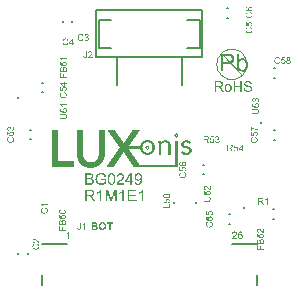
<source format=gto>
G04*
G04 #@! TF.GenerationSoftware,Altium Limited,Altium Designer,19.1.8 (144)*
G04*
G04 Layer_Color=65535*
%FSLAX44Y44*%
%MOMM*%
G71*
G01*
G75*
%ADD10C,0.2540*%
%ADD11C,0.1080*%
%ADD12C,0.2000*%
G36*
X23198Y6814D02*
X23526D01*
Y6773D01*
X23690D01*
Y6732D01*
X23813D01*
Y6691D01*
X23895D01*
Y6650D01*
X23977D01*
Y6609D01*
X24059D01*
Y6568D01*
X24100D01*
Y6527D01*
X24182D01*
Y6486D01*
X24223D01*
Y6445D01*
X24264D01*
Y6404D01*
X24305D01*
Y6363D01*
X24346D01*
Y6322D01*
X24387D01*
Y6281D01*
X24428D01*
Y6240D01*
X24469D01*
Y6199D01*
X24510D01*
Y6158D01*
Y6117D01*
X24551D01*
Y6076D01*
X24592D01*
Y6035D01*
Y5994D01*
X24633D01*
Y5953D01*
Y5912D01*
X24674D01*
Y5871D01*
Y5830D01*
X24715D01*
Y5789D01*
Y5748D01*
Y5707D01*
X24756D01*
Y5666D01*
Y5625D01*
Y5584D01*
Y5543D01*
X24797D01*
Y5502D01*
Y5461D01*
Y5420D01*
Y5379D01*
Y5338D01*
Y5297D01*
Y5256D01*
Y5215D01*
Y5174D01*
Y5133D01*
Y5092D01*
Y5051D01*
Y5010D01*
Y4969D01*
Y4928D01*
Y4887D01*
Y4846D01*
Y4805D01*
Y4764D01*
X24756D01*
Y4723D01*
Y4682D01*
Y4641D01*
Y4600D01*
X24715D01*
Y4559D01*
Y4518D01*
Y4477D01*
X24674D01*
Y4436D01*
Y4395D01*
X24633D01*
Y4354D01*
Y4313D01*
X24592D01*
Y4272D01*
Y4231D01*
X24551D01*
Y4190D01*
X24510D01*
Y4149D01*
Y4108D01*
X24469D01*
Y4067D01*
X24428D01*
Y4026D01*
X24387D01*
Y3985D01*
X24346D01*
Y3944D01*
X24305D01*
Y3903D01*
X24264D01*
Y3862D01*
X24223D01*
Y3821D01*
X24182D01*
Y3780D01*
X24100D01*
Y3739D01*
X24059D01*
Y3698D01*
X23977D01*
Y3657D01*
X23895D01*
Y3616D01*
X23813D01*
Y3575D01*
X23690D01*
Y3534D01*
X23526D01*
Y3493D01*
X23239D01*
Y3452D01*
X22952D01*
Y3493D01*
X22665D01*
Y3534D01*
X22501D01*
Y3575D01*
X22419D01*
Y3616D01*
X22296D01*
Y3657D01*
X22214D01*
Y3698D01*
X22173D01*
Y3739D01*
X22091D01*
Y3780D01*
X22050D01*
Y3821D01*
X21968D01*
Y3862D01*
X21927D01*
Y3903D01*
X21886D01*
Y3944D01*
X21845D01*
Y3985D01*
X21804D01*
Y4026D01*
X21763D01*
Y4067D01*
X21722D01*
Y4108D01*
Y4149D01*
X21681D01*
Y4190D01*
X21640D01*
Y4231D01*
Y4272D01*
X21599D01*
Y4313D01*
Y4354D01*
X21558D01*
Y4395D01*
Y4436D01*
X21517D01*
Y4477D01*
Y4518D01*
X21476D01*
Y4559D01*
Y4600D01*
Y4641D01*
X21435D01*
Y4682D01*
Y4723D01*
Y4764D01*
Y4805D01*
Y4846D01*
X21394D01*
Y4887D01*
Y4928D01*
Y4969D01*
Y5010D01*
Y5051D01*
Y5092D01*
Y5133D01*
Y5174D01*
Y5215D01*
Y5256D01*
Y5297D01*
Y5338D01*
Y5379D01*
Y5420D01*
Y5461D01*
X21435D01*
Y5502D01*
Y5543D01*
Y5584D01*
Y5625D01*
Y5666D01*
X21476D01*
Y5707D01*
Y5748D01*
Y5789D01*
X21517D01*
Y5830D01*
Y5871D01*
X21558D01*
Y5912D01*
Y5953D01*
X21599D01*
Y5994D01*
Y6035D01*
X21640D01*
Y6076D01*
Y6117D01*
X21681D01*
Y6158D01*
X21722D01*
Y6199D01*
Y6240D01*
X21763D01*
Y6281D01*
X21804D01*
Y6322D01*
X21845D01*
Y6363D01*
X21886D01*
Y6404D01*
X21927D01*
Y6445D01*
X21968D01*
Y6486D01*
X22050D01*
Y6527D01*
X22091D01*
Y6568D01*
X22173D01*
Y6609D01*
X22214D01*
Y6650D01*
X22296D01*
Y6691D01*
X22419D01*
Y6732D01*
X22542D01*
Y6773D01*
X22665D01*
Y6814D01*
X22993D01*
Y6855D01*
X23198D01*
Y6814D01*
D02*
G37*
G36*
X14055Y1116D02*
X14547D01*
Y1075D01*
X14793D01*
Y1033D01*
X14998D01*
Y993D01*
X15162D01*
Y952D01*
X15326D01*
Y910D01*
X15449D01*
Y869D01*
X15572D01*
Y828D01*
X15695D01*
Y787D01*
X15777D01*
Y746D01*
X15859D01*
Y706D01*
X15941D01*
Y664D01*
X16023D01*
Y623D01*
X16105D01*
Y582D01*
X16187D01*
Y542D01*
X16269D01*
Y501D01*
X16310D01*
Y459D01*
X16392D01*
Y419D01*
X16433D01*
Y377D01*
X16515D01*
Y336D01*
X16556D01*
Y295D01*
X16597D01*
Y255D01*
X16679D01*
Y214D01*
X16720D01*
Y172D01*
X16761D01*
Y132D01*
X16802D01*
Y91D01*
X16843D01*
Y49D01*
X16884D01*
Y9D01*
X16925D01*
Y-33D01*
X16966D01*
Y-74D01*
X17007D01*
Y-115D01*
X17048D01*
Y-155D01*
X17089D01*
Y-196D01*
X17130D01*
Y-237D01*
X17171D01*
Y-279D01*
X17212D01*
Y-320D01*
X17253D01*
Y-360D01*
Y-402D01*
X17294D01*
Y-443D01*
X17335D01*
Y-483D01*
Y-525D01*
X17376D01*
Y-565D01*
X17417D01*
Y-606D01*
Y-648D01*
X17458D01*
Y-689D01*
X17499D01*
Y-729D01*
Y-771D01*
X17540D01*
Y-812D01*
Y-852D01*
X17581D01*
Y-894D01*
X17622D01*
Y-935D01*
Y-975D01*
X17663D01*
Y-1016D01*
Y-1058D01*
X17704D01*
Y-1098D01*
Y-1139D01*
Y-1181D01*
X17745D01*
Y-1221D01*
Y-1262D01*
X17786D01*
Y-1303D01*
Y-1344D01*
X17827D01*
Y-1385D01*
Y-1426D01*
Y-1468D01*
X17868D01*
Y-1508D01*
Y-1549D01*
Y-1590D01*
X17909D01*
Y-1631D01*
Y-1672D01*
Y-1713D01*
X17950D01*
Y-1754D01*
Y-1795D01*
Y-1836D01*
Y-1877D01*
X17991D01*
Y-1919D01*
Y-1959D01*
Y-2000D01*
Y-2041D01*
X18032D01*
Y-2082D01*
Y-2123D01*
Y-2164D01*
Y-2205D01*
Y-2246D01*
X18073D01*
Y-2287D01*
Y-2328D01*
Y-2369D01*
Y-2410D01*
X18114D01*
Y-2451D01*
Y-2492D01*
Y-2533D01*
Y-2574D01*
Y-2615D01*
Y-2656D01*
Y-2697D01*
Y-2738D01*
X18155D01*
Y-2779D01*
Y-2820D01*
Y-2861D01*
Y-2902D01*
Y-2943D01*
Y-2984D01*
Y-3025D01*
Y-3066D01*
Y-3107D01*
Y-3148D01*
Y-3189D01*
X18196D01*
Y-3230D01*
Y-3271D01*
Y-3312D01*
Y-3353D01*
Y-3394D01*
Y-3435D01*
Y-3476D01*
Y-3517D01*
Y-3558D01*
Y-3599D01*
Y-3640D01*
Y-3681D01*
Y-3722D01*
Y-3763D01*
Y-3804D01*
Y-3845D01*
Y-3886D01*
Y-3927D01*
Y-3968D01*
Y-4009D01*
Y-4050D01*
Y-4091D01*
Y-4132D01*
Y-4173D01*
Y-4214D01*
Y-4255D01*
Y-4296D01*
Y-4337D01*
Y-4378D01*
Y-4419D01*
Y-4460D01*
Y-4501D01*
Y-4542D01*
Y-4583D01*
Y-4624D01*
Y-4665D01*
Y-4706D01*
Y-4747D01*
Y-4788D01*
Y-4829D01*
Y-4870D01*
Y-4911D01*
Y-4952D01*
Y-4993D01*
Y-5034D01*
Y-5075D01*
Y-5116D01*
Y-5157D01*
Y-5198D01*
Y-5239D01*
Y-5280D01*
Y-5321D01*
Y-5362D01*
Y-5403D01*
Y-5444D01*
Y-5485D01*
Y-5526D01*
Y-5567D01*
Y-5608D01*
Y-5649D01*
Y-5690D01*
Y-5731D01*
Y-5772D01*
Y-5813D01*
Y-5854D01*
Y-5895D01*
Y-5936D01*
Y-5977D01*
Y-6018D01*
Y-6059D01*
Y-6100D01*
Y-6141D01*
Y-6182D01*
Y-6223D01*
Y-6264D01*
Y-6305D01*
Y-6346D01*
Y-6387D01*
Y-6428D01*
Y-6469D01*
Y-6510D01*
Y-6551D01*
Y-6592D01*
Y-6633D01*
Y-6674D01*
Y-6715D01*
Y-6756D01*
Y-6797D01*
Y-6838D01*
Y-6879D01*
Y-6920D01*
Y-6961D01*
Y-7002D01*
Y-7043D01*
Y-7084D01*
Y-7125D01*
Y-7166D01*
Y-7207D01*
Y-7248D01*
Y-7289D01*
Y-7330D01*
Y-7371D01*
Y-7412D01*
Y-7453D01*
Y-7494D01*
Y-7535D01*
Y-7576D01*
Y-7617D01*
Y-7658D01*
Y-7699D01*
Y-7740D01*
Y-7781D01*
Y-7822D01*
Y-7863D01*
Y-7904D01*
Y-7945D01*
Y-7986D01*
Y-8027D01*
Y-8068D01*
Y-8109D01*
Y-8150D01*
Y-8191D01*
Y-8232D01*
Y-8273D01*
Y-8314D01*
Y-8355D01*
Y-8396D01*
Y-8437D01*
Y-8478D01*
Y-8519D01*
Y-8560D01*
Y-8601D01*
Y-8642D01*
Y-8683D01*
Y-8724D01*
Y-8765D01*
Y-8806D01*
Y-8847D01*
Y-8888D01*
Y-8929D01*
Y-8970D01*
Y-9011D01*
Y-9052D01*
Y-9093D01*
Y-9134D01*
Y-9175D01*
Y-9216D01*
Y-9257D01*
Y-9298D01*
Y-9339D01*
Y-9380D01*
Y-9421D01*
Y-9462D01*
Y-9503D01*
Y-9544D01*
Y-9585D01*
Y-9626D01*
Y-9667D01*
Y-9708D01*
Y-9749D01*
Y-9790D01*
Y-9831D01*
Y-9872D01*
Y-9913D01*
Y-9954D01*
Y-9995D01*
Y-10036D01*
Y-10077D01*
Y-10118D01*
Y-10159D01*
Y-10200D01*
Y-10241D01*
Y-10282D01*
Y-10323D01*
Y-10364D01*
Y-10405D01*
Y-10446D01*
Y-10487D01*
Y-10528D01*
Y-10569D01*
Y-10610D01*
Y-10651D01*
Y-10692D01*
Y-10733D01*
Y-10774D01*
Y-10815D01*
Y-10856D01*
Y-10897D01*
Y-10938D01*
Y-10979D01*
X16228D01*
Y-10938D01*
Y-10897D01*
Y-10856D01*
Y-10815D01*
Y-10774D01*
Y-10733D01*
Y-10692D01*
Y-10651D01*
Y-10610D01*
Y-10569D01*
Y-10528D01*
Y-10487D01*
Y-10446D01*
Y-10405D01*
Y-10364D01*
Y-10323D01*
Y-10282D01*
Y-10241D01*
Y-10200D01*
Y-10159D01*
Y-10118D01*
Y-10077D01*
Y-10036D01*
Y-9995D01*
Y-9954D01*
Y-9913D01*
Y-9872D01*
Y-9831D01*
Y-9790D01*
Y-9749D01*
Y-9708D01*
Y-9667D01*
Y-9626D01*
Y-9585D01*
Y-9544D01*
Y-9503D01*
Y-9462D01*
Y-9421D01*
Y-9380D01*
Y-9339D01*
Y-9298D01*
Y-9257D01*
Y-9216D01*
Y-9175D01*
Y-9134D01*
Y-9093D01*
Y-9052D01*
Y-9011D01*
Y-8970D01*
Y-8929D01*
Y-8888D01*
Y-8847D01*
Y-8806D01*
Y-8765D01*
Y-8724D01*
Y-8683D01*
Y-8642D01*
Y-8601D01*
Y-8560D01*
Y-8519D01*
Y-8478D01*
Y-8437D01*
Y-8396D01*
Y-8355D01*
Y-8314D01*
Y-8273D01*
Y-8232D01*
Y-8191D01*
Y-8150D01*
Y-8109D01*
Y-8068D01*
Y-8027D01*
Y-7986D01*
Y-7945D01*
Y-7904D01*
Y-7863D01*
Y-7822D01*
Y-7781D01*
Y-7740D01*
Y-7699D01*
Y-7658D01*
Y-7617D01*
Y-7576D01*
Y-7535D01*
Y-7494D01*
Y-7453D01*
Y-7412D01*
Y-7371D01*
Y-7330D01*
Y-7289D01*
Y-7248D01*
Y-7207D01*
Y-7166D01*
Y-7125D01*
Y-7084D01*
Y-7043D01*
Y-7002D01*
Y-6961D01*
Y-6920D01*
Y-6879D01*
Y-6838D01*
Y-6797D01*
Y-6756D01*
Y-6715D01*
Y-6674D01*
Y-6633D01*
Y-6592D01*
Y-6551D01*
Y-6510D01*
Y-6469D01*
Y-6428D01*
Y-6387D01*
Y-6346D01*
Y-6305D01*
Y-6264D01*
Y-6223D01*
Y-6182D01*
Y-6141D01*
Y-6100D01*
Y-6059D01*
Y-6018D01*
Y-5977D01*
Y-5936D01*
Y-5895D01*
Y-5854D01*
Y-5813D01*
Y-5772D01*
Y-5731D01*
Y-5690D01*
Y-5649D01*
Y-5608D01*
Y-5567D01*
Y-5526D01*
Y-5485D01*
Y-5444D01*
Y-5403D01*
Y-5362D01*
Y-5321D01*
Y-5280D01*
Y-5239D01*
Y-5198D01*
Y-5157D01*
Y-5116D01*
Y-5075D01*
Y-5034D01*
Y-4993D01*
Y-4952D01*
Y-4911D01*
Y-4870D01*
Y-4829D01*
Y-4788D01*
Y-4747D01*
Y-4706D01*
Y-4665D01*
Y-4624D01*
Y-4583D01*
Y-4542D01*
Y-4501D01*
Y-4460D01*
Y-4419D01*
Y-4378D01*
Y-4337D01*
Y-4296D01*
Y-4255D01*
Y-4214D01*
Y-4173D01*
Y-4132D01*
Y-4091D01*
Y-4050D01*
Y-4009D01*
Y-3968D01*
Y-3927D01*
Y-3886D01*
Y-3845D01*
Y-3804D01*
Y-3763D01*
Y-3722D01*
Y-3681D01*
Y-3640D01*
Y-3599D01*
Y-3558D01*
Y-3517D01*
Y-3476D01*
Y-3435D01*
Y-3394D01*
Y-3353D01*
Y-3312D01*
Y-3271D01*
X16187D01*
Y-3230D01*
Y-3189D01*
Y-3148D01*
Y-3107D01*
Y-3066D01*
Y-3025D01*
Y-2984D01*
X16146D01*
Y-2943D01*
Y-2902D01*
Y-2861D01*
Y-2820D01*
Y-2779D01*
Y-2738D01*
X16105D01*
Y-2697D01*
Y-2656D01*
Y-2615D01*
Y-2574D01*
X16064D01*
Y-2533D01*
Y-2492D01*
Y-2451D01*
X16023D01*
Y-2410D01*
Y-2369D01*
Y-2328D01*
X15982D01*
Y-2287D01*
Y-2246D01*
Y-2205D01*
X15941D01*
Y-2164D01*
Y-2123D01*
X15900D01*
Y-2082D01*
Y-2041D01*
X15859D01*
Y-2000D01*
Y-1959D01*
Y-1919D01*
X15818D01*
Y-1877D01*
Y-1836D01*
X15777D01*
Y-1795D01*
X15736D01*
Y-1754D01*
Y-1713D01*
X15695D01*
Y-1672D01*
X15654D01*
Y-1631D01*
Y-1590D01*
X15613D01*
Y-1549D01*
X15572D01*
Y-1508D01*
Y-1468D01*
X15531D01*
Y-1426D01*
X15490D01*
Y-1385D01*
X15449D01*
Y-1344D01*
X15408D01*
Y-1303D01*
X15367D01*
Y-1262D01*
X15326D01*
Y-1221D01*
X15285D01*
Y-1181D01*
X15203D01*
Y-1139D01*
X15162D01*
Y-1098D01*
X15121D01*
Y-1058D01*
X15039D01*
Y-1016D01*
X14957D01*
Y-975D01*
X14916D01*
Y-935D01*
X14834D01*
Y-894D01*
X14711D01*
Y-852D01*
X14629D01*
Y-812D01*
X14506D01*
Y-771D01*
X14342D01*
Y-729D01*
X14137D01*
Y-689D01*
X13768D01*
Y-648D01*
X13235D01*
Y-689D01*
X12825D01*
Y-729D01*
X12620D01*
Y-771D01*
X12415D01*
Y-812D01*
X12292D01*
Y-852D01*
X12169D01*
Y-894D01*
X12046D01*
Y-935D01*
X11964D01*
Y-975D01*
X11841D01*
Y-1016D01*
X11759D01*
Y-1058D01*
X11677D01*
Y-1098D01*
X11636D01*
Y-1139D01*
X11554D01*
Y-1181D01*
X11513D01*
Y-1221D01*
X11431D01*
Y-1262D01*
X11390D01*
Y-1303D01*
X11308D01*
Y-1344D01*
X11267D01*
Y-1385D01*
X11226D01*
Y-1426D01*
X11185D01*
Y-1468D01*
X11103D01*
Y-1508D01*
X11062D01*
Y-1549D01*
X11021D01*
Y-1590D01*
X10980D01*
Y-1631D01*
Y-1672D01*
X10939D01*
Y-1713D01*
X10898D01*
Y-1754D01*
X10857D01*
Y-1795D01*
X10816D01*
Y-1836D01*
X10775D01*
Y-1877D01*
X10734D01*
Y-1919D01*
Y-1959D01*
X10693D01*
Y-2000D01*
X10652D01*
Y-2041D01*
Y-2082D01*
X10611D01*
Y-2123D01*
X10570D01*
Y-2164D01*
Y-2205D01*
X10529D01*
Y-2246D01*
Y-2287D01*
X10488D01*
Y-2328D01*
X10447D01*
Y-2369D01*
Y-2410D01*
X10406D01*
Y-2451D01*
Y-2492D01*
X10365D01*
Y-2533D01*
Y-2574D01*
X10324D01*
Y-2615D01*
Y-2656D01*
Y-2697D01*
X10283D01*
Y-2738D01*
Y-2779D01*
X10242D01*
Y-2820D01*
Y-2861D01*
Y-2902D01*
X10201D01*
Y-2943D01*
Y-2984D01*
Y-3025D01*
X10160D01*
Y-3066D01*
Y-3107D01*
X10119D01*
Y-3148D01*
Y-3189D01*
Y-3230D01*
Y-3271D01*
X10078D01*
Y-3312D01*
Y-3353D01*
Y-3394D01*
Y-3435D01*
X10037D01*
Y-3476D01*
Y-3517D01*
Y-3558D01*
Y-3599D01*
X9996D01*
Y-3640D01*
Y-3681D01*
Y-3722D01*
Y-3763D01*
Y-3804D01*
X9955D01*
Y-3845D01*
Y-3886D01*
Y-3927D01*
Y-3968D01*
Y-4009D01*
Y-4050D01*
X9914D01*
Y-4091D01*
Y-4132D01*
Y-4173D01*
Y-4214D01*
Y-4255D01*
Y-4296D01*
Y-4337D01*
Y-4378D01*
Y-4419D01*
X9873D01*
Y-4460D01*
Y-4501D01*
Y-4542D01*
Y-4583D01*
Y-4624D01*
Y-4665D01*
Y-4706D01*
Y-4747D01*
Y-4788D01*
Y-4829D01*
Y-4870D01*
Y-4911D01*
Y-4952D01*
Y-4993D01*
Y-5034D01*
Y-5075D01*
Y-5116D01*
Y-5157D01*
Y-5198D01*
Y-5239D01*
Y-5280D01*
Y-5321D01*
Y-5362D01*
Y-5403D01*
Y-5444D01*
Y-5485D01*
Y-5526D01*
Y-5567D01*
Y-5608D01*
Y-5649D01*
Y-5690D01*
Y-5731D01*
Y-5772D01*
Y-5813D01*
Y-5854D01*
Y-5895D01*
Y-5936D01*
Y-5977D01*
Y-6018D01*
Y-6059D01*
Y-6100D01*
Y-6141D01*
Y-6182D01*
Y-6223D01*
Y-6264D01*
Y-6305D01*
Y-6346D01*
Y-6387D01*
Y-6428D01*
Y-6469D01*
Y-6510D01*
Y-6551D01*
Y-6592D01*
Y-6633D01*
Y-6674D01*
Y-6715D01*
Y-6756D01*
Y-6797D01*
Y-6838D01*
Y-6879D01*
Y-6920D01*
Y-6961D01*
Y-7002D01*
Y-7043D01*
Y-7084D01*
Y-7125D01*
Y-7166D01*
Y-7207D01*
Y-7248D01*
Y-7289D01*
Y-7330D01*
Y-7371D01*
Y-7412D01*
Y-7453D01*
Y-7494D01*
Y-7535D01*
Y-7576D01*
Y-7617D01*
Y-7658D01*
Y-7699D01*
Y-7740D01*
Y-7781D01*
Y-7822D01*
Y-7863D01*
Y-7904D01*
Y-7945D01*
Y-7986D01*
Y-8027D01*
Y-8068D01*
Y-8109D01*
Y-8150D01*
Y-8191D01*
Y-8232D01*
Y-8273D01*
Y-8314D01*
Y-8355D01*
Y-8396D01*
Y-8437D01*
Y-8478D01*
Y-8519D01*
Y-8560D01*
Y-8601D01*
Y-8642D01*
Y-8683D01*
Y-8724D01*
Y-8765D01*
Y-8806D01*
Y-8847D01*
Y-8888D01*
Y-8929D01*
Y-8970D01*
Y-9011D01*
Y-9052D01*
Y-9093D01*
Y-9134D01*
Y-9175D01*
Y-9216D01*
Y-9257D01*
Y-9298D01*
Y-9339D01*
Y-9380D01*
Y-9421D01*
Y-9462D01*
Y-9503D01*
Y-9544D01*
Y-9585D01*
Y-9626D01*
Y-9667D01*
Y-9708D01*
Y-9749D01*
Y-9790D01*
Y-9831D01*
Y-9872D01*
Y-9913D01*
Y-9954D01*
Y-9995D01*
Y-10036D01*
Y-10077D01*
Y-10118D01*
Y-10159D01*
Y-10200D01*
Y-10241D01*
Y-10282D01*
Y-10323D01*
Y-10364D01*
Y-10405D01*
Y-10446D01*
Y-10487D01*
Y-10528D01*
Y-10569D01*
Y-10610D01*
Y-10651D01*
Y-10692D01*
Y-10733D01*
Y-10774D01*
Y-10815D01*
Y-10856D01*
Y-10897D01*
Y-10938D01*
Y-10979D01*
X7905D01*
Y-10938D01*
Y-10897D01*
Y-10856D01*
Y-10815D01*
Y-10774D01*
Y-10733D01*
Y-10692D01*
Y-10651D01*
Y-10610D01*
Y-10569D01*
Y-10528D01*
Y-10487D01*
Y-10446D01*
Y-10405D01*
Y-10364D01*
Y-10323D01*
Y-10282D01*
Y-10241D01*
Y-10200D01*
Y-10159D01*
Y-10118D01*
Y-10077D01*
Y-10036D01*
Y-9995D01*
Y-9954D01*
Y-9913D01*
Y-9872D01*
Y-9831D01*
Y-9790D01*
Y-9749D01*
Y-9708D01*
Y-9667D01*
Y-9626D01*
Y-9585D01*
Y-9544D01*
Y-9503D01*
Y-9462D01*
Y-9421D01*
Y-9380D01*
Y-9339D01*
Y-9298D01*
Y-9257D01*
Y-9216D01*
Y-9175D01*
Y-9134D01*
Y-9093D01*
Y-9052D01*
Y-9011D01*
Y-8970D01*
Y-8929D01*
Y-8888D01*
Y-8847D01*
Y-8806D01*
Y-8765D01*
Y-8724D01*
Y-8683D01*
Y-8642D01*
Y-8601D01*
Y-8560D01*
Y-8519D01*
Y-8478D01*
Y-8437D01*
Y-8396D01*
Y-8355D01*
Y-8314D01*
Y-8273D01*
Y-8232D01*
Y-8191D01*
Y-8150D01*
Y-8109D01*
Y-8068D01*
Y-8027D01*
Y-7986D01*
Y-7945D01*
Y-7904D01*
Y-7863D01*
Y-7822D01*
Y-7781D01*
Y-7740D01*
Y-7699D01*
Y-7658D01*
Y-7617D01*
Y-7576D01*
Y-7535D01*
Y-7494D01*
Y-7453D01*
Y-7412D01*
Y-7371D01*
Y-7330D01*
Y-7289D01*
Y-7248D01*
Y-7207D01*
Y-7166D01*
Y-7125D01*
Y-7084D01*
Y-7043D01*
Y-7002D01*
Y-6961D01*
Y-6920D01*
Y-6879D01*
Y-6838D01*
Y-6797D01*
Y-6756D01*
Y-6715D01*
Y-6674D01*
Y-6633D01*
Y-6592D01*
Y-6551D01*
Y-6510D01*
Y-6469D01*
Y-6428D01*
Y-6387D01*
Y-6346D01*
Y-6305D01*
Y-6264D01*
Y-6223D01*
Y-6182D01*
Y-6141D01*
Y-6100D01*
Y-6059D01*
Y-6018D01*
Y-5977D01*
Y-5936D01*
Y-5895D01*
Y-5854D01*
Y-5813D01*
Y-5772D01*
Y-5731D01*
Y-5690D01*
Y-5649D01*
Y-5608D01*
Y-5567D01*
Y-5526D01*
Y-5485D01*
Y-5444D01*
Y-5403D01*
Y-5362D01*
Y-5321D01*
Y-5280D01*
Y-5239D01*
Y-5198D01*
Y-5157D01*
Y-5116D01*
Y-5075D01*
Y-5034D01*
Y-4993D01*
Y-4952D01*
Y-4911D01*
Y-4870D01*
Y-4829D01*
Y-4788D01*
Y-4747D01*
Y-4706D01*
Y-4665D01*
Y-4624D01*
Y-4583D01*
Y-4542D01*
Y-4501D01*
Y-4460D01*
Y-4419D01*
Y-4378D01*
Y-4337D01*
Y-4296D01*
Y-4255D01*
Y-4214D01*
Y-4173D01*
Y-4132D01*
Y-4091D01*
Y-4050D01*
Y-4009D01*
Y-3968D01*
Y-3927D01*
Y-3886D01*
Y-3845D01*
Y-3804D01*
Y-3763D01*
Y-3722D01*
Y-3681D01*
Y-3640D01*
Y-3599D01*
Y-3558D01*
Y-3517D01*
Y-3476D01*
Y-3435D01*
Y-3394D01*
Y-3353D01*
Y-3312D01*
Y-3271D01*
Y-3230D01*
Y-3189D01*
Y-3148D01*
Y-3107D01*
Y-3066D01*
Y-3025D01*
Y-2984D01*
Y-2943D01*
Y-2902D01*
Y-2861D01*
Y-2820D01*
Y-2779D01*
Y-2738D01*
Y-2697D01*
Y-2656D01*
Y-2615D01*
Y-2574D01*
Y-2533D01*
Y-2492D01*
Y-2451D01*
Y-2410D01*
Y-2369D01*
Y-2328D01*
Y-2287D01*
Y-2246D01*
Y-2205D01*
Y-2164D01*
Y-2123D01*
Y-2082D01*
Y-2041D01*
Y-2000D01*
Y-1959D01*
Y-1919D01*
Y-1877D01*
Y-1836D01*
Y-1795D01*
Y-1754D01*
Y-1713D01*
Y-1672D01*
Y-1631D01*
Y-1590D01*
Y-1549D01*
Y-1508D01*
Y-1468D01*
Y-1426D01*
Y-1385D01*
Y-1344D01*
Y-1303D01*
Y-1262D01*
Y-1221D01*
Y-1181D01*
Y-1139D01*
X7864D01*
Y-1098D01*
Y-1058D01*
Y-1016D01*
Y-975D01*
Y-935D01*
Y-894D01*
Y-852D01*
Y-812D01*
Y-771D01*
Y-729D01*
Y-689D01*
Y-648D01*
Y-606D01*
Y-565D01*
Y-525D01*
Y-483D01*
Y-443D01*
Y-402D01*
Y-360D01*
Y-320D01*
X7823D01*
Y-279D01*
Y-237D01*
Y-196D01*
Y-155D01*
Y-115D01*
Y-74D01*
Y-33D01*
Y9D01*
Y49D01*
Y91D01*
Y132D01*
Y172D01*
Y214D01*
Y255D01*
Y295D01*
Y336D01*
Y377D01*
Y419D01*
Y459D01*
Y501D01*
Y542D01*
X7782D01*
Y582D01*
Y623D01*
Y664D01*
Y706D01*
Y746D01*
Y787D01*
Y828D01*
X9668D01*
Y787D01*
Y746D01*
Y706D01*
Y664D01*
Y623D01*
Y582D01*
Y542D01*
Y501D01*
Y459D01*
Y419D01*
Y377D01*
Y336D01*
Y295D01*
Y255D01*
Y214D01*
Y172D01*
Y132D01*
Y91D01*
Y49D01*
Y9D01*
Y-33D01*
Y-74D01*
Y-115D01*
Y-155D01*
Y-196D01*
Y-237D01*
Y-279D01*
Y-320D01*
X9709D01*
Y-360D01*
Y-402D01*
Y-443D01*
Y-483D01*
Y-525D01*
Y-565D01*
Y-606D01*
Y-648D01*
Y-689D01*
Y-729D01*
Y-771D01*
Y-812D01*
Y-852D01*
Y-894D01*
Y-935D01*
Y-975D01*
Y-1016D01*
Y-1058D01*
Y-1098D01*
X9791D01*
Y-1058D01*
Y-1016D01*
X9832D01*
Y-975D01*
Y-935D01*
X9873D01*
Y-894D01*
Y-852D01*
X9914D01*
Y-812D01*
X9955D01*
Y-771D01*
Y-729D01*
X9996D01*
Y-689D01*
X10037D01*
Y-648D01*
Y-606D01*
X10078D01*
Y-565D01*
X10119D01*
Y-525D01*
Y-483D01*
X10160D01*
Y-443D01*
X10201D01*
Y-402D01*
X10242D01*
Y-360D01*
X10283D01*
Y-320D01*
X10324D01*
Y-279D01*
Y-237D01*
X10365D01*
Y-196D01*
X10406D01*
Y-155D01*
X10447D01*
Y-115D01*
X10488D01*
Y-74D01*
X10529D01*
Y-33D01*
X10570D01*
Y9D01*
X10652D01*
Y49D01*
X10693D01*
Y91D01*
X10734D01*
Y132D01*
X10775D01*
Y172D01*
X10816D01*
Y214D01*
X10898D01*
Y255D01*
X10939D01*
Y295D01*
X11021D01*
Y336D01*
X11062D01*
Y377D01*
X11103D01*
Y419D01*
X11185D01*
Y459D01*
X11267D01*
Y501D01*
X11308D01*
Y542D01*
X11390D01*
Y582D01*
X11472D01*
Y623D01*
X11554D01*
Y664D01*
X11636D01*
Y706D01*
X11718D01*
Y746D01*
X11800D01*
Y787D01*
X11923D01*
Y828D01*
X12005D01*
Y869D01*
X12128D01*
Y910D01*
X12251D01*
Y952D01*
X12415D01*
Y993D01*
X12538D01*
Y1033D01*
X12743D01*
Y1075D01*
X12989D01*
Y1116D01*
X13399D01*
Y1156D01*
X14055D01*
Y1116D01*
D02*
G37*
G36*
X-7756Y9602D02*
X-7797D01*
Y9561D01*
X-7838D01*
Y9520D01*
Y9479D01*
X-7879D01*
Y9438D01*
X-7920D01*
Y9397D01*
Y9356D01*
X-7961D01*
Y9315D01*
X-8002D01*
Y9274D01*
X-8043D01*
Y9233D01*
Y9192D01*
X-8084D01*
Y9151D01*
X-8125D01*
Y9110D01*
Y9069D01*
X-8166D01*
Y9028D01*
X-8207D01*
Y8987D01*
X-8248D01*
Y8946D01*
Y8905D01*
X-8289D01*
Y8864D01*
X-8330D01*
Y8823D01*
Y8782D01*
X-8371D01*
Y8741D01*
X-8412D01*
Y8700D01*
X-8453D01*
Y8659D01*
Y8618D01*
X-8494D01*
Y8577D01*
X-8535D01*
Y8536D01*
Y8495D01*
X-8576D01*
Y8454D01*
X-8617D01*
Y8413D01*
X-8658D01*
Y8372D01*
Y8331D01*
X-8699D01*
Y8290D01*
X-8740D01*
Y8249D01*
Y8208D01*
X-8781D01*
Y8167D01*
X-8822D01*
Y8126D01*
Y8085D01*
X-8863D01*
Y8044D01*
X-8904D01*
Y8003D01*
X-8945D01*
Y7962D01*
Y7921D01*
X-8986D01*
Y7880D01*
X-9027D01*
Y7839D01*
Y7798D01*
X-9068D01*
Y7757D01*
X-9109D01*
Y7716D01*
X-9150D01*
Y7675D01*
Y7634D01*
X-9191D01*
Y7593D01*
X-9232D01*
Y7552D01*
Y7511D01*
X-9273D01*
Y7470D01*
X-9314D01*
Y7429D01*
X-9355D01*
Y7388D01*
Y7347D01*
X-9396D01*
Y7306D01*
X-9437D01*
Y7265D01*
Y7224D01*
X-9478D01*
Y7183D01*
X-9519D01*
Y7142D01*
X-9560D01*
Y7101D01*
Y7060D01*
X-9601D01*
Y7019D01*
X-9642D01*
Y6978D01*
Y6937D01*
X-9683D01*
Y6896D01*
X-9724D01*
Y6855D01*
Y6814D01*
X-9765D01*
Y6773D01*
X-9806D01*
Y6732D01*
X-9847D01*
Y6691D01*
Y6650D01*
X-9888D01*
Y6609D01*
X-9929D01*
Y6568D01*
Y6527D01*
X-9970D01*
Y6486D01*
X-10011D01*
Y6445D01*
X-10052D01*
Y6404D01*
Y6363D01*
X-10093D01*
Y6322D01*
X-10134D01*
Y6281D01*
Y6240D01*
X-10175D01*
Y6199D01*
X-10216D01*
Y6158D01*
X-10257D01*
Y6117D01*
Y6076D01*
X-10298D01*
Y6035D01*
X-10339D01*
Y5994D01*
Y5953D01*
X-10380D01*
Y5912D01*
X-10421D01*
Y5871D01*
X-10462D01*
Y5830D01*
Y5789D01*
X-10503D01*
Y5748D01*
X-10544D01*
Y5707D01*
Y5666D01*
X-10585D01*
Y5625D01*
X-10626D01*
Y5584D01*
X-10667D01*
Y5543D01*
Y5502D01*
X-10708D01*
Y5461D01*
X-10749D01*
Y5420D01*
Y5379D01*
X-10790D01*
Y5338D01*
X-10831D01*
Y5297D01*
Y5256D01*
X-10872D01*
Y5215D01*
X-10913D01*
Y5174D01*
X-10954D01*
Y5133D01*
Y5092D01*
X-10995D01*
Y5051D01*
X-11036D01*
Y5010D01*
Y4969D01*
X-11077D01*
Y4928D01*
X-11118D01*
Y4887D01*
X-11159D01*
Y4846D01*
Y4805D01*
X-11200D01*
Y4764D01*
X-11241D01*
Y4723D01*
Y4682D01*
X-11282D01*
Y4641D01*
X-11323D01*
Y4600D01*
X-11364D01*
Y4559D01*
Y4518D01*
X-11405D01*
Y4477D01*
X-11446D01*
Y4436D01*
Y4395D01*
X-11487D01*
Y4354D01*
X-11528D01*
Y4313D01*
X-11569D01*
Y4272D01*
Y4231D01*
X-11610D01*
Y4190D01*
X-11651D01*
Y4149D01*
Y4108D01*
X-11692D01*
Y4067D01*
X-11733D01*
Y4026D01*
X-11774D01*
Y3985D01*
Y3944D01*
X-11815D01*
Y3903D01*
X-11856D01*
Y3862D01*
Y3821D01*
X-11897D01*
Y3780D01*
X-11938D01*
Y3739D01*
Y3698D01*
X-11979D01*
Y3657D01*
X-12020D01*
Y3616D01*
X-12061D01*
Y3575D01*
Y3534D01*
X-12102D01*
Y3493D01*
X-12143D01*
Y3452D01*
Y3411D01*
X-12184D01*
Y3370D01*
X-12225D01*
Y3329D01*
X-12266D01*
Y3288D01*
Y3247D01*
X-12307D01*
Y3206D01*
X-12348D01*
Y3165D01*
Y3124D01*
X-12389D01*
Y3083D01*
X-12430D01*
Y3042D01*
X-12471D01*
Y3001D01*
Y2960D01*
X-12512D01*
Y2919D01*
X-12553D01*
Y2878D01*
Y2837D01*
X-12594D01*
Y2796D01*
X-12635D01*
Y2755D01*
X-12676D01*
Y2714D01*
Y2673D01*
X-12717D01*
Y2632D01*
X-12758D01*
Y2591D01*
Y2550D01*
X-12799D01*
Y2509D01*
X-12840D01*
Y2468D01*
X-12881D01*
Y2427D01*
Y2386D01*
X-12922D01*
Y2345D01*
X-12963D01*
Y2304D01*
Y2263D01*
X-13004D01*
Y2222D01*
X-13045D01*
Y2181D01*
Y2140D01*
X-13086D01*
Y2099D01*
X-13127D01*
Y2058D01*
X-13168D01*
Y2017D01*
Y1976D01*
X-13209D01*
Y1935D01*
X-13250D01*
Y1894D01*
Y1853D01*
X-13291D01*
Y1812D01*
X-13332D01*
Y1771D01*
X-13373D01*
Y1730D01*
Y1689D01*
X-13414D01*
Y1648D01*
X-13455D01*
Y1607D01*
Y1566D01*
X-13496D01*
Y1525D01*
X-13537D01*
Y1484D01*
X-13578D01*
Y1443D01*
Y1402D01*
X-13619D01*
Y1361D01*
X-13660D01*
Y1320D01*
Y1279D01*
X-13701D01*
Y1238D01*
X-13742D01*
Y1197D01*
X-13783D01*
Y1156D01*
Y1116D01*
X-13824D01*
Y1075D01*
X-13865D01*
Y1033D01*
Y993D01*
X-13906D01*
Y952D01*
X-13947D01*
Y910D01*
Y869D01*
X-13988D01*
Y828D01*
X-14029D01*
Y787D01*
X-14070D01*
Y746D01*
Y706D01*
X-14111D01*
Y664D01*
X-14152D01*
Y623D01*
Y582D01*
X-14193D01*
Y542D01*
X-14234D01*
Y501D01*
X-14275D01*
Y459D01*
Y419D01*
X-14316D01*
Y377D01*
X-14357D01*
Y336D01*
Y295D01*
X-14398D01*
Y255D01*
X-14439D01*
Y214D01*
X-14480D01*
Y172D01*
Y132D01*
X-14521D01*
Y91D01*
X-14562D01*
Y49D01*
Y9D01*
X-14603D01*
Y-33D01*
X-14644D01*
Y-74D01*
X-14685D01*
Y-115D01*
Y-155D01*
X-14726D01*
Y-196D01*
X-14767D01*
Y-237D01*
Y-279D01*
X-14808D01*
Y-320D01*
X-14849D01*
Y-360D01*
X-14890D01*
Y-402D01*
Y-443D01*
X-14931D01*
Y-483D01*
X-14972D01*
Y-525D01*
Y-565D01*
X-15013D01*
Y-606D01*
X-15054D01*
Y-648D01*
Y-689D01*
X-15095D01*
Y-729D01*
X-15136D01*
Y-771D01*
X-15177D01*
Y-812D01*
Y-852D01*
X-15218D01*
Y-894D01*
X-15259D01*
Y-935D01*
Y-975D01*
X-15300D01*
Y-1016D01*
X-15341D01*
Y-1058D01*
X-15382D01*
Y-1098D01*
Y-1139D01*
X-15423D01*
Y-1181D01*
X-15464D01*
Y-1221D01*
Y-1262D01*
X-15505D01*
Y-1303D01*
X-15546D01*
Y-1344D01*
X-15587D01*
Y-1385D01*
Y-1426D01*
X-15628D01*
Y-1468D01*
X-15669D01*
Y-1508D01*
Y-1549D01*
X-15710D01*
Y-1590D01*
X-15751D01*
Y-1631D01*
X-15792D01*
Y-1672D01*
Y-1713D01*
X-15833D01*
Y-1754D01*
X-15874D01*
Y-1795D01*
Y-1836D01*
X-15915D01*
Y-1877D01*
X-15956D01*
Y-1919D01*
X-15997D01*
Y-1959D01*
Y-2000D01*
X-16038D01*
Y-2041D01*
X-16079D01*
Y-2082D01*
Y-2123D01*
X-16120D01*
Y-2164D01*
X-16161D01*
Y-2205D01*
Y-2246D01*
X-16202D01*
Y-2287D01*
X-16243D01*
Y-2328D01*
X-16284D01*
Y-2369D01*
Y-2410D01*
X-16325D01*
Y-2451D01*
X-16366D01*
Y-2492D01*
Y-2533D01*
X-16407D01*
Y-2574D01*
X-16448D01*
Y-2615D01*
X-16489D01*
Y-2656D01*
Y-2697D01*
X-16530D01*
Y-2738D01*
X-16571D01*
Y-2779D01*
Y-2820D01*
X-16612D01*
Y-2861D01*
X-16653D01*
Y-2902D01*
X-16694D01*
Y-2943D01*
Y-2984D01*
X-16735D01*
Y-3025D01*
X-16776D01*
Y-3066D01*
Y-3107D01*
X-16817D01*
Y-3148D01*
X-16858D01*
Y-3189D01*
X-16899D01*
Y-3230D01*
Y-3271D01*
X-16940D01*
Y-3312D01*
X-16981D01*
Y-3353D01*
Y-3394D01*
X-17022D01*
Y-3435D01*
X-17063D01*
Y-3476D01*
Y-3517D01*
X-17104D01*
Y-3558D01*
X-17145D01*
Y-3599D01*
X-17186D01*
Y-3640D01*
Y-3681D01*
X-17227D01*
Y-3722D01*
X-17268D01*
Y-3763D01*
Y-3804D01*
X-17309D01*
Y-3845D01*
X-17350D01*
Y-3886D01*
X-17391D01*
Y-3927D01*
Y-3968D01*
X-17432D01*
Y-4009D01*
X-17473D01*
Y-4050D01*
Y-4091D01*
X-7715D01*
Y-4050D01*
Y-4009D01*
Y-3968D01*
Y-3927D01*
X-7674D01*
Y-3886D01*
Y-3845D01*
Y-3804D01*
Y-3763D01*
Y-3722D01*
X-7633D01*
Y-3681D01*
Y-3640D01*
Y-3599D01*
Y-3558D01*
Y-3517D01*
X-7592D01*
Y-3476D01*
Y-3435D01*
Y-3394D01*
Y-3353D01*
X-7551D01*
Y-3312D01*
Y-3271D01*
Y-3230D01*
Y-3189D01*
X-7510D01*
Y-3148D01*
Y-3107D01*
Y-3066D01*
Y-3025D01*
X-7469D01*
Y-2984D01*
Y-2943D01*
Y-2902D01*
X-7428D01*
Y-2861D01*
Y-2820D01*
Y-2779D01*
X-7387D01*
Y-2738D01*
Y-2697D01*
X-7346D01*
Y-2656D01*
Y-2615D01*
Y-2574D01*
X-7305D01*
Y-2533D01*
Y-2492D01*
X-7264D01*
Y-2451D01*
Y-2410D01*
X-7223D01*
Y-2369D01*
Y-2328D01*
Y-2287D01*
X-7182D01*
Y-2246D01*
Y-2205D01*
X-7141D01*
Y-2164D01*
Y-2123D01*
X-7100D01*
Y-2082D01*
Y-2041D01*
X-7059D01*
Y-2000D01*
X-7018D01*
Y-1959D01*
Y-1919D01*
X-6977D01*
Y-1877D01*
Y-1836D01*
X-6936D01*
Y-1795D01*
Y-1754D01*
X-6895D01*
Y-1713D01*
Y-1672D01*
X-6854D01*
Y-1631D01*
X-6813D01*
Y-1590D01*
Y-1549D01*
X-6772D01*
Y-1508D01*
X-6731D01*
Y-1468D01*
Y-1426D01*
X-6690D01*
Y-1385D01*
X-6649D01*
Y-1344D01*
Y-1303D01*
X-6608D01*
Y-1262D01*
X-6567D01*
Y-1221D01*
X-6526D01*
Y-1181D01*
Y-1139D01*
X-6485D01*
Y-1098D01*
X-6444D01*
Y-1058D01*
X-6403D01*
Y-1016D01*
X-6362D01*
Y-975D01*
X-6321D01*
Y-935D01*
Y-894D01*
X-6280D01*
Y-852D01*
X-6239D01*
Y-812D01*
X-6198D01*
Y-771D01*
X-6157D01*
Y-729D01*
X-6116D01*
Y-689D01*
X-6075D01*
Y-648D01*
X-6034D01*
Y-606D01*
X-5993D01*
Y-565D01*
X-5952D01*
Y-525D01*
X-5911D01*
Y-483D01*
X-5870D01*
Y-443D01*
X-5829D01*
Y-402D01*
X-5788D01*
Y-360D01*
X-5747D01*
Y-320D01*
X-5665D01*
Y-279D01*
X-5624D01*
Y-237D01*
X-5583D01*
Y-196D01*
X-5542D01*
Y-155D01*
X-5460D01*
Y-115D01*
X-5419D01*
Y-74D01*
X-5378D01*
Y-33D01*
X-5337D01*
Y9D01*
X-5255D01*
Y49D01*
X-5173D01*
Y91D01*
X-5132D01*
Y132D01*
X-5050D01*
Y172D01*
X-5009D01*
Y214D01*
X-4927D01*
Y255D01*
X-4886D01*
Y295D01*
X-4804D01*
Y336D01*
X-4722D01*
Y377D01*
X-4640D01*
Y419D01*
X-4558D01*
Y459D01*
X-4476D01*
Y501D01*
X-4394D01*
Y542D01*
X-4312D01*
Y582D01*
X-4230D01*
Y623D01*
X-4107D01*
Y664D01*
X-4025D01*
Y706D01*
X-3902D01*
Y746D01*
X-3779D01*
Y787D01*
X-3656D01*
Y828D01*
X-3533D01*
Y869D01*
X-3410D01*
Y910D01*
X-3246D01*
Y952D01*
X-3082D01*
Y993D01*
X-2877D01*
Y1033D01*
X-2631D01*
Y1075D01*
X-2344D01*
Y1116D01*
X-1852D01*
Y1156D01*
X-1073D01*
Y1116D01*
X-622D01*
Y1075D01*
X-335D01*
Y1033D01*
X-89D01*
Y993D01*
X157D01*
Y952D01*
X280D01*
Y910D01*
X444D01*
Y869D01*
X608D01*
Y828D01*
X731D01*
Y787D01*
X854D01*
Y746D01*
X936D01*
Y706D01*
X1059D01*
Y664D01*
X1182D01*
Y623D01*
X1264D01*
Y582D01*
X1346D01*
Y542D01*
X1428D01*
Y501D01*
X1510D01*
Y459D01*
X1592D01*
Y419D01*
X1674D01*
Y377D01*
X1756D01*
Y336D01*
X1838D01*
Y295D01*
X1920D01*
Y255D01*
X1961D01*
Y214D01*
X2043D01*
Y172D01*
X2125D01*
Y132D01*
X2166D01*
Y91D01*
X2247D01*
Y49D01*
X2289D01*
Y9D01*
X2371D01*
Y-33D01*
X2412D01*
Y-74D01*
X2453D01*
Y-115D01*
X2535D01*
Y-155D01*
X2576D01*
Y-196D01*
X2616D01*
Y-237D01*
X2658D01*
Y-279D01*
X2740D01*
Y-320D01*
X2781D01*
Y-360D01*
X2822D01*
Y-402D01*
X2863D01*
Y-443D01*
X2903D01*
Y-483D01*
X2945D01*
Y-525D01*
X2986D01*
Y-565D01*
X3027D01*
Y-606D01*
X3067D01*
Y-648D01*
X3108D01*
Y-689D01*
X3149D01*
Y-729D01*
X3191D01*
Y-771D01*
X3232D01*
Y-812D01*
X3273D01*
Y-852D01*
X3313D01*
Y-894D01*
X3354D01*
Y-935D01*
X3395D01*
Y-975D01*
Y-1016D01*
X3437D01*
Y-1058D01*
X3478D01*
Y-1098D01*
X3519D01*
Y-1139D01*
X3559D01*
Y-1181D01*
X3600D01*
Y-1221D01*
Y-1262D01*
X3641D01*
Y-1303D01*
X3683D01*
Y-1344D01*
Y-1385D01*
X3724D01*
Y-1426D01*
X3765D01*
Y-1468D01*
Y-1508D01*
X3805D01*
Y-1549D01*
X3846D01*
Y-1590D01*
Y-1631D01*
X3887D01*
Y-1672D01*
X3929D01*
Y-1713D01*
Y-1754D01*
X3970D01*
Y-1795D01*
X4011D01*
Y-1836D01*
Y-1877D01*
X4051D01*
Y-1919D01*
Y-1959D01*
X4092D01*
Y-2000D01*
Y-2041D01*
X4133D01*
Y-2082D01*
Y-2123D01*
X4175D01*
Y-2164D01*
Y-2205D01*
X4216D01*
Y-2246D01*
Y-2287D01*
X4257D01*
Y-2328D01*
Y-2369D01*
X4297D01*
Y-2410D01*
Y-2451D01*
X4338D01*
Y-2492D01*
Y-2533D01*
Y-2574D01*
X4379D01*
Y-2615D01*
Y-2656D01*
X4421D01*
Y-2697D01*
Y-2738D01*
Y-2779D01*
X4461D01*
Y-2820D01*
Y-2861D01*
X4502D01*
Y-2902D01*
Y-2943D01*
Y-2984D01*
X4543D01*
Y-3025D01*
Y-3066D01*
Y-3107D01*
Y-3148D01*
X4584D01*
Y-3189D01*
Y-3230D01*
Y-3271D01*
X4625D01*
Y-3312D01*
Y-3353D01*
Y-3394D01*
Y-3435D01*
X4666D01*
Y-3476D01*
Y-3517D01*
Y-3558D01*
Y-3599D01*
Y-3640D01*
X4708D01*
Y-3681D01*
Y-3722D01*
Y-3763D01*
Y-3804D01*
Y-3845D01*
X4748D01*
Y-3886D01*
Y-3927D01*
Y-3968D01*
Y-4009D01*
Y-4050D01*
Y-4091D01*
Y-4132D01*
X4789D01*
Y-4173D01*
Y-4214D01*
Y-4255D01*
Y-4296D01*
Y-4337D01*
Y-4378D01*
Y-4419D01*
Y-4460D01*
Y-4501D01*
Y-4542D01*
X4830D01*
Y-4583D01*
Y-4624D01*
Y-4665D01*
Y-4706D01*
Y-4747D01*
Y-4788D01*
Y-4829D01*
Y-4870D01*
Y-4911D01*
Y-4952D01*
Y-4993D01*
Y-5034D01*
Y-5075D01*
Y-5116D01*
Y-5157D01*
Y-5198D01*
Y-5239D01*
Y-5280D01*
Y-5321D01*
Y-5362D01*
Y-5403D01*
Y-5444D01*
Y-5485D01*
Y-5526D01*
Y-5567D01*
X4789D01*
Y-5608D01*
Y-5649D01*
Y-5690D01*
Y-5731D01*
Y-5772D01*
Y-5813D01*
Y-5854D01*
Y-5895D01*
Y-5936D01*
Y-5977D01*
Y-6018D01*
X4748D01*
Y-6059D01*
Y-6100D01*
Y-6141D01*
Y-6182D01*
Y-6223D01*
Y-6264D01*
X4708D01*
Y-6305D01*
Y-6346D01*
Y-6387D01*
Y-6428D01*
Y-6469D01*
Y-6510D01*
X4666D01*
Y-6551D01*
Y-6592D01*
Y-6633D01*
Y-6674D01*
X4625D01*
Y-6715D01*
Y-6756D01*
Y-6797D01*
Y-6838D01*
X4584D01*
Y-6879D01*
Y-6920D01*
Y-6961D01*
Y-7002D01*
X4543D01*
Y-7043D01*
Y-7084D01*
Y-7125D01*
X4502D01*
Y-7166D01*
Y-7207D01*
Y-7248D01*
X4461D01*
Y-7289D01*
Y-7330D01*
Y-7371D01*
X4421D01*
Y-7412D01*
Y-7453D01*
X4379D01*
Y-7494D01*
Y-7535D01*
Y-7576D01*
X4338D01*
Y-7617D01*
Y-7658D01*
X4297D01*
Y-7699D01*
Y-7740D01*
X4257D01*
Y-7781D01*
Y-7822D01*
Y-7863D01*
X4216D01*
Y-7904D01*
Y-7945D01*
X4175D01*
Y-7986D01*
X4133D01*
Y-8027D01*
Y-8068D01*
X4092D01*
Y-8109D01*
Y-8150D01*
X4051D01*
Y-8191D01*
Y-8232D01*
X4011D01*
Y-8273D01*
Y-8314D01*
X3970D01*
Y-8355D01*
Y-8396D01*
X3929D01*
Y-8437D01*
X3887D01*
Y-8478D01*
Y-8519D01*
X3846D01*
Y-8560D01*
X3805D01*
Y-8601D01*
Y-8642D01*
X3765D01*
Y-8683D01*
X3724D01*
Y-8724D01*
Y-8765D01*
X3683D01*
Y-8806D01*
X3641D01*
Y-8847D01*
Y-8888D01*
X3600D01*
Y-8929D01*
X3559D01*
Y-8970D01*
X3519D01*
Y-9011D01*
X3478D01*
Y-9052D01*
Y-9093D01*
X3437D01*
Y-9134D01*
X3395D01*
Y-9175D01*
X3354D01*
Y-9216D01*
X3313D01*
Y-9257D01*
X3273D01*
Y-9298D01*
Y-9339D01*
X3232D01*
Y-9380D01*
X3191D01*
Y-9421D01*
X3149D01*
Y-9462D01*
X3108D01*
Y-9503D01*
X3067D01*
Y-9544D01*
X3027D01*
Y-9585D01*
X2986D01*
Y-9626D01*
X2945D01*
Y-9667D01*
X2903D01*
Y-9708D01*
X2863D01*
Y-9749D01*
X2781D01*
Y-9790D01*
X2740D01*
Y-9831D01*
X2698D01*
Y-9872D01*
X2658D01*
Y-9913D01*
X2576D01*
Y-9954D01*
X2535D01*
Y-9995D01*
X2493D01*
Y-10036D01*
X2453D01*
Y-10077D01*
X2371D01*
Y-10118D01*
X2330D01*
Y-10159D01*
X2247D01*
Y-10200D01*
X2207D01*
Y-10241D01*
X2125D01*
Y-10282D01*
X2084D01*
Y-10323D01*
X2001D01*
Y-10364D01*
X1920D01*
Y-10405D01*
X1879D01*
Y-10446D01*
X1796D01*
Y-10487D01*
X1715D01*
Y-10528D01*
X1633D01*
Y-10569D01*
X1551D01*
Y-10610D01*
X1469D01*
Y-10651D01*
X1387D01*
Y-10692D01*
X1305D01*
Y-10733D01*
X1182D01*
Y-10774D01*
X1100D01*
Y-10815D01*
X977D01*
Y-10856D01*
X895D01*
Y-10897D01*
X772D01*
Y-10938D01*
X649D01*
Y-10979D01*
X485D01*
Y-11020D01*
X362D01*
Y-11061D01*
X198D01*
Y-11102D01*
X-7D01*
Y-11143D01*
X-253D01*
Y-11184D01*
X-458D01*
Y-11225D01*
X-909D01*
Y-11266D01*
X-2016D01*
Y-11225D01*
X-2508D01*
Y-11184D01*
X-2713D01*
Y-11143D01*
X-2959D01*
Y-11102D01*
X-3164D01*
Y-11061D01*
X-3287D01*
Y-11020D01*
X-3451D01*
Y-10979D01*
X-3574D01*
Y-10938D01*
X-3697D01*
Y-10897D01*
X-3820D01*
Y-10856D01*
X-3943D01*
Y-10815D01*
X-4066D01*
Y-10774D01*
X-4148D01*
Y-10733D01*
X-4271D01*
Y-10692D01*
X-4353D01*
Y-10651D01*
X-4435D01*
Y-10610D01*
X-4517D01*
Y-10569D01*
X-4599D01*
Y-10528D01*
X-4681D01*
Y-10487D01*
X-4763D01*
Y-10446D01*
X-4845D01*
Y-10405D01*
X-4886D01*
Y-10364D01*
X-4968D01*
Y-10323D01*
X-5009D01*
Y-10282D01*
X-5091D01*
Y-10241D01*
X-5132D01*
Y-10200D01*
X-5214D01*
Y-10159D01*
X-5296D01*
Y-10118D01*
X-5337D01*
Y-10077D01*
X-5378D01*
Y-10036D01*
X-5460D01*
Y-9995D01*
X-5501D01*
Y-9954D01*
X-5542D01*
Y-9913D01*
X-5583D01*
Y-9872D01*
X-5665D01*
Y-9831D01*
X-5706D01*
Y-9790D01*
X-5747D01*
Y-9749D01*
X-5788D01*
Y-9708D01*
X-5829D01*
Y-9667D01*
X-5870D01*
Y-9626D01*
X-5911D01*
Y-9585D01*
X-5952D01*
Y-9544D01*
X-6034D01*
Y-9503D01*
Y-9462D01*
X-6075D01*
Y-9421D01*
X-6116D01*
Y-9380D01*
X-6157D01*
Y-9339D01*
X-6198D01*
Y-9298D01*
X-6239D01*
Y-9257D01*
X-6280D01*
Y-9216D01*
X-6321D01*
Y-9175D01*
X-6362D01*
Y-9134D01*
Y-9093D01*
X-6403D01*
Y-9052D01*
X-6444D01*
Y-9011D01*
X-6485D01*
Y-8970D01*
X-6526D01*
Y-8929D01*
X-6567D01*
Y-8888D01*
Y-8847D01*
X-6608D01*
Y-8806D01*
X-6649D01*
Y-8765D01*
Y-8724D01*
X-6690D01*
Y-8683D01*
X-6731D01*
Y-8642D01*
Y-8601D01*
X-6772D01*
Y-8560D01*
X-6813D01*
Y-8519D01*
Y-8478D01*
X-6854D01*
Y-8437D01*
X-6895D01*
Y-8396D01*
Y-8355D01*
X-6936D01*
Y-8314D01*
Y-8273D01*
X-6977D01*
Y-8232D01*
X-7018D01*
Y-8191D01*
Y-8150D01*
X-7059D01*
Y-8109D01*
Y-8068D01*
X-7100D01*
Y-8027D01*
Y-7986D01*
X-7141D01*
Y-7945D01*
Y-7904D01*
X-7182D01*
Y-7863D01*
Y-7822D01*
X-7223D01*
Y-7781D01*
Y-7740D01*
X-7264D01*
Y-7699D01*
Y-7658D01*
X-7305D01*
Y-7617D01*
Y-7576D01*
Y-7535D01*
X-7346D01*
Y-7494D01*
Y-7453D01*
X-7387D01*
Y-7412D01*
Y-7371D01*
Y-7330D01*
X-7428D01*
Y-7289D01*
Y-7248D01*
Y-7207D01*
X-7469D01*
Y-7166D01*
Y-7125D01*
Y-7084D01*
X-7510D01*
Y-7043D01*
Y-7002D01*
Y-6961D01*
X-7551D01*
Y-6920D01*
Y-6879D01*
Y-6838D01*
Y-6797D01*
X-7592D01*
Y-6756D01*
Y-6715D01*
Y-6674D01*
Y-6633D01*
X-7633D01*
Y-6592D01*
Y-6551D01*
Y-6510D01*
Y-6469D01*
Y-6428D01*
X-7674D01*
Y-6387D01*
Y-6346D01*
Y-6305D01*
Y-6264D01*
Y-6223D01*
Y-6182D01*
X-7715D01*
Y-6141D01*
Y-6100D01*
Y-6059D01*
Y-6018D01*
X-17555D01*
Y-6059D01*
Y-6100D01*
X-17514D01*
Y-6141D01*
Y-6182D01*
X-17473D01*
Y-6223D01*
X-17432D01*
Y-6264D01*
Y-6305D01*
X-17391D01*
Y-6346D01*
X-17350D01*
Y-6387D01*
Y-6428D01*
X-17309D01*
Y-6469D01*
X-17268D01*
Y-6510D01*
X-17227D01*
Y-6551D01*
Y-6592D01*
X-17186D01*
Y-6633D01*
X-17145D01*
Y-6674D01*
Y-6715D01*
X-17104D01*
Y-6756D01*
X-17063D01*
Y-6797D01*
Y-6838D01*
X-17022D01*
Y-6879D01*
X-16981D01*
Y-6920D01*
X-16940D01*
Y-6961D01*
Y-7002D01*
X-16899D01*
Y-7043D01*
X-16858D01*
Y-7084D01*
Y-7125D01*
X-16817D01*
Y-7166D01*
X-16776D01*
Y-7207D01*
Y-7248D01*
X-16735D01*
Y-7289D01*
X-16694D01*
Y-7330D01*
X-16653D01*
Y-7371D01*
Y-7412D01*
X-16612D01*
Y-7453D01*
X-16571D01*
Y-7494D01*
Y-7535D01*
X-16530D01*
Y-7576D01*
X-16489D01*
Y-7617D01*
Y-7658D01*
X-16448D01*
Y-7699D01*
X-16407D01*
Y-7740D01*
X-16366D01*
Y-7781D01*
Y-7822D01*
X-16325D01*
Y-7863D01*
X-16284D01*
Y-7904D01*
Y-7945D01*
X-16243D01*
Y-7986D01*
X-16202D01*
Y-8027D01*
Y-8068D01*
X-16161D01*
Y-8109D01*
X-16120D01*
Y-8150D01*
X-16079D01*
Y-8191D01*
Y-8232D01*
X-16038D01*
Y-8273D01*
X-15997D01*
Y-8314D01*
Y-8355D01*
X-15956D01*
Y-8396D01*
X-15915D01*
Y-8437D01*
Y-8478D01*
X-15874D01*
Y-8519D01*
X-15833D01*
Y-8560D01*
X-15792D01*
Y-8601D01*
Y-8642D01*
X-15751D01*
Y-8683D01*
X-15710D01*
Y-8724D01*
Y-8765D01*
X-15669D01*
Y-8806D01*
X-15628D01*
Y-8847D01*
Y-8888D01*
X-15587D01*
Y-8929D01*
X-15546D01*
Y-8970D01*
X-15505D01*
Y-9011D01*
Y-9052D01*
X-15464D01*
Y-9093D01*
X-15423D01*
Y-9134D01*
Y-9175D01*
X-15382D01*
Y-9216D01*
X-15341D01*
Y-9257D01*
Y-9298D01*
X-15300D01*
Y-9339D01*
X-15259D01*
Y-9380D01*
X-15218D01*
Y-9421D01*
Y-9462D01*
X-15177D01*
Y-9503D01*
X-15136D01*
Y-9544D01*
Y-9585D01*
X-15095D01*
Y-9626D01*
X-15054D01*
Y-9667D01*
Y-9708D01*
X-15013D01*
Y-9749D01*
X-14972D01*
Y-9790D01*
X-14931D01*
Y-9831D01*
Y-9872D01*
X-14890D01*
Y-9913D01*
X-14849D01*
Y-9954D01*
Y-9995D01*
X-14808D01*
Y-10036D01*
X-14767D01*
Y-10077D01*
Y-10118D01*
X-14726D01*
Y-10159D01*
X-14685D01*
Y-10200D01*
X-14644D01*
Y-10241D01*
Y-10282D01*
X-14603D01*
Y-10323D01*
X-14562D01*
Y-10364D01*
Y-10405D01*
X-14521D01*
Y-10446D01*
X-14480D01*
Y-10487D01*
Y-10528D01*
X-14439D01*
Y-10569D01*
X-14398D01*
Y-10610D01*
X-14357D01*
Y-10651D01*
Y-10692D01*
X-14316D01*
Y-10733D01*
X-14275D01*
Y-10774D01*
Y-10815D01*
X-14234D01*
Y-10856D01*
X-14193D01*
Y-10897D01*
Y-10938D01*
X-14152D01*
Y-10979D01*
X-14111D01*
Y-11020D01*
X-14070D01*
Y-11061D01*
Y-11102D01*
X-14029D01*
Y-11143D01*
X-13988D01*
Y-11184D01*
Y-11225D01*
X-13947D01*
Y-11266D01*
X-13906D01*
Y-11307D01*
Y-11348D01*
X-13865D01*
Y-11389D01*
X-13824D01*
Y-11430D01*
X-13783D01*
Y-11471D01*
Y-11512D01*
X-13742D01*
Y-11553D01*
X-13701D01*
Y-11594D01*
Y-11635D01*
X-13660D01*
Y-11676D01*
X-13619D01*
Y-11717D01*
Y-11758D01*
X-13578D01*
Y-11799D01*
X-13537D01*
Y-11840D01*
X-13496D01*
Y-11881D01*
Y-11922D01*
X-13455D01*
Y-11963D01*
X-13414D01*
Y-12004D01*
Y-12045D01*
X-13373D01*
Y-12086D01*
X-13332D01*
Y-12127D01*
Y-12168D01*
X-13291D01*
Y-12209D01*
X-13250D01*
Y-12250D01*
X-13209D01*
Y-12291D01*
Y-12332D01*
X-13168D01*
Y-12373D01*
X-13127D01*
Y-12414D01*
Y-12455D01*
X-13086D01*
Y-12496D01*
X-13045D01*
Y-12537D01*
Y-12578D01*
X-13004D01*
Y-12619D01*
X-12963D01*
Y-12660D01*
X-12922D01*
Y-12701D01*
Y-12742D01*
X-12881D01*
Y-12783D01*
X-12840D01*
Y-12824D01*
Y-12865D01*
X-12799D01*
Y-12906D01*
X-12758D01*
Y-12947D01*
Y-12988D01*
X-12717D01*
Y-13029D01*
X-12676D01*
Y-13070D01*
X-12635D01*
Y-13111D01*
Y-13152D01*
X-12594D01*
Y-13193D01*
X-12553D01*
Y-13234D01*
Y-13275D01*
X-12512D01*
Y-13316D01*
X-12471D01*
Y-13357D01*
Y-13398D01*
X-12430D01*
Y-13439D01*
X-12389D01*
Y-13480D01*
X-12348D01*
Y-13521D01*
Y-13562D01*
X-12307D01*
Y-13603D01*
X-12266D01*
Y-13644D01*
Y-13685D01*
X-12225D01*
Y-13726D01*
X-12184D01*
Y-13767D01*
Y-13808D01*
X-12143D01*
Y-13849D01*
X-12102D01*
Y-13890D01*
X-12061D01*
Y-13931D01*
Y-13972D01*
X-12020D01*
Y-14013D01*
X-11979D01*
Y-14054D01*
Y-14095D01*
X-11938D01*
Y-14136D01*
X-11897D01*
Y-14177D01*
Y-14218D01*
X-11856D01*
Y-14259D01*
X-11815D01*
Y-14300D01*
X-11774D01*
Y-14341D01*
Y-14382D01*
X-11733D01*
Y-14423D01*
X-11692D01*
Y-14464D01*
Y-14505D01*
X-11651D01*
Y-14546D01*
X-11610D01*
Y-14587D01*
Y-14628D01*
X-11569D01*
Y-14669D01*
X-11528D01*
Y-14710D01*
X-11487D01*
Y-14751D01*
Y-14792D01*
X-11446D01*
Y-14833D01*
X-11405D01*
Y-14874D01*
Y-14915D01*
X-11364D01*
Y-14956D01*
X-11323D01*
Y-14997D01*
Y-15038D01*
X-11282D01*
Y-15079D01*
X-11241D01*
Y-15120D01*
X-11200D01*
Y-15161D01*
Y-15202D01*
X-11159D01*
Y-15243D01*
X-11118D01*
Y-15284D01*
Y-15325D01*
X-11077D01*
Y-15366D01*
X-11036D01*
Y-15407D01*
Y-15448D01*
X-10995D01*
Y-15489D01*
X-10954D01*
Y-15530D01*
X-10913D01*
Y-15571D01*
Y-15612D01*
X-10872D01*
Y-15653D01*
X-10831D01*
Y-15694D01*
Y-15735D01*
X-10790D01*
Y-15776D01*
X-10749D01*
Y-15817D01*
Y-15858D01*
X-10708D01*
Y-15899D01*
X-10667D01*
Y-15940D01*
X-10626D01*
Y-15981D01*
Y-16022D01*
X-10585D01*
Y-16063D01*
X-10544D01*
Y-16104D01*
Y-16145D01*
X-10503D01*
Y-16186D01*
X-10462D01*
Y-16227D01*
Y-16268D01*
X-10421D01*
Y-16309D01*
X-10380D01*
Y-16350D01*
X-10339D01*
Y-16391D01*
Y-16432D01*
X-10298D01*
Y-16473D01*
X-10257D01*
Y-16514D01*
Y-16555D01*
X-10216D01*
Y-16596D01*
X-10175D01*
Y-16637D01*
Y-16678D01*
X-10134D01*
Y-16719D01*
X-10093D01*
Y-16760D01*
X-10052D01*
Y-16801D01*
Y-16842D01*
X-10011D01*
Y-16883D01*
X-9970D01*
Y-16924D01*
Y-16965D01*
X-9929D01*
Y-17006D01*
X-9888D01*
Y-17047D01*
Y-17088D01*
X-9847D01*
Y-17129D01*
X-9806D01*
Y-17170D01*
X-9765D01*
Y-17211D01*
Y-17252D01*
X-9724D01*
Y-17293D01*
X-9683D01*
Y-17334D01*
Y-17375D01*
X-9642D01*
Y-17416D01*
X-9601D01*
Y-17457D01*
Y-17498D01*
X-9560D01*
Y-17539D01*
X-9519D01*
Y-17580D01*
X-9478D01*
Y-17621D01*
Y-17662D01*
X-9437D01*
Y-17703D01*
X-9396D01*
Y-17744D01*
Y-17785D01*
X-9355D01*
Y-17826D01*
X-9314D01*
Y-17867D01*
Y-17908D01*
X-9273D01*
Y-17949D01*
X-9232D01*
Y-17990D01*
X-9191D01*
Y-18031D01*
Y-18072D01*
X-9150D01*
Y-18113D01*
X-9109D01*
Y-18154D01*
Y-18195D01*
X-9068D01*
Y-18236D01*
X-9027D01*
Y-18277D01*
Y-18318D01*
X-8986D01*
Y-18359D01*
X-8945D01*
Y-18400D01*
Y-18441D01*
X-8904D01*
Y-18482D01*
X-8863D01*
Y-18523D01*
X-8822D01*
Y-18564D01*
Y-18605D01*
X-8781D01*
Y-18646D01*
X-8740D01*
Y-18687D01*
Y-18728D01*
X-8699D01*
Y-18769D01*
X-8658D01*
Y-18810D01*
Y-18851D01*
X-8617D01*
Y-18892D01*
X-8576D01*
Y-18933D01*
X-8535D01*
Y-18974D01*
Y-19015D01*
X-8494D01*
Y-19056D01*
X-8453D01*
Y-19097D01*
Y-19138D01*
X-8412D01*
Y-19179D01*
X-8371D01*
Y-19220D01*
Y-19261D01*
X-8330D01*
Y-19302D01*
X-8289D01*
Y-19343D01*
X-8248D01*
Y-19384D01*
Y-19425D01*
X-8207D01*
Y-19466D01*
X-8166D01*
Y-19507D01*
X22132D01*
Y-19466D01*
Y-19425D01*
Y-19384D01*
Y-19343D01*
Y-19302D01*
Y-19261D01*
Y-19220D01*
Y-19179D01*
Y-19138D01*
Y-19097D01*
Y-19056D01*
Y-19015D01*
Y-18974D01*
Y-18933D01*
Y-18892D01*
Y-18851D01*
Y-18810D01*
Y-18769D01*
Y-18728D01*
Y-18687D01*
Y-18646D01*
Y-18605D01*
Y-18564D01*
Y-18523D01*
Y-18482D01*
Y-18441D01*
Y-18400D01*
Y-18359D01*
Y-18318D01*
Y-18277D01*
Y-18236D01*
Y-18195D01*
Y-18154D01*
Y-18113D01*
Y-18072D01*
Y-18031D01*
Y-17990D01*
Y-17949D01*
Y-17908D01*
Y-17867D01*
Y-17826D01*
Y-17785D01*
Y-17744D01*
Y-17703D01*
Y-17662D01*
Y-17621D01*
Y-17580D01*
Y-17539D01*
Y-17498D01*
Y-17457D01*
Y-17416D01*
Y-17375D01*
Y-17334D01*
Y-17293D01*
Y-17252D01*
Y-17211D01*
Y-17170D01*
Y-17129D01*
Y-17088D01*
Y-17047D01*
Y-17006D01*
Y-16965D01*
Y-16924D01*
Y-16883D01*
Y-16842D01*
Y-16801D01*
Y-16760D01*
Y-16719D01*
Y-16678D01*
Y-16637D01*
Y-16596D01*
Y-16555D01*
Y-16514D01*
Y-16473D01*
Y-16432D01*
Y-16391D01*
Y-16350D01*
Y-16309D01*
Y-16268D01*
Y-16227D01*
Y-16186D01*
Y-16145D01*
Y-16104D01*
Y-16063D01*
Y-16022D01*
Y-15981D01*
Y-15940D01*
Y-15899D01*
Y-15858D01*
Y-15817D01*
Y-15776D01*
Y-15735D01*
Y-15694D01*
Y-15653D01*
Y-15612D01*
Y-15571D01*
Y-15530D01*
Y-15489D01*
Y-15448D01*
Y-15407D01*
Y-15366D01*
Y-15325D01*
Y-15284D01*
Y-15243D01*
Y-15202D01*
Y-15161D01*
Y-15120D01*
Y-15079D01*
Y-15038D01*
Y-14997D01*
Y-14956D01*
Y-14915D01*
Y-14874D01*
Y-14833D01*
Y-14792D01*
Y-14751D01*
Y-14710D01*
Y-14669D01*
Y-14628D01*
Y-14587D01*
Y-14546D01*
Y-14505D01*
Y-14464D01*
Y-14423D01*
Y-14382D01*
Y-14341D01*
Y-14300D01*
Y-14259D01*
Y-14218D01*
Y-14177D01*
Y-14136D01*
Y-14095D01*
Y-14054D01*
Y-14013D01*
Y-13972D01*
Y-13931D01*
Y-13890D01*
Y-13849D01*
Y-13808D01*
Y-13767D01*
Y-13726D01*
Y-13685D01*
Y-13644D01*
Y-13603D01*
Y-13562D01*
Y-13521D01*
Y-13480D01*
Y-13439D01*
Y-13398D01*
Y-13357D01*
Y-13316D01*
Y-13275D01*
Y-13234D01*
Y-13193D01*
Y-13152D01*
Y-13111D01*
Y-13070D01*
Y-13029D01*
Y-12988D01*
Y-12947D01*
Y-12906D01*
Y-12865D01*
Y-12824D01*
Y-12783D01*
Y-12742D01*
Y-12701D01*
Y-12660D01*
Y-12619D01*
Y-12578D01*
Y-12537D01*
Y-12496D01*
Y-12455D01*
Y-12414D01*
Y-12373D01*
Y-12332D01*
Y-12291D01*
Y-12250D01*
Y-12209D01*
Y-12168D01*
Y-12127D01*
Y-12086D01*
Y-12045D01*
Y-12004D01*
Y-11963D01*
Y-11922D01*
Y-11881D01*
Y-11840D01*
Y-11799D01*
Y-11758D01*
Y-11717D01*
Y-11676D01*
Y-11635D01*
Y-11594D01*
Y-11553D01*
Y-11512D01*
Y-11471D01*
Y-11430D01*
Y-11389D01*
Y-11348D01*
Y-11307D01*
Y-11266D01*
Y-11225D01*
Y-11184D01*
Y-11143D01*
Y-11102D01*
Y-11061D01*
Y-11020D01*
Y-10979D01*
Y-10938D01*
Y-10897D01*
Y-10856D01*
Y-10815D01*
Y-10774D01*
Y-10733D01*
Y-10692D01*
Y-10651D01*
Y-10610D01*
Y-10569D01*
Y-10528D01*
Y-10487D01*
Y-10446D01*
Y-10405D01*
Y-10364D01*
Y-10323D01*
Y-10282D01*
Y-10241D01*
Y-10200D01*
Y-10159D01*
Y-10118D01*
Y-10077D01*
Y-10036D01*
Y-9995D01*
Y-9954D01*
Y-9913D01*
Y-9872D01*
Y-9831D01*
Y-9790D01*
Y-9749D01*
Y-9708D01*
Y-9667D01*
Y-9626D01*
Y-9585D01*
Y-9544D01*
Y-9503D01*
Y-9462D01*
Y-9421D01*
Y-9380D01*
Y-9339D01*
Y-9298D01*
Y-9257D01*
Y-9216D01*
Y-9175D01*
Y-9134D01*
Y-9093D01*
Y-9052D01*
Y-9011D01*
Y-8970D01*
Y-8929D01*
Y-8888D01*
Y-8847D01*
Y-8806D01*
Y-8765D01*
Y-8724D01*
Y-8683D01*
Y-8642D01*
Y-8601D01*
Y-8560D01*
Y-8519D01*
Y-8478D01*
Y-8437D01*
Y-8396D01*
Y-8355D01*
Y-8314D01*
Y-8273D01*
Y-8232D01*
Y-8191D01*
Y-8150D01*
Y-8109D01*
Y-8068D01*
Y-8027D01*
Y-7986D01*
Y-7945D01*
Y-7904D01*
Y-7863D01*
Y-7822D01*
Y-7781D01*
Y-7740D01*
Y-7699D01*
Y-7658D01*
Y-7617D01*
Y-7576D01*
Y-7535D01*
Y-7494D01*
Y-7453D01*
Y-7412D01*
Y-7371D01*
Y-7330D01*
Y-7289D01*
Y-7248D01*
Y-7207D01*
Y-7166D01*
Y-7125D01*
Y-7084D01*
Y-7043D01*
Y-7002D01*
Y-6961D01*
Y-6920D01*
Y-6879D01*
Y-6838D01*
Y-6797D01*
Y-6756D01*
Y-6715D01*
Y-6674D01*
Y-6633D01*
Y-6592D01*
Y-6551D01*
Y-6510D01*
Y-6469D01*
Y-6428D01*
Y-6387D01*
Y-6346D01*
Y-6305D01*
Y-6264D01*
Y-6223D01*
Y-6182D01*
Y-6141D01*
Y-6100D01*
Y-6059D01*
Y-6018D01*
Y-5977D01*
Y-5936D01*
Y-5895D01*
Y-5854D01*
Y-5813D01*
Y-5772D01*
Y-5731D01*
Y-5690D01*
Y-5649D01*
Y-5608D01*
Y-5567D01*
Y-5526D01*
Y-5485D01*
Y-5444D01*
Y-5403D01*
Y-5362D01*
Y-5321D01*
Y-5280D01*
Y-5239D01*
Y-5198D01*
Y-5157D01*
Y-5116D01*
Y-5075D01*
Y-5034D01*
Y-4993D01*
Y-4952D01*
Y-4911D01*
Y-4870D01*
Y-4829D01*
Y-4788D01*
Y-4747D01*
Y-4706D01*
Y-4665D01*
Y-4624D01*
Y-4583D01*
Y-4542D01*
Y-4501D01*
Y-4460D01*
Y-4419D01*
Y-4378D01*
Y-4337D01*
Y-4296D01*
Y-4255D01*
Y-4214D01*
Y-4173D01*
Y-4132D01*
Y-4091D01*
Y-4050D01*
Y-4009D01*
Y-3968D01*
Y-3927D01*
Y-3886D01*
Y-3845D01*
Y-3804D01*
Y-3763D01*
Y-3722D01*
Y-3681D01*
Y-3640D01*
Y-3599D01*
Y-3558D01*
Y-3517D01*
Y-3476D01*
Y-3435D01*
Y-3394D01*
Y-3353D01*
Y-3312D01*
Y-3271D01*
Y-3230D01*
Y-3189D01*
Y-3148D01*
Y-3107D01*
Y-3066D01*
Y-3025D01*
Y-2984D01*
Y-2943D01*
Y-2902D01*
Y-2861D01*
Y-2820D01*
Y-2779D01*
Y-2738D01*
Y-2697D01*
Y-2656D01*
Y-2615D01*
Y-2574D01*
Y-2533D01*
Y-2492D01*
Y-2451D01*
Y-2410D01*
Y-2369D01*
Y-2328D01*
Y-2287D01*
Y-2246D01*
Y-2205D01*
Y-2164D01*
Y-2123D01*
Y-2082D01*
Y-2041D01*
Y-2000D01*
Y-1959D01*
Y-1919D01*
Y-1877D01*
Y-1836D01*
Y-1795D01*
Y-1754D01*
Y-1713D01*
Y-1672D01*
Y-1631D01*
Y-1590D01*
Y-1549D01*
Y-1508D01*
Y-1468D01*
Y-1426D01*
Y-1385D01*
Y-1344D01*
Y-1303D01*
Y-1262D01*
Y-1221D01*
Y-1181D01*
Y-1139D01*
Y-1098D01*
Y-1058D01*
Y-1016D01*
Y-975D01*
Y-935D01*
Y-894D01*
Y-852D01*
Y-812D01*
Y-771D01*
Y-729D01*
Y-689D01*
Y-648D01*
Y-606D01*
Y-565D01*
Y-525D01*
Y-483D01*
Y-443D01*
Y-402D01*
Y-360D01*
Y-320D01*
Y-279D01*
Y-237D01*
Y-196D01*
Y-155D01*
Y-115D01*
Y-74D01*
Y-33D01*
Y9D01*
Y49D01*
Y91D01*
Y132D01*
Y172D01*
Y214D01*
Y255D01*
Y295D01*
Y336D01*
Y377D01*
Y419D01*
Y459D01*
Y501D01*
Y542D01*
Y582D01*
Y623D01*
Y664D01*
Y706D01*
Y746D01*
Y787D01*
Y828D01*
X24059D01*
Y787D01*
Y746D01*
Y706D01*
Y664D01*
Y623D01*
Y582D01*
Y542D01*
Y501D01*
Y459D01*
Y419D01*
Y377D01*
Y336D01*
Y295D01*
Y255D01*
Y214D01*
Y172D01*
Y132D01*
Y91D01*
Y49D01*
Y9D01*
Y-33D01*
Y-74D01*
Y-115D01*
Y-155D01*
Y-196D01*
Y-237D01*
Y-279D01*
Y-320D01*
Y-360D01*
Y-402D01*
Y-443D01*
Y-483D01*
Y-525D01*
Y-565D01*
Y-606D01*
Y-648D01*
Y-689D01*
Y-729D01*
Y-771D01*
Y-812D01*
Y-852D01*
Y-894D01*
Y-935D01*
Y-975D01*
Y-1016D01*
Y-1058D01*
Y-1098D01*
Y-1139D01*
Y-1181D01*
Y-1221D01*
Y-1262D01*
Y-1303D01*
Y-1344D01*
Y-1385D01*
Y-1426D01*
Y-1468D01*
Y-1508D01*
Y-1549D01*
Y-1590D01*
Y-1631D01*
Y-1672D01*
Y-1713D01*
Y-1754D01*
Y-1795D01*
Y-1836D01*
Y-1877D01*
Y-1919D01*
Y-1959D01*
Y-2000D01*
Y-2041D01*
Y-2082D01*
Y-2123D01*
Y-2164D01*
Y-2205D01*
Y-2246D01*
Y-2287D01*
Y-2328D01*
Y-2369D01*
Y-2410D01*
Y-2451D01*
Y-2492D01*
Y-2533D01*
Y-2574D01*
Y-2615D01*
Y-2656D01*
Y-2697D01*
Y-2738D01*
Y-2779D01*
Y-2820D01*
Y-2861D01*
Y-2902D01*
Y-2943D01*
Y-2984D01*
Y-3025D01*
Y-3066D01*
Y-3107D01*
Y-3148D01*
Y-3189D01*
Y-3230D01*
Y-3271D01*
Y-3312D01*
Y-3353D01*
Y-3394D01*
Y-3435D01*
Y-3476D01*
Y-3517D01*
Y-3558D01*
Y-3599D01*
Y-3640D01*
Y-3681D01*
Y-3722D01*
Y-3763D01*
Y-3804D01*
Y-3845D01*
Y-3886D01*
Y-3927D01*
Y-3968D01*
Y-4009D01*
Y-4050D01*
Y-4091D01*
Y-4132D01*
Y-4173D01*
Y-4214D01*
Y-4255D01*
Y-4296D01*
Y-4337D01*
Y-4378D01*
Y-4419D01*
Y-4460D01*
Y-4501D01*
Y-4542D01*
Y-4583D01*
Y-4624D01*
Y-4665D01*
Y-4706D01*
Y-4747D01*
Y-4788D01*
Y-4829D01*
Y-4870D01*
Y-4911D01*
Y-4952D01*
Y-4993D01*
Y-5034D01*
Y-5075D01*
Y-5116D01*
Y-5157D01*
Y-5198D01*
Y-5239D01*
Y-5280D01*
Y-5321D01*
Y-5362D01*
Y-5403D01*
Y-5444D01*
Y-5485D01*
Y-5526D01*
Y-5567D01*
Y-5608D01*
Y-5649D01*
Y-5690D01*
Y-5731D01*
Y-5772D01*
Y-5813D01*
Y-5854D01*
Y-5895D01*
Y-5936D01*
Y-5977D01*
Y-6018D01*
Y-6059D01*
Y-6100D01*
Y-6141D01*
Y-6182D01*
Y-6223D01*
Y-6264D01*
Y-6305D01*
Y-6346D01*
Y-6387D01*
Y-6428D01*
Y-6469D01*
Y-6510D01*
Y-6551D01*
Y-6592D01*
Y-6633D01*
Y-6674D01*
Y-6715D01*
Y-6756D01*
Y-6797D01*
Y-6838D01*
Y-6879D01*
Y-6920D01*
Y-6961D01*
Y-7002D01*
Y-7043D01*
Y-7084D01*
Y-7125D01*
Y-7166D01*
Y-7207D01*
Y-7248D01*
Y-7289D01*
Y-7330D01*
Y-7371D01*
Y-7412D01*
Y-7453D01*
Y-7494D01*
Y-7535D01*
Y-7576D01*
Y-7617D01*
Y-7658D01*
Y-7699D01*
Y-7740D01*
Y-7781D01*
Y-7822D01*
Y-7863D01*
Y-7904D01*
Y-7945D01*
Y-7986D01*
Y-8027D01*
Y-8068D01*
Y-8109D01*
Y-8150D01*
Y-8191D01*
Y-8232D01*
Y-8273D01*
Y-8314D01*
Y-8355D01*
Y-8396D01*
Y-8437D01*
Y-8478D01*
Y-8519D01*
Y-8560D01*
Y-8601D01*
Y-8642D01*
Y-8683D01*
Y-8724D01*
Y-8765D01*
Y-8806D01*
Y-8847D01*
Y-8888D01*
Y-8929D01*
Y-8970D01*
Y-9011D01*
Y-9052D01*
Y-9093D01*
Y-9134D01*
Y-9175D01*
Y-9216D01*
Y-9257D01*
Y-9298D01*
Y-9339D01*
Y-9380D01*
Y-9421D01*
Y-9462D01*
Y-9503D01*
Y-9544D01*
Y-9585D01*
Y-9626D01*
Y-9667D01*
Y-9708D01*
Y-9749D01*
Y-9790D01*
Y-9831D01*
Y-9872D01*
Y-9913D01*
Y-9954D01*
Y-9995D01*
Y-10036D01*
Y-10077D01*
Y-10118D01*
Y-10159D01*
Y-10200D01*
Y-10241D01*
Y-10282D01*
Y-10323D01*
Y-10364D01*
Y-10405D01*
Y-10446D01*
Y-10487D01*
Y-10528D01*
Y-10569D01*
Y-10610D01*
Y-10651D01*
Y-10692D01*
Y-10733D01*
Y-10774D01*
Y-10815D01*
Y-10856D01*
Y-10897D01*
Y-10938D01*
Y-10979D01*
Y-11020D01*
Y-11061D01*
Y-11102D01*
Y-11143D01*
Y-11184D01*
Y-11225D01*
Y-11266D01*
Y-11307D01*
Y-11348D01*
Y-11389D01*
Y-11430D01*
Y-11471D01*
Y-11512D01*
Y-11553D01*
Y-11594D01*
Y-11635D01*
Y-11676D01*
Y-11717D01*
Y-11758D01*
Y-11799D01*
Y-11840D01*
Y-11881D01*
Y-11922D01*
Y-11963D01*
Y-12004D01*
Y-12045D01*
Y-12086D01*
Y-12127D01*
Y-12168D01*
Y-12209D01*
Y-12250D01*
Y-12291D01*
Y-12332D01*
Y-12373D01*
Y-12414D01*
Y-12455D01*
Y-12496D01*
Y-12537D01*
Y-12578D01*
Y-12619D01*
Y-12660D01*
Y-12701D01*
Y-12742D01*
Y-12783D01*
Y-12824D01*
Y-12865D01*
Y-12906D01*
Y-12947D01*
Y-12988D01*
Y-13029D01*
Y-13070D01*
Y-13111D01*
Y-13152D01*
Y-13193D01*
Y-13234D01*
Y-13275D01*
Y-13316D01*
Y-13357D01*
Y-13398D01*
Y-13439D01*
Y-13480D01*
Y-13521D01*
Y-13562D01*
Y-13603D01*
Y-13644D01*
Y-13685D01*
Y-13726D01*
Y-13767D01*
Y-13808D01*
Y-13849D01*
Y-13890D01*
Y-13931D01*
Y-13972D01*
Y-14013D01*
Y-14054D01*
Y-14095D01*
Y-14136D01*
Y-14177D01*
Y-14218D01*
Y-14259D01*
Y-14300D01*
Y-14341D01*
Y-14382D01*
Y-14423D01*
Y-14464D01*
Y-14505D01*
Y-14546D01*
Y-14587D01*
Y-14628D01*
Y-14669D01*
Y-14710D01*
Y-14751D01*
Y-14792D01*
Y-14833D01*
Y-14874D01*
Y-14915D01*
Y-14956D01*
Y-14997D01*
Y-15038D01*
Y-15079D01*
Y-15120D01*
Y-15161D01*
Y-15202D01*
Y-15243D01*
Y-15284D01*
Y-15325D01*
Y-15366D01*
Y-15407D01*
Y-15448D01*
Y-15489D01*
Y-15530D01*
Y-15571D01*
Y-15612D01*
Y-15653D01*
Y-15694D01*
Y-15735D01*
Y-15776D01*
Y-15817D01*
Y-15858D01*
Y-15899D01*
Y-15940D01*
Y-15981D01*
Y-16022D01*
Y-16063D01*
Y-16104D01*
Y-16145D01*
Y-16186D01*
Y-16227D01*
Y-16268D01*
Y-16309D01*
Y-16350D01*
Y-16391D01*
Y-16432D01*
Y-16473D01*
Y-16514D01*
Y-16555D01*
Y-16596D01*
Y-16637D01*
Y-16678D01*
Y-16719D01*
Y-16760D01*
Y-16801D01*
Y-16842D01*
Y-16883D01*
Y-16924D01*
Y-16965D01*
Y-17006D01*
Y-17047D01*
Y-17088D01*
Y-17129D01*
Y-17170D01*
Y-17211D01*
Y-17252D01*
Y-17293D01*
Y-17334D01*
Y-17375D01*
Y-17416D01*
Y-17457D01*
Y-17498D01*
Y-17539D01*
Y-17580D01*
Y-17621D01*
Y-17662D01*
Y-17703D01*
Y-17744D01*
Y-17785D01*
Y-17826D01*
Y-17867D01*
Y-17908D01*
Y-17949D01*
Y-17990D01*
Y-18031D01*
Y-18072D01*
Y-18113D01*
Y-18154D01*
Y-18195D01*
Y-18236D01*
Y-18277D01*
Y-18318D01*
Y-18359D01*
Y-18400D01*
Y-18441D01*
Y-18482D01*
Y-18523D01*
Y-18564D01*
Y-18605D01*
Y-18646D01*
Y-18687D01*
Y-18728D01*
Y-18769D01*
Y-18810D01*
Y-18851D01*
Y-18892D01*
Y-18933D01*
Y-18974D01*
Y-19015D01*
Y-19056D01*
Y-19097D01*
Y-19138D01*
Y-19179D01*
Y-19220D01*
Y-19261D01*
Y-19302D01*
Y-19343D01*
Y-19384D01*
Y-19425D01*
Y-19466D01*
Y-19507D01*
Y-19548D01*
Y-19589D01*
Y-19630D01*
Y-19671D01*
Y-19712D01*
Y-19753D01*
Y-19794D01*
Y-19835D01*
Y-19876D01*
Y-19917D01*
Y-19958D01*
Y-19999D01*
Y-20040D01*
Y-20081D01*
Y-20122D01*
Y-20163D01*
Y-20204D01*
Y-20245D01*
Y-20286D01*
Y-20327D01*
Y-20368D01*
Y-20409D01*
Y-20450D01*
Y-20491D01*
Y-20532D01*
Y-20573D01*
Y-20614D01*
Y-20655D01*
Y-20696D01*
Y-20737D01*
Y-20778D01*
Y-20819D01*
Y-20860D01*
Y-20901D01*
Y-20942D01*
Y-20983D01*
Y-21024D01*
Y-21065D01*
Y-21106D01*
Y-21147D01*
Y-21188D01*
Y-21229D01*
Y-21270D01*
Y-21311D01*
Y-21352D01*
Y-21393D01*
Y-21434D01*
X-13291D01*
Y-21393D01*
X-13332D01*
Y-21352D01*
Y-21311D01*
X-13373D01*
Y-21270D01*
X-13414D01*
Y-21229D01*
Y-21188D01*
X-13455D01*
Y-21147D01*
X-13496D01*
Y-21106D01*
Y-21065D01*
X-13537D01*
Y-21024D01*
X-13578D01*
Y-20983D01*
Y-20942D01*
X-13619D01*
Y-20901D01*
X-13660D01*
Y-20860D01*
Y-20819D01*
X-13701D01*
Y-20778D01*
X-13742D01*
Y-20737D01*
Y-20696D01*
X-13783D01*
Y-20655D01*
X-13824D01*
Y-20614D01*
Y-20573D01*
X-13865D01*
Y-20532D01*
X-13906D01*
Y-20491D01*
Y-20450D01*
X-13947D01*
Y-20409D01*
X-13988D01*
Y-20368D01*
Y-20327D01*
X-14029D01*
Y-20286D01*
X-14070D01*
Y-20245D01*
Y-20204D01*
X-14111D01*
Y-20163D01*
X-14152D01*
Y-20122D01*
Y-20081D01*
X-14193D01*
Y-20040D01*
X-14234D01*
Y-19999D01*
Y-19958D01*
X-14275D01*
Y-19917D01*
X-14316D01*
Y-19876D01*
Y-19835D01*
X-14357D01*
Y-19794D01*
X-14398D01*
Y-19753D01*
Y-19712D01*
X-14439D01*
Y-19671D01*
X-14480D01*
Y-19630D01*
Y-19589D01*
X-14521D01*
Y-19548D01*
X-14562D01*
Y-19507D01*
Y-19466D01*
X-14603D01*
Y-19425D01*
X-14644D01*
Y-19384D01*
Y-19343D01*
X-14685D01*
Y-19302D01*
X-14726D01*
Y-19261D01*
Y-19220D01*
X-14767D01*
Y-19179D01*
X-14808D01*
Y-19138D01*
Y-19097D01*
X-14849D01*
Y-19056D01*
X-14890D01*
Y-19015D01*
Y-18974D01*
X-14931D01*
Y-18933D01*
X-14972D01*
Y-18892D01*
Y-18851D01*
X-15013D01*
Y-18810D01*
X-15054D01*
Y-18769D01*
Y-18728D01*
X-15095D01*
Y-18687D01*
X-15136D01*
Y-18646D01*
Y-18605D01*
X-15177D01*
Y-18564D01*
X-15218D01*
Y-18523D01*
Y-18482D01*
X-15259D01*
Y-18441D01*
X-15300D01*
Y-18400D01*
Y-18359D01*
X-15341D01*
Y-18318D01*
X-15382D01*
Y-18277D01*
Y-18236D01*
X-15423D01*
Y-18195D01*
X-15464D01*
Y-18154D01*
Y-18113D01*
X-15505D01*
Y-18072D01*
X-15546D01*
Y-18031D01*
Y-17990D01*
X-15587D01*
Y-17949D01*
X-15628D01*
Y-17908D01*
Y-17867D01*
X-15669D01*
Y-17826D01*
X-15710D01*
Y-17785D01*
Y-17744D01*
X-15751D01*
Y-17703D01*
X-15792D01*
Y-17662D01*
Y-17621D01*
X-15833D01*
Y-17580D01*
X-15874D01*
Y-17539D01*
Y-17498D01*
X-15915D01*
Y-17457D01*
X-15956D01*
Y-17416D01*
Y-17375D01*
X-15997D01*
Y-17334D01*
X-16038D01*
Y-17293D01*
Y-17252D01*
X-16079D01*
Y-17211D01*
X-16120D01*
Y-17170D01*
Y-17129D01*
X-16161D01*
Y-17088D01*
X-16202D01*
Y-17047D01*
Y-17006D01*
X-16243D01*
Y-16965D01*
X-16284D01*
Y-16924D01*
Y-16883D01*
X-16325D01*
Y-16842D01*
X-16366D01*
Y-16801D01*
Y-16760D01*
X-16407D01*
Y-16719D01*
X-16448D01*
Y-16678D01*
Y-16637D01*
X-16489D01*
Y-16596D01*
X-16530D01*
Y-16555D01*
Y-16514D01*
X-16571D01*
Y-16473D01*
X-16612D01*
Y-16432D01*
Y-16391D01*
X-16653D01*
Y-16350D01*
X-16694D01*
Y-16309D01*
Y-16268D01*
X-16735D01*
Y-16227D01*
X-16776D01*
Y-16186D01*
Y-16145D01*
X-16817D01*
Y-16104D01*
X-16858D01*
Y-16063D01*
X-16899D01*
Y-16022D01*
Y-15981D01*
X-16940D01*
Y-15940D01*
X-16981D01*
Y-15899D01*
Y-15858D01*
X-17022D01*
Y-15817D01*
X-17063D01*
Y-15776D01*
Y-15735D01*
X-17104D01*
Y-15694D01*
X-17145D01*
Y-15653D01*
Y-15612D01*
X-17186D01*
Y-15571D01*
X-17227D01*
Y-15530D01*
Y-15489D01*
X-17268D01*
Y-15448D01*
X-17309D01*
Y-15407D01*
Y-15366D01*
X-17350D01*
Y-15325D01*
X-17391D01*
Y-15284D01*
Y-15243D01*
X-17432D01*
Y-15202D01*
X-17473D01*
Y-15161D01*
Y-15120D01*
X-17514D01*
Y-15079D01*
X-17555D01*
Y-15038D01*
Y-14997D01*
X-17596D01*
Y-14956D01*
X-17637D01*
Y-14915D01*
Y-14874D01*
X-17678D01*
Y-14833D01*
X-17719D01*
Y-14792D01*
Y-14751D01*
X-17760D01*
Y-14710D01*
X-17801D01*
Y-14669D01*
Y-14628D01*
X-17842D01*
Y-14587D01*
X-17883D01*
Y-14546D01*
Y-14505D01*
X-17924D01*
Y-14464D01*
X-17965D01*
Y-14423D01*
Y-14382D01*
X-18006D01*
Y-14341D01*
X-18047D01*
Y-14300D01*
Y-14259D01*
X-18088D01*
Y-14218D01*
X-18129D01*
Y-14177D01*
Y-14136D01*
X-18170D01*
Y-14095D01*
X-18211D01*
Y-14054D01*
Y-14013D01*
X-18252D01*
Y-13972D01*
X-18293D01*
Y-13931D01*
Y-13890D01*
X-18334D01*
Y-13849D01*
X-18375D01*
Y-13808D01*
Y-13767D01*
X-18416D01*
Y-13726D01*
X-18457D01*
Y-13685D01*
Y-13644D01*
X-18498D01*
Y-13603D01*
X-18539D01*
Y-13562D01*
Y-13521D01*
X-18580D01*
Y-13480D01*
X-18621D01*
Y-13439D01*
Y-13398D01*
X-18662D01*
Y-13357D01*
X-18703D01*
Y-13316D01*
Y-13275D01*
X-18743D01*
Y-13234D01*
X-18785D01*
Y-13193D01*
Y-13152D01*
X-18826D01*
Y-13111D01*
X-18867D01*
Y-13070D01*
Y-13029D01*
X-18908D01*
Y-12988D01*
X-18949D01*
Y-12947D01*
Y-12906D01*
X-18989D01*
Y-12865D01*
X-19031D01*
Y-12824D01*
Y-12783D01*
X-19072D01*
Y-12742D01*
X-19113D01*
Y-12701D01*
Y-12660D01*
X-19154D01*
Y-12619D01*
X-19195D01*
Y-12578D01*
Y-12537D01*
X-19236D01*
Y-12496D01*
X-19276D01*
Y-12455D01*
Y-12414D01*
X-19318D01*
Y-12373D01*
X-19359D01*
Y-12332D01*
Y-12291D01*
X-19399D01*
Y-12250D01*
X-19440D01*
Y-12209D01*
Y-12168D01*
X-19482D01*
Y-12127D01*
X-19523D01*
Y-12086D01*
Y-12045D01*
X-19563D01*
Y-12004D01*
X-19605D01*
Y-11963D01*
Y-11922D01*
X-19646D01*
Y-11881D01*
X-19686D01*
Y-11840D01*
Y-11799D01*
X-19727D01*
Y-11758D01*
X-19769D01*
Y-11717D01*
Y-11676D01*
X-19809D01*
Y-11635D01*
X-19850D01*
Y-11594D01*
Y-11553D01*
X-19892D01*
Y-11512D01*
X-19933D01*
Y-11471D01*
Y-11430D01*
X-19973D01*
Y-11389D01*
X-20015D01*
Y-11348D01*
Y-11307D01*
X-20055D01*
Y-11266D01*
X-20096D01*
Y-11225D01*
Y-11184D01*
X-20138D01*
Y-11143D01*
X-20178D01*
Y-11102D01*
Y-11061D01*
X-20220D01*
Y-11020D01*
X-20261D01*
Y-10979D01*
Y-10938D01*
X-20301D01*
Y-10897D01*
X-20343D01*
Y-10856D01*
Y-10815D01*
X-20384D01*
Y-10774D01*
X-20424D01*
Y-10733D01*
Y-10692D01*
X-20466D01*
Y-10651D01*
X-20506D01*
Y-10610D01*
Y-10569D01*
X-20547D01*
Y-10528D01*
X-20589D01*
Y-10487D01*
Y-10446D01*
X-20629D01*
Y-10405D01*
X-20670D01*
Y-10364D01*
Y-10323D01*
X-20712D01*
Y-10282D01*
X-20752D01*
Y-10241D01*
Y-10200D01*
X-20793D01*
Y-10159D01*
X-20835D01*
Y-10118D01*
Y-10077D01*
X-20875D01*
Y-10036D01*
X-20917D01*
Y-9995D01*
Y-9954D01*
X-20958D01*
Y-9913D01*
X-20998D01*
Y-9872D01*
Y-9831D01*
X-21040D01*
Y-9790D01*
X-21081D01*
Y-9749D01*
Y-9708D01*
X-21121D01*
Y-9667D01*
X-21163D01*
Y-9626D01*
Y-9585D01*
X-21203D01*
Y-9544D01*
X-21244D01*
Y-9503D01*
Y-9462D01*
X-21286D01*
Y-9421D01*
X-21326D01*
Y-9380D01*
Y-9339D01*
X-21367D01*
Y-9298D01*
X-21408D01*
Y-9257D01*
Y-9216D01*
X-21449D01*
Y-9175D01*
X-21490D01*
Y-9134D01*
Y-9093D01*
X-21532D01*
Y-9052D01*
X-21572D01*
Y-9011D01*
X-21613D01*
Y-8970D01*
Y-8929D01*
X-21695D01*
Y-8970D01*
Y-9011D01*
X-21736D01*
Y-9052D01*
X-21777D01*
Y-9093D01*
Y-9134D01*
X-21818D01*
Y-9175D01*
X-21859D01*
Y-9216D01*
Y-9257D01*
X-21900D01*
Y-9298D01*
X-21941D01*
Y-9339D01*
Y-9380D01*
X-21982D01*
Y-9421D01*
X-22023D01*
Y-9462D01*
Y-9503D01*
X-22064D01*
Y-9544D01*
X-22105D01*
Y-9585D01*
Y-9626D01*
X-22146D01*
Y-9667D01*
X-22187D01*
Y-9708D01*
Y-9749D01*
X-22228D01*
Y-9790D01*
X-22269D01*
Y-9831D01*
Y-9872D01*
X-22310D01*
Y-9913D01*
X-22351D01*
Y-9954D01*
Y-9995D01*
X-22392D01*
Y-10036D01*
X-22433D01*
Y-10077D01*
Y-10118D01*
X-22474D01*
Y-10159D01*
X-22515D01*
Y-10200D01*
Y-10241D01*
X-22556D01*
Y-10282D01*
X-22597D01*
Y-10323D01*
Y-10364D01*
X-22638D01*
Y-10405D01*
X-22679D01*
Y-10446D01*
Y-10487D01*
X-22720D01*
Y-10528D01*
X-22761D01*
Y-10569D01*
Y-10610D01*
X-22802D01*
Y-10651D01*
X-22843D01*
Y-10692D01*
Y-10733D01*
X-22884D01*
Y-10774D01*
X-22925D01*
Y-10815D01*
Y-10856D01*
X-22966D01*
Y-10897D01*
X-23007D01*
Y-10938D01*
Y-10979D01*
X-23048D01*
Y-11020D01*
X-23089D01*
Y-11061D01*
X-23130D01*
Y-11102D01*
Y-11143D01*
X-23171D01*
Y-11184D01*
X-23212D01*
Y-11225D01*
Y-11266D01*
X-23253D01*
Y-11307D01*
X-23294D01*
Y-11348D01*
Y-11389D01*
X-23335D01*
Y-11430D01*
X-23376D01*
Y-11471D01*
Y-11512D01*
X-23417D01*
Y-11553D01*
X-23458D01*
Y-11594D01*
Y-11635D01*
X-23499D01*
Y-11676D01*
X-23540D01*
Y-11717D01*
Y-11758D01*
X-23581D01*
Y-11799D01*
X-23622D01*
Y-11840D01*
Y-11881D01*
X-23663D01*
Y-11922D01*
X-23704D01*
Y-11963D01*
Y-12004D01*
X-23745D01*
Y-12045D01*
X-23786D01*
Y-12086D01*
Y-12127D01*
X-23827D01*
Y-12168D01*
X-23868D01*
Y-12209D01*
Y-12250D01*
X-23909D01*
Y-12291D01*
X-23950D01*
Y-12332D01*
Y-12373D01*
X-23991D01*
Y-12414D01*
X-24032D01*
Y-12455D01*
Y-12496D01*
X-24073D01*
Y-12537D01*
X-24114D01*
Y-12578D01*
Y-12619D01*
X-24155D01*
Y-12660D01*
X-24196D01*
Y-12701D01*
Y-12742D01*
X-24237D01*
Y-12783D01*
X-24278D01*
Y-12824D01*
Y-12865D01*
X-24319D01*
Y-12906D01*
X-24360D01*
Y-12947D01*
Y-12988D01*
X-24401D01*
Y-13029D01*
X-24442D01*
Y-13070D01*
Y-13111D01*
X-24483D01*
Y-13152D01*
X-24524D01*
Y-13193D01*
Y-13234D01*
X-24565D01*
Y-13275D01*
X-24606D01*
Y-13316D01*
Y-13357D01*
X-24647D01*
Y-13398D01*
X-24688D01*
Y-13439D01*
Y-13480D01*
X-24729D01*
Y-13521D01*
X-24770D01*
Y-13562D01*
Y-13603D01*
X-24811D01*
Y-13644D01*
X-24852D01*
Y-13685D01*
X-24893D01*
Y-13726D01*
Y-13767D01*
X-24934D01*
Y-13808D01*
X-24975D01*
Y-13849D01*
Y-13890D01*
X-25016D01*
Y-13931D01*
X-25057D01*
Y-13972D01*
Y-14013D01*
X-25098D01*
Y-14054D01*
X-25139D01*
Y-14095D01*
Y-14136D01*
X-25180D01*
Y-14177D01*
X-25221D01*
Y-14218D01*
Y-14259D01*
X-25262D01*
Y-14300D01*
X-25303D01*
Y-14341D01*
Y-14382D01*
X-25344D01*
Y-14423D01*
X-25385D01*
Y-14464D01*
Y-14505D01*
X-25426D01*
Y-14546D01*
X-25467D01*
Y-14587D01*
Y-14628D01*
X-25508D01*
Y-14669D01*
X-25549D01*
Y-14710D01*
Y-14751D01*
X-25590D01*
Y-14792D01*
X-25631D01*
Y-14833D01*
Y-14874D01*
X-25672D01*
Y-14915D01*
X-25713D01*
Y-14956D01*
Y-14997D01*
X-25754D01*
Y-15038D01*
X-25795D01*
Y-15079D01*
Y-15120D01*
X-25836D01*
Y-15161D01*
X-25877D01*
Y-15202D01*
Y-15243D01*
X-25918D01*
Y-15284D01*
X-25959D01*
Y-15325D01*
Y-15366D01*
X-26000D01*
Y-15407D01*
X-26041D01*
Y-15448D01*
Y-15489D01*
X-26082D01*
Y-15530D01*
X-26123D01*
Y-15571D01*
Y-15612D01*
X-26164D01*
Y-15653D01*
X-26205D01*
Y-15694D01*
Y-15735D01*
X-26246D01*
Y-15776D01*
X-26287D01*
Y-15817D01*
Y-15858D01*
X-26328D01*
Y-15899D01*
X-26369D01*
Y-15940D01*
Y-15981D01*
X-26410D01*
Y-16022D01*
X-26451D01*
Y-16063D01*
Y-16104D01*
X-26492D01*
Y-16145D01*
X-26533D01*
Y-16186D01*
Y-16227D01*
X-26574D01*
Y-16268D01*
X-26615D01*
Y-16309D01*
X-26656D01*
Y-16350D01*
Y-16391D01*
X-26697D01*
Y-16432D01*
X-26738D01*
Y-16473D01*
Y-16514D01*
X-26779D01*
Y-16555D01*
X-26820D01*
Y-16596D01*
Y-16637D01*
X-26861D01*
Y-16678D01*
X-26902D01*
Y-16719D01*
Y-16760D01*
X-26943D01*
Y-16801D01*
X-26984D01*
Y-16842D01*
Y-16883D01*
X-27025D01*
Y-16924D01*
X-27066D01*
Y-16965D01*
Y-17006D01*
X-27107D01*
Y-17047D01*
X-27148D01*
Y-17088D01*
Y-17129D01*
X-27189D01*
Y-17170D01*
X-27230D01*
Y-17211D01*
Y-17252D01*
X-27271D01*
Y-17293D01*
X-27312D01*
Y-17334D01*
Y-17375D01*
X-27353D01*
Y-17416D01*
X-27394D01*
Y-17457D01*
Y-17498D01*
X-27435D01*
Y-17539D01*
X-27476D01*
Y-17580D01*
Y-17621D01*
X-27517D01*
Y-17662D01*
X-27558D01*
Y-17703D01*
Y-17744D01*
X-27599D01*
Y-17785D01*
X-27640D01*
Y-17826D01*
Y-17867D01*
X-27681D01*
Y-17908D01*
X-27722D01*
Y-17949D01*
Y-17990D01*
X-27763D01*
Y-18031D01*
X-27804D01*
Y-18072D01*
Y-18113D01*
X-27845D01*
Y-18154D01*
X-27886D01*
Y-18195D01*
Y-18236D01*
X-27927D01*
Y-18277D01*
X-27968D01*
Y-18318D01*
Y-18359D01*
X-28009D01*
Y-18400D01*
X-28050D01*
Y-18441D01*
Y-18482D01*
X-28091D01*
Y-18523D01*
X-28132D01*
Y-18564D01*
Y-18605D01*
X-28173D01*
Y-18646D01*
X-28214D01*
Y-18687D01*
Y-18728D01*
X-28255D01*
Y-18769D01*
X-28296D01*
Y-18810D01*
Y-18851D01*
X-28337D01*
Y-18892D01*
X-28378D01*
Y-18933D01*
Y-18974D01*
X-28419D01*
Y-19015D01*
X-28460D01*
Y-19056D01*
X-28501D01*
Y-19097D01*
Y-19138D01*
X-28542D01*
Y-19179D01*
X-28583D01*
Y-19220D01*
Y-19261D01*
X-28624D01*
Y-19302D01*
X-28665D01*
Y-19343D01*
Y-19384D01*
X-28706D01*
Y-19425D01*
X-28747D01*
Y-19466D01*
Y-19507D01*
X-28788D01*
Y-19548D01*
X-28829D01*
Y-19589D01*
Y-19630D01*
X-28870D01*
Y-19671D01*
X-28911D01*
Y-19712D01*
Y-19753D01*
X-28952D01*
Y-19794D01*
X-28993D01*
Y-19835D01*
Y-19876D01*
X-29034D01*
Y-19917D01*
X-29075D01*
Y-19958D01*
Y-19999D01*
X-29116D01*
Y-20040D01*
X-29157D01*
Y-20081D01*
Y-20122D01*
X-29198D01*
Y-20163D01*
X-29239D01*
Y-20204D01*
Y-20245D01*
X-29280D01*
Y-20286D01*
X-29321D01*
Y-20327D01*
Y-20368D01*
X-29362D01*
Y-20409D01*
X-29403D01*
Y-20450D01*
Y-20491D01*
X-29444D01*
Y-20532D01*
X-29485D01*
Y-20573D01*
Y-20614D01*
X-29526D01*
Y-20655D01*
X-29567D01*
Y-20696D01*
Y-20737D01*
X-29608D01*
Y-20778D01*
X-29649D01*
Y-20819D01*
Y-20860D01*
X-29690D01*
Y-20901D01*
X-29731D01*
Y-20942D01*
Y-20983D01*
X-29772D01*
Y-21024D01*
X-29813D01*
Y-21065D01*
Y-21106D01*
X-29854D01*
Y-21147D01*
X-29895D01*
Y-21188D01*
Y-21229D01*
X-29936D01*
Y-21270D01*
X-29977D01*
Y-21311D01*
Y-21352D01*
X-30018D01*
Y-21393D01*
X-30059D01*
Y-21434D01*
X-36209D01*
Y-21393D01*
X-36168D01*
Y-21352D01*
X-36127D01*
Y-21311D01*
Y-21270D01*
X-36086D01*
Y-21229D01*
X-36045D01*
Y-21188D01*
Y-21147D01*
X-36004D01*
Y-21106D01*
X-35963D01*
Y-21065D01*
X-35922D01*
Y-21024D01*
Y-20983D01*
X-35881D01*
Y-20942D01*
X-35840D01*
Y-20901D01*
Y-20860D01*
X-35799D01*
Y-20819D01*
X-35758D01*
Y-20778D01*
Y-20737D01*
X-35717D01*
Y-20696D01*
X-35676D01*
Y-20655D01*
Y-20614D01*
X-35635D01*
Y-20573D01*
X-35594D01*
Y-20532D01*
X-35553D01*
Y-20491D01*
Y-20450D01*
X-35512D01*
Y-20409D01*
X-35471D01*
Y-20368D01*
Y-20327D01*
X-35430D01*
Y-20286D01*
X-35389D01*
Y-20245D01*
Y-20204D01*
X-35348D01*
Y-20163D01*
X-35307D01*
Y-20122D01*
Y-20081D01*
X-35266D01*
Y-20040D01*
X-35225D01*
Y-19999D01*
X-35184D01*
Y-19958D01*
Y-19917D01*
X-35143D01*
Y-19876D01*
X-35102D01*
Y-19835D01*
Y-19794D01*
X-35061D01*
Y-19753D01*
X-35020D01*
Y-19712D01*
Y-19671D01*
X-34979D01*
Y-19630D01*
X-34938D01*
Y-19589D01*
Y-19548D01*
X-34897D01*
Y-19507D01*
X-34856D01*
Y-19466D01*
Y-19425D01*
X-34815D01*
Y-19384D01*
X-34774D01*
Y-19343D01*
X-34733D01*
Y-19302D01*
Y-19261D01*
X-34692D01*
Y-19220D01*
X-34651D01*
Y-19179D01*
Y-19138D01*
X-34610D01*
Y-19097D01*
X-34569D01*
Y-19056D01*
Y-19015D01*
X-34528D01*
Y-18974D01*
X-34487D01*
Y-18933D01*
Y-18892D01*
X-34446D01*
Y-18851D01*
X-34405D01*
Y-18810D01*
X-34364D01*
Y-18769D01*
Y-18728D01*
X-34323D01*
Y-18687D01*
X-34282D01*
Y-18646D01*
Y-18605D01*
X-34241D01*
Y-18564D01*
X-34200D01*
Y-18523D01*
Y-18482D01*
X-34159D01*
Y-18441D01*
X-34118D01*
Y-18400D01*
Y-18359D01*
X-34077D01*
Y-18318D01*
X-34036D01*
Y-18277D01*
X-33995D01*
Y-18236D01*
Y-18195D01*
X-33954D01*
Y-18154D01*
X-33913D01*
Y-18113D01*
Y-18072D01*
X-33872D01*
Y-18031D01*
X-33831D01*
Y-17990D01*
Y-17949D01*
X-33790D01*
Y-17908D01*
X-33749D01*
Y-17867D01*
Y-17826D01*
X-33708D01*
Y-17785D01*
X-33667D01*
Y-17744D01*
X-33626D01*
Y-17703D01*
Y-17662D01*
X-33585D01*
Y-17621D01*
X-33544D01*
Y-17580D01*
Y-17539D01*
X-33503D01*
Y-17498D01*
X-33462D01*
Y-17457D01*
Y-17416D01*
X-33421D01*
Y-17375D01*
X-33380D01*
Y-17334D01*
Y-17293D01*
X-33339D01*
Y-17252D01*
X-33298D01*
Y-17211D01*
X-33257D01*
Y-17170D01*
Y-17129D01*
X-33216D01*
Y-17088D01*
X-33175D01*
Y-17047D01*
Y-17006D01*
X-33134D01*
Y-16965D01*
X-33093D01*
Y-16924D01*
Y-16883D01*
X-33052D01*
Y-16842D01*
X-33011D01*
Y-16801D01*
Y-16760D01*
X-32970D01*
Y-16719D01*
X-32929D01*
Y-16678D01*
X-32888D01*
Y-16637D01*
Y-16596D01*
X-32847D01*
Y-16555D01*
X-32806D01*
Y-16514D01*
Y-16473D01*
X-32765D01*
Y-16432D01*
X-32724D01*
Y-16391D01*
Y-16350D01*
X-32683D01*
Y-16309D01*
X-32642D01*
Y-16268D01*
Y-16227D01*
X-32601D01*
Y-16186D01*
X-32560D01*
Y-16145D01*
X-32519D01*
Y-16104D01*
Y-16063D01*
X-32478D01*
Y-16022D01*
X-32437D01*
Y-15981D01*
Y-15940D01*
X-32396D01*
Y-15899D01*
X-32355D01*
Y-15858D01*
Y-15817D01*
X-32314D01*
Y-15776D01*
X-32273D01*
Y-15735D01*
Y-15694D01*
X-32232D01*
Y-15653D01*
X-32191D01*
Y-15612D01*
X-32150D01*
Y-15571D01*
Y-15530D01*
X-32109D01*
Y-15489D01*
X-32068D01*
Y-15448D01*
Y-15407D01*
X-32027D01*
Y-15366D01*
X-31986D01*
Y-15325D01*
Y-15284D01*
X-31945D01*
Y-15243D01*
X-31904D01*
Y-15202D01*
Y-15161D01*
X-31863D01*
Y-15120D01*
X-31822D01*
Y-15079D01*
X-31781D01*
Y-15038D01*
Y-14997D01*
X-31740D01*
Y-14956D01*
X-31699D01*
Y-14915D01*
Y-14874D01*
X-31658D01*
Y-14833D01*
X-31617D01*
Y-14792D01*
Y-14751D01*
X-31576D01*
Y-14710D01*
X-31535D01*
Y-14669D01*
Y-14628D01*
X-31494D01*
Y-14587D01*
X-31453D01*
Y-14546D01*
Y-14505D01*
X-31412D01*
Y-14464D01*
X-31371D01*
Y-14423D01*
X-31330D01*
Y-14382D01*
Y-14341D01*
X-31289D01*
Y-14300D01*
X-31248D01*
Y-14259D01*
Y-14218D01*
X-31207D01*
Y-14177D01*
X-31166D01*
Y-14136D01*
Y-14095D01*
X-31125D01*
Y-14054D01*
X-31084D01*
Y-14013D01*
Y-13972D01*
X-31043D01*
Y-13931D01*
X-31002D01*
Y-13890D01*
X-30961D01*
Y-13849D01*
Y-13808D01*
X-30920D01*
Y-13767D01*
X-30879D01*
Y-13726D01*
Y-13685D01*
X-30838D01*
Y-13644D01*
X-30797D01*
Y-13603D01*
Y-13562D01*
X-30756D01*
Y-13521D01*
X-30715D01*
Y-13480D01*
Y-13439D01*
X-30674D01*
Y-13398D01*
X-30633D01*
Y-13357D01*
X-30592D01*
Y-13316D01*
Y-13275D01*
X-30551D01*
Y-13234D01*
X-30510D01*
Y-13193D01*
Y-13152D01*
X-30469D01*
Y-13111D01*
X-30428D01*
Y-13070D01*
Y-13029D01*
X-30387D01*
Y-12988D01*
X-30346D01*
Y-12947D01*
Y-12906D01*
X-30305D01*
Y-12865D01*
X-30264D01*
Y-12824D01*
X-30223D01*
Y-12783D01*
Y-12742D01*
X-30182D01*
Y-12701D01*
X-30141D01*
Y-12660D01*
Y-12619D01*
X-30100D01*
Y-12578D01*
X-30059D01*
Y-12537D01*
Y-12496D01*
X-30018D01*
Y-12455D01*
X-29977D01*
Y-12414D01*
Y-12373D01*
X-29936D01*
Y-12332D01*
X-29895D01*
Y-12291D01*
X-29854D01*
Y-12250D01*
Y-12209D01*
X-29813D01*
Y-12168D01*
X-29772D01*
Y-12127D01*
Y-12086D01*
X-29731D01*
Y-12045D01*
X-29690D01*
Y-12004D01*
Y-11963D01*
X-29649D01*
Y-11922D01*
X-29608D01*
Y-11881D01*
Y-11840D01*
X-29567D01*
Y-11799D01*
X-29526D01*
Y-11758D01*
X-29485D01*
Y-11717D01*
Y-11676D01*
X-29444D01*
Y-11635D01*
X-29403D01*
Y-11594D01*
Y-11553D01*
X-29362D01*
Y-11512D01*
X-29321D01*
Y-11471D01*
Y-11430D01*
X-29280D01*
Y-11389D01*
X-29239D01*
Y-11348D01*
Y-11307D01*
X-29198D01*
Y-11266D01*
X-29157D01*
Y-11225D01*
X-29116D01*
Y-11184D01*
Y-11143D01*
X-29075D01*
Y-11102D01*
X-29034D01*
Y-11061D01*
Y-11020D01*
X-28993D01*
Y-10979D01*
X-28952D01*
Y-10938D01*
Y-10897D01*
X-28911D01*
Y-10856D01*
X-28870D01*
Y-10815D01*
Y-10774D01*
X-28829D01*
Y-10733D01*
X-28788D01*
Y-10692D01*
X-28747D01*
Y-10651D01*
Y-10610D01*
X-28706D01*
Y-10569D01*
X-28665D01*
Y-10528D01*
Y-10487D01*
X-28624D01*
Y-10446D01*
X-28583D01*
Y-10405D01*
Y-10364D01*
X-28542D01*
Y-10323D01*
X-28501D01*
Y-10282D01*
Y-10241D01*
X-28460D01*
Y-10200D01*
X-28419D01*
Y-10159D01*
Y-10118D01*
X-28378D01*
Y-10077D01*
X-28337D01*
Y-10036D01*
X-28296D01*
Y-9995D01*
Y-9954D01*
X-28255D01*
Y-9913D01*
X-28214D01*
Y-9872D01*
Y-9831D01*
X-28173D01*
Y-9790D01*
X-28132D01*
Y-9749D01*
Y-9708D01*
X-28091D01*
Y-9667D01*
X-28050D01*
Y-9626D01*
Y-9585D01*
X-28009D01*
Y-9544D01*
X-27968D01*
Y-9503D01*
X-27927D01*
Y-9462D01*
Y-9421D01*
X-27886D01*
Y-9380D01*
X-27845D01*
Y-9339D01*
Y-9298D01*
X-27804D01*
Y-9257D01*
X-27763D01*
Y-9216D01*
Y-9175D01*
X-27722D01*
Y-9134D01*
X-27681D01*
Y-9093D01*
Y-9052D01*
X-27640D01*
Y-9011D01*
X-27599D01*
Y-8970D01*
X-27558D01*
Y-8929D01*
Y-8888D01*
X-27517D01*
Y-8847D01*
X-27476D01*
Y-8806D01*
Y-8765D01*
X-27435D01*
Y-8724D01*
X-27394D01*
Y-8683D01*
Y-8642D01*
X-27353D01*
Y-8601D01*
X-27312D01*
Y-8560D01*
Y-8519D01*
X-27271D01*
Y-8478D01*
X-27230D01*
Y-8437D01*
X-27189D01*
Y-8396D01*
Y-8355D01*
X-27148D01*
Y-8314D01*
X-27107D01*
Y-8273D01*
Y-8232D01*
X-27066D01*
Y-8191D01*
X-27025D01*
Y-8150D01*
Y-8109D01*
X-26984D01*
Y-8068D01*
X-26943D01*
Y-8027D01*
Y-7986D01*
X-26902D01*
Y-7945D01*
X-26861D01*
Y-7904D01*
X-26820D01*
Y-7863D01*
Y-7822D01*
X-26779D01*
Y-7781D01*
X-26738D01*
Y-7740D01*
Y-7699D01*
X-26697D01*
Y-7658D01*
X-26656D01*
Y-7617D01*
Y-7576D01*
X-26615D01*
Y-7535D01*
X-26574D01*
Y-7494D01*
Y-7453D01*
X-26533D01*
Y-7412D01*
X-26492D01*
Y-7371D01*
X-26451D01*
Y-7330D01*
Y-7289D01*
X-26410D01*
Y-7248D01*
X-26369D01*
Y-7207D01*
Y-7166D01*
X-26328D01*
Y-7125D01*
X-26287D01*
Y-7084D01*
Y-7043D01*
X-26246D01*
Y-7002D01*
X-26205D01*
Y-6961D01*
Y-6920D01*
X-26164D01*
Y-6879D01*
X-26123D01*
Y-6838D01*
X-26082D01*
Y-6797D01*
Y-6756D01*
X-26041D01*
Y-6715D01*
X-26000D01*
Y-6674D01*
Y-6633D01*
X-25959D01*
Y-6592D01*
X-25918D01*
Y-6551D01*
Y-6510D01*
X-25877D01*
Y-6469D01*
X-25836D01*
Y-6428D01*
Y-6387D01*
X-25795D01*
Y-6346D01*
X-25754D01*
Y-6305D01*
X-25713D01*
Y-6264D01*
Y-6223D01*
X-25672D01*
Y-6182D01*
X-25631D01*
Y-6141D01*
Y-6100D01*
X-25590D01*
Y-6059D01*
X-25549D01*
Y-6018D01*
Y-5977D01*
X-25508D01*
Y-5936D01*
X-25467D01*
Y-5895D01*
Y-5854D01*
X-25426D01*
Y-5813D01*
X-25385D01*
Y-5772D01*
X-25344D01*
Y-5731D01*
Y-5690D01*
X-25303D01*
Y-5649D01*
X-25262D01*
Y-5608D01*
Y-5567D01*
X-25221D01*
Y-5526D01*
X-25180D01*
Y-5485D01*
Y-5444D01*
X-25139D01*
Y-5403D01*
X-25098D01*
Y-5362D01*
Y-5321D01*
X-25057D01*
Y-5280D01*
X-25016D01*
Y-5239D01*
Y-5198D01*
X-24975D01*
Y-5157D01*
X-24934D01*
Y-5116D01*
Y-5075D01*
X-24975D01*
Y-5034D01*
X-25016D01*
Y-4993D01*
Y-4952D01*
X-25057D01*
Y-4911D01*
X-25098D01*
Y-4870D01*
Y-4829D01*
X-25139D01*
Y-4788D01*
X-25180D01*
Y-4747D01*
X-25221D01*
Y-4706D01*
Y-4665D01*
X-25262D01*
Y-4624D01*
X-25303D01*
Y-4583D01*
Y-4542D01*
X-25344D01*
Y-4501D01*
X-25385D01*
Y-4460D01*
X-25426D01*
Y-4419D01*
Y-4378D01*
X-25467D01*
Y-4337D01*
X-25508D01*
Y-4296D01*
Y-4255D01*
X-25549D01*
Y-4214D01*
X-25590D01*
Y-4173D01*
X-25631D01*
Y-4132D01*
Y-4091D01*
X-25672D01*
Y-4050D01*
X-25713D01*
Y-4009D01*
Y-3968D01*
X-25754D01*
Y-3927D01*
X-25795D01*
Y-3886D01*
X-25836D01*
Y-3845D01*
Y-3804D01*
X-25877D01*
Y-3763D01*
X-25918D01*
Y-3722D01*
Y-3681D01*
X-25959D01*
Y-3640D01*
X-26000D01*
Y-3599D01*
Y-3558D01*
X-26041D01*
Y-3517D01*
X-26082D01*
Y-3476D01*
X-26123D01*
Y-3435D01*
Y-3394D01*
X-26164D01*
Y-3353D01*
X-26205D01*
Y-3312D01*
Y-3271D01*
X-26246D01*
Y-3230D01*
X-26287D01*
Y-3189D01*
X-26328D01*
Y-3148D01*
Y-3107D01*
X-26369D01*
Y-3066D01*
X-26410D01*
Y-3025D01*
Y-2984D01*
X-26451D01*
Y-2943D01*
X-26492D01*
Y-2902D01*
X-26533D01*
Y-2861D01*
Y-2820D01*
X-26574D01*
Y-2779D01*
X-26615D01*
Y-2738D01*
Y-2697D01*
X-26656D01*
Y-2656D01*
X-26697D01*
Y-2615D01*
X-26738D01*
Y-2574D01*
Y-2533D01*
X-26779D01*
Y-2492D01*
X-26820D01*
Y-2451D01*
Y-2410D01*
X-26861D01*
Y-2369D01*
X-26902D01*
Y-2328D01*
X-26943D01*
Y-2287D01*
Y-2246D01*
X-26984D01*
Y-2205D01*
X-27025D01*
Y-2164D01*
Y-2123D01*
X-27066D01*
Y-2082D01*
X-27107D01*
Y-2041D01*
X-27148D01*
Y-2000D01*
Y-1959D01*
X-27189D01*
Y-1919D01*
X-27230D01*
Y-1877D01*
Y-1836D01*
X-27271D01*
Y-1795D01*
X-27312D01*
Y-1754D01*
Y-1713D01*
X-27353D01*
Y-1672D01*
X-27394D01*
Y-1631D01*
X-27435D01*
Y-1590D01*
Y-1549D01*
X-27476D01*
Y-1508D01*
X-27517D01*
Y-1468D01*
Y-1426D01*
X-27558D01*
Y-1385D01*
X-27599D01*
Y-1344D01*
X-27640D01*
Y-1303D01*
Y-1262D01*
X-27681D01*
Y-1221D01*
X-27722D01*
Y-1181D01*
Y-1139D01*
X-27763D01*
Y-1098D01*
X-27804D01*
Y-1058D01*
X-27845D01*
Y-1016D01*
Y-975D01*
X-27886D01*
Y-935D01*
X-27927D01*
Y-894D01*
Y-852D01*
X-27968D01*
Y-812D01*
X-28009D01*
Y-771D01*
X-28050D01*
Y-729D01*
Y-689D01*
X-28091D01*
Y-648D01*
X-28132D01*
Y-606D01*
Y-565D01*
X-28173D01*
Y-525D01*
X-28214D01*
Y-483D01*
X-28255D01*
Y-443D01*
Y-402D01*
X-28296D01*
Y-360D01*
X-28337D01*
Y-320D01*
Y-279D01*
X-28378D01*
Y-237D01*
X-28419D01*
Y-196D01*
Y-155D01*
X-28460D01*
Y-115D01*
X-28501D01*
Y-74D01*
X-28542D01*
Y-33D01*
Y9D01*
X-28583D01*
Y49D01*
X-28624D01*
Y91D01*
Y132D01*
X-28665D01*
Y172D01*
X-28706D01*
Y214D01*
X-28747D01*
Y255D01*
Y295D01*
X-28788D01*
Y336D01*
X-28829D01*
Y377D01*
Y419D01*
X-28870D01*
Y459D01*
X-28911D01*
Y501D01*
X-28952D01*
Y542D01*
Y582D01*
X-28993D01*
Y623D01*
X-29034D01*
Y664D01*
Y706D01*
X-29075D01*
Y746D01*
X-29116D01*
Y787D01*
X-29157D01*
Y828D01*
Y869D01*
X-29198D01*
Y910D01*
X-29239D01*
Y952D01*
Y993D01*
X-29280D01*
Y1033D01*
X-29321D01*
Y1075D01*
X-29362D01*
Y1116D01*
Y1156D01*
X-29403D01*
Y1197D01*
X-29444D01*
Y1238D01*
Y1279D01*
X-29485D01*
Y1320D01*
X-29526D01*
Y1361D01*
Y1402D01*
X-29567D01*
Y1443D01*
X-29608D01*
Y1484D01*
X-29649D01*
Y1525D01*
Y1566D01*
X-29690D01*
Y1607D01*
X-29731D01*
Y1648D01*
Y1689D01*
X-29772D01*
Y1730D01*
X-29813D01*
Y1771D01*
X-29854D01*
Y1812D01*
Y1853D01*
X-29895D01*
Y1894D01*
X-29936D01*
Y1935D01*
Y1976D01*
X-29977D01*
Y2017D01*
X-30018D01*
Y2058D01*
X-30059D01*
Y2099D01*
Y2140D01*
X-30100D01*
Y2181D01*
X-30141D01*
Y2222D01*
Y2263D01*
X-30182D01*
Y2304D01*
X-30223D01*
Y2345D01*
X-30264D01*
Y2386D01*
Y2427D01*
X-30305D01*
Y2468D01*
X-30346D01*
Y2509D01*
Y2550D01*
X-30387D01*
Y2591D01*
X-30428D01*
Y2632D01*
X-30469D01*
Y2673D01*
Y2714D01*
X-30510D01*
Y2755D01*
X-30551D01*
Y2796D01*
Y2837D01*
X-30592D01*
Y2878D01*
X-30633D01*
Y2919D01*
Y2960D01*
X-30674D01*
Y3001D01*
X-30715D01*
Y3042D01*
X-30756D01*
Y3083D01*
Y3124D01*
X-30797D01*
Y3165D01*
X-30838D01*
Y3206D01*
Y3247D01*
X-30879D01*
Y3288D01*
X-30920D01*
Y3329D01*
X-30961D01*
Y3370D01*
Y3411D01*
X-31002D01*
Y3452D01*
X-31043D01*
Y3493D01*
Y3534D01*
X-31084D01*
Y3575D01*
X-31125D01*
Y3616D01*
X-31166D01*
Y3657D01*
Y3698D01*
X-31207D01*
Y3739D01*
X-31248D01*
Y3780D01*
Y3821D01*
X-31289D01*
Y3862D01*
X-31330D01*
Y3903D01*
X-31371D01*
Y3944D01*
Y3985D01*
X-31412D01*
Y4026D01*
X-31453D01*
Y4067D01*
Y4108D01*
X-31494D01*
Y4149D01*
X-31535D01*
Y4190D01*
X-31576D01*
Y4231D01*
Y4272D01*
X-31617D01*
Y4313D01*
X-31658D01*
Y4354D01*
Y4395D01*
X-31699D01*
Y4436D01*
X-31740D01*
Y4477D01*
X-31781D01*
Y4518D01*
Y4559D01*
X-31822D01*
Y4600D01*
X-31863D01*
Y4641D01*
Y4682D01*
X-31904D01*
Y4723D01*
X-31945D01*
Y4764D01*
Y4805D01*
X-31986D01*
Y4846D01*
X-32027D01*
Y4887D01*
X-32068D01*
Y4928D01*
Y4969D01*
X-32109D01*
Y5010D01*
X-32150D01*
Y5051D01*
Y5092D01*
X-32191D01*
Y5133D01*
X-32232D01*
Y5174D01*
X-32273D01*
Y5215D01*
Y5256D01*
X-32314D01*
Y5297D01*
X-32355D01*
Y5338D01*
Y5379D01*
X-32396D01*
Y5420D01*
X-32437D01*
Y5461D01*
X-32478D01*
Y5502D01*
Y5543D01*
X-32519D01*
Y5584D01*
X-32560D01*
Y5625D01*
Y5666D01*
X-32601D01*
Y5707D01*
X-32642D01*
Y5748D01*
X-32683D01*
Y5789D01*
Y5830D01*
X-32724D01*
Y5871D01*
X-32765D01*
Y5912D01*
Y5953D01*
X-32806D01*
Y5994D01*
X-32847D01*
Y6035D01*
X-32888D01*
Y6076D01*
Y6117D01*
X-32929D01*
Y6158D01*
X-32970D01*
Y6199D01*
Y6240D01*
X-33011D01*
Y6281D01*
X-33052D01*
Y6322D01*
Y6363D01*
X-33093D01*
Y6404D01*
X-33134D01*
Y6445D01*
X-33175D01*
Y6486D01*
Y6527D01*
X-33216D01*
Y6568D01*
X-33257D01*
Y6609D01*
Y6650D01*
X-33298D01*
Y6691D01*
X-33339D01*
Y6732D01*
X-33380D01*
Y6773D01*
Y6814D01*
X-33421D01*
Y6855D01*
X-33462D01*
Y6896D01*
Y6937D01*
X-33503D01*
Y6978D01*
X-33544D01*
Y7019D01*
X-33585D01*
Y7060D01*
Y7101D01*
X-33626D01*
Y7142D01*
X-33667D01*
Y7183D01*
Y7224D01*
X-33708D01*
Y7265D01*
X-33749D01*
Y7306D01*
X-33790D01*
Y7347D01*
Y7388D01*
X-33831D01*
Y7429D01*
X-33872D01*
Y7470D01*
Y7511D01*
X-33913D01*
Y7552D01*
X-33954D01*
Y7593D01*
X-33995D01*
Y7634D01*
Y7675D01*
X-34036D01*
Y7716D01*
X-34077D01*
Y7757D01*
Y7798D01*
X-34118D01*
Y7839D01*
X-34159D01*
Y7880D01*
Y7921D01*
X-34200D01*
Y7962D01*
X-34241D01*
Y8003D01*
X-34282D01*
Y8044D01*
Y8085D01*
X-34323D01*
Y8126D01*
X-34364D01*
Y8167D01*
Y8208D01*
X-34405D01*
Y8249D01*
X-34446D01*
Y8290D01*
X-34487D01*
Y8331D01*
Y8372D01*
X-34528D01*
Y8413D01*
X-34569D01*
Y8454D01*
Y8495D01*
X-34610D01*
Y8536D01*
X-34651D01*
Y8577D01*
X-34692D01*
Y8618D01*
Y8659D01*
X-34733D01*
Y8700D01*
X-34774D01*
Y8741D01*
Y8782D01*
X-34815D01*
Y8823D01*
X-34856D01*
Y8864D01*
X-34897D01*
Y8905D01*
Y8946D01*
X-34938D01*
Y8987D01*
X-34979D01*
Y9028D01*
Y9069D01*
X-35020D01*
Y9110D01*
X-35061D01*
Y9151D01*
X-35102D01*
Y9192D01*
Y9233D01*
X-35143D01*
Y9274D01*
X-35184D01*
Y9315D01*
Y9356D01*
X-35225D01*
Y9397D01*
X-35266D01*
Y9438D01*
Y9479D01*
X-35307D01*
Y9520D01*
X-35348D01*
Y9561D01*
X-35389D01*
Y9602D01*
Y9643D01*
X-29075D01*
Y9602D01*
X-29034D01*
Y9561D01*
Y9520D01*
X-28993D01*
Y9479D01*
X-28952D01*
Y9438D01*
Y9397D01*
X-28911D01*
Y9356D01*
X-28870D01*
Y9315D01*
X-28829D01*
Y9274D01*
Y9233D01*
X-28788D01*
Y9192D01*
X-28747D01*
Y9151D01*
Y9110D01*
X-28706D01*
Y9069D01*
X-28665D01*
Y9028D01*
Y8987D01*
X-28624D01*
Y8946D01*
X-28583D01*
Y8905D01*
Y8864D01*
X-28542D01*
Y8823D01*
X-28501D01*
Y8782D01*
X-28460D01*
Y8741D01*
Y8700D01*
X-28419D01*
Y8659D01*
X-28378D01*
Y8618D01*
Y8577D01*
X-28337D01*
Y8536D01*
X-28296D01*
Y8495D01*
Y8454D01*
X-28255D01*
Y8413D01*
X-28214D01*
Y8372D01*
Y8331D01*
X-28173D01*
Y8290D01*
X-28132D01*
Y8249D01*
Y8208D01*
X-28091D01*
Y8167D01*
X-28050D01*
Y8126D01*
X-28009D01*
Y8085D01*
Y8044D01*
X-27968D01*
Y8003D01*
X-27927D01*
Y7962D01*
Y7921D01*
X-27886D01*
Y7880D01*
X-27845D01*
Y7839D01*
Y7798D01*
X-27804D01*
Y7757D01*
X-27763D01*
Y7716D01*
Y7675D01*
X-27722D01*
Y7634D01*
X-27681D01*
Y7593D01*
X-27640D01*
Y7552D01*
Y7511D01*
X-27599D01*
Y7470D01*
X-27558D01*
Y7429D01*
Y7388D01*
X-27517D01*
Y7347D01*
X-27476D01*
Y7306D01*
Y7265D01*
X-27435D01*
Y7224D01*
X-27394D01*
Y7183D01*
Y7142D01*
X-27353D01*
Y7101D01*
X-27312D01*
Y7060D01*
Y7019D01*
X-27271D01*
Y6978D01*
X-27230D01*
Y6937D01*
X-27189D01*
Y6896D01*
Y6855D01*
X-27148D01*
Y6814D01*
X-27107D01*
Y6773D01*
Y6732D01*
X-27066D01*
Y6691D01*
X-27025D01*
Y6650D01*
Y6609D01*
X-26984D01*
Y6568D01*
X-26943D01*
Y6527D01*
Y6486D01*
X-26902D01*
Y6445D01*
X-26861D01*
Y6404D01*
Y6363D01*
X-26820D01*
Y6322D01*
X-26779D01*
Y6281D01*
X-26738D01*
Y6240D01*
Y6199D01*
X-26697D01*
Y6158D01*
X-26656D01*
Y6117D01*
Y6076D01*
X-26615D01*
Y6035D01*
X-26574D01*
Y5994D01*
Y5953D01*
X-26533D01*
Y5912D01*
X-26492D01*
Y5871D01*
Y5830D01*
X-26451D01*
Y5789D01*
X-26410D01*
Y5748D01*
X-26369D01*
Y5707D01*
Y5666D01*
X-26328D01*
Y5625D01*
X-26287D01*
Y5584D01*
Y5543D01*
X-26246D01*
Y5502D01*
X-26205D01*
Y5461D01*
Y5420D01*
X-26164D01*
Y5379D01*
X-26123D01*
Y5338D01*
Y5297D01*
X-26082D01*
Y5256D01*
X-26041D01*
Y5215D01*
Y5174D01*
X-26000D01*
Y5133D01*
X-25959D01*
Y5092D01*
X-25918D01*
Y5051D01*
Y5010D01*
X-25877D01*
Y4969D01*
X-25836D01*
Y4928D01*
Y4887D01*
X-25795D01*
Y4846D01*
X-25754D01*
Y4805D01*
Y4764D01*
X-25713D01*
Y4723D01*
X-25672D01*
Y4682D01*
Y4641D01*
X-25631D01*
Y4600D01*
X-25590D01*
Y4559D01*
X-25549D01*
Y4518D01*
Y4477D01*
X-25508D01*
Y4436D01*
X-25467D01*
Y4395D01*
Y4354D01*
X-25426D01*
Y4313D01*
X-25385D01*
Y4272D01*
Y4231D01*
X-25344D01*
Y4190D01*
X-25303D01*
Y4149D01*
Y4108D01*
X-25262D01*
Y4067D01*
X-25221D01*
Y4026D01*
Y3985D01*
X-25180D01*
Y3944D01*
X-25139D01*
Y3903D01*
X-25098D01*
Y3862D01*
Y3821D01*
X-25057D01*
Y3780D01*
X-25016D01*
Y3739D01*
Y3698D01*
X-24975D01*
Y3657D01*
X-24934D01*
Y3616D01*
Y3575D01*
X-24893D01*
Y3534D01*
X-24852D01*
Y3493D01*
Y3452D01*
X-24811D01*
Y3411D01*
X-24770D01*
Y3370D01*
Y3329D01*
X-24729D01*
Y3288D01*
X-24688D01*
Y3247D01*
X-24647D01*
Y3206D01*
Y3165D01*
X-24606D01*
Y3124D01*
X-24565D01*
Y3083D01*
Y3042D01*
X-24524D01*
Y3001D01*
X-24483D01*
Y2960D01*
Y2919D01*
X-24442D01*
Y2878D01*
X-24401D01*
Y2837D01*
Y2796D01*
X-24360D01*
Y2755D01*
X-24319D01*
Y2714D01*
X-24278D01*
Y2673D01*
Y2632D01*
X-24237D01*
Y2591D01*
X-24196D01*
Y2550D01*
Y2509D01*
X-24155D01*
Y2468D01*
X-24114D01*
Y2427D01*
Y2386D01*
X-24073D01*
Y2345D01*
X-24032D01*
Y2304D01*
Y2263D01*
X-23991D01*
Y2222D01*
X-23950D01*
Y2181D01*
Y2140D01*
X-23909D01*
Y2099D01*
X-23868D01*
Y2058D01*
X-23827D01*
Y2017D01*
Y1976D01*
X-23786D01*
Y1935D01*
X-23745D01*
Y1894D01*
Y1853D01*
X-23704D01*
Y1812D01*
X-23663D01*
Y1771D01*
Y1730D01*
X-23622D01*
Y1689D01*
X-23581D01*
Y1648D01*
Y1607D01*
X-23540D01*
Y1566D01*
X-23499D01*
Y1525D01*
X-23458D01*
Y1484D01*
Y1443D01*
X-23417D01*
Y1402D01*
X-23376D01*
Y1361D01*
Y1320D01*
X-23335D01*
Y1279D01*
X-23294D01*
Y1238D01*
Y1197D01*
X-23253D01*
Y1156D01*
X-23212D01*
Y1116D01*
Y1075D01*
X-23171D01*
Y1033D01*
X-23130D01*
Y993D01*
Y952D01*
X-23089D01*
Y910D01*
X-23048D01*
Y869D01*
X-23007D01*
Y828D01*
Y787D01*
X-22966D01*
Y746D01*
X-22925D01*
Y706D01*
Y664D01*
X-22884D01*
Y623D01*
X-22843D01*
Y582D01*
Y542D01*
X-22802D01*
Y501D01*
X-22761D01*
Y459D01*
Y419D01*
X-22720D01*
Y377D01*
X-22679D01*
Y336D01*
Y295D01*
X-22638D01*
Y255D01*
X-22597D01*
Y214D01*
X-22556D01*
Y172D01*
Y132D01*
X-22515D01*
Y91D01*
X-22474D01*
Y49D01*
Y9D01*
X-22433D01*
Y-33D01*
X-22392D01*
Y-74D01*
Y-115D01*
X-22351D01*
Y-155D01*
X-22310D01*
Y-196D01*
Y-237D01*
X-22269D01*
Y-279D01*
X-22228D01*
Y-320D01*
X-22187D01*
Y-360D01*
Y-402D01*
X-22146D01*
Y-443D01*
X-22105D01*
Y-483D01*
Y-525D01*
X-22064D01*
Y-565D01*
X-22023D01*
Y-606D01*
Y-648D01*
X-21982D01*
Y-689D01*
X-21941D01*
Y-729D01*
Y-771D01*
X-21900D01*
Y-812D01*
X-21859D01*
Y-852D01*
Y-894D01*
X-21818D01*
Y-935D01*
X-21777D01*
Y-975D01*
X-21736D01*
Y-1016D01*
Y-1058D01*
X-21695D01*
Y-1098D01*
X-21654D01*
Y-1139D01*
Y-1181D01*
X-21613D01*
Y-1221D01*
X-21572D01*
Y-1262D01*
Y-1303D01*
X-21532D01*
Y-1344D01*
X-21490D01*
Y-1385D01*
X-21449D01*
Y-1344D01*
Y-1303D01*
X-21408D01*
Y-1262D01*
X-21367D01*
Y-1221D01*
Y-1181D01*
X-21326D01*
Y-1139D01*
X-21286D01*
Y-1098D01*
Y-1058D01*
X-21244D01*
Y-1016D01*
X-21203D01*
Y-975D01*
Y-935D01*
X-21163D01*
Y-894D01*
X-21121D01*
Y-852D01*
Y-812D01*
X-21081D01*
Y-771D01*
X-21040D01*
Y-729D01*
Y-689D01*
X-20998D01*
Y-648D01*
X-20958D01*
Y-606D01*
X-20917D01*
Y-565D01*
Y-525D01*
X-20875D01*
Y-483D01*
X-20835D01*
Y-443D01*
Y-402D01*
X-20793D01*
Y-360D01*
X-20752D01*
Y-320D01*
Y-279D01*
X-20712D01*
Y-237D01*
X-20670D01*
Y-196D01*
Y-155D01*
X-20629D01*
Y-115D01*
X-20589D01*
Y-74D01*
Y-33D01*
X-20547D01*
Y9D01*
X-20506D01*
Y49D01*
Y91D01*
X-20466D01*
Y132D01*
X-20424D01*
Y172D01*
Y214D01*
X-20384D01*
Y255D01*
X-20343D01*
Y295D01*
X-20301D01*
Y336D01*
Y377D01*
X-20261D01*
Y419D01*
X-20220D01*
Y459D01*
Y501D01*
X-20178D01*
Y542D01*
X-20138D01*
Y582D01*
Y623D01*
X-20096D01*
Y664D01*
X-20055D01*
Y706D01*
Y746D01*
X-20015D01*
Y787D01*
X-19973D01*
Y828D01*
Y869D01*
X-19933D01*
Y910D01*
X-19892D01*
Y952D01*
Y993D01*
X-19850D01*
Y1033D01*
X-19809D01*
Y1075D01*
Y1116D01*
X-19769D01*
Y1156D01*
X-19727D01*
Y1197D01*
X-19686D01*
Y1238D01*
Y1279D01*
X-19646D01*
Y1320D01*
X-19605D01*
Y1361D01*
Y1402D01*
X-19563D01*
Y1443D01*
X-19523D01*
Y1484D01*
Y1525D01*
X-19482D01*
Y1566D01*
X-19440D01*
Y1607D01*
Y1648D01*
X-19399D01*
Y1689D01*
X-19359D01*
Y1730D01*
Y1771D01*
X-19318D01*
Y1812D01*
X-19276D01*
Y1853D01*
Y1894D01*
X-19236D01*
Y1935D01*
X-19195D01*
Y1976D01*
Y2017D01*
X-19154D01*
Y2058D01*
X-19113D01*
Y2099D01*
X-19072D01*
Y2140D01*
Y2181D01*
X-19031D01*
Y2222D01*
X-18989D01*
Y2263D01*
Y2304D01*
X-18949D01*
Y2345D01*
X-18908D01*
Y2386D01*
Y2427D01*
X-18867D01*
Y2468D01*
X-18826D01*
Y2509D01*
Y2550D01*
X-18785D01*
Y2591D01*
X-18743D01*
Y2632D01*
Y2673D01*
X-18703D01*
Y2714D01*
X-18662D01*
Y2755D01*
Y2796D01*
X-18621D01*
Y2837D01*
X-18580D01*
Y2878D01*
Y2919D01*
X-18539D01*
Y2960D01*
X-18498D01*
Y3001D01*
X-18457D01*
Y3042D01*
Y3083D01*
X-18416D01*
Y3124D01*
X-18375D01*
Y3165D01*
Y3206D01*
X-18334D01*
Y3247D01*
X-18293D01*
Y3288D01*
Y3329D01*
X-18252D01*
Y3370D01*
X-18211D01*
Y3411D01*
Y3452D01*
X-18170D01*
Y3493D01*
X-18129D01*
Y3534D01*
Y3575D01*
X-18088D01*
Y3616D01*
X-18047D01*
Y3657D01*
Y3698D01*
X-18006D01*
Y3739D01*
X-17965D01*
Y3780D01*
Y3821D01*
X-17924D01*
Y3862D01*
X-17883D01*
Y3903D01*
X-17842D01*
Y3944D01*
Y3985D01*
X-17801D01*
Y4026D01*
X-17760D01*
Y4067D01*
Y4108D01*
X-17719D01*
Y4149D01*
X-17678D01*
Y4190D01*
Y4231D01*
X-17637D01*
Y4272D01*
X-17596D01*
Y4313D01*
Y4354D01*
X-17555D01*
Y4395D01*
X-17514D01*
Y4436D01*
Y4477D01*
X-17473D01*
Y4518D01*
X-17432D01*
Y4559D01*
Y4600D01*
X-17391D01*
Y4641D01*
X-17350D01*
Y4682D01*
Y4723D01*
X-17309D01*
Y4764D01*
X-17268D01*
Y4805D01*
X-17227D01*
Y4846D01*
Y4887D01*
X-17186D01*
Y4928D01*
X-17145D01*
Y4969D01*
Y5010D01*
X-17104D01*
Y5051D01*
X-17063D01*
Y5092D01*
Y5133D01*
X-17022D01*
Y5174D01*
X-16981D01*
Y5215D01*
Y5256D01*
X-16940D01*
Y5297D01*
X-16899D01*
Y5338D01*
Y5379D01*
X-16858D01*
Y5420D01*
X-16817D01*
Y5461D01*
Y5502D01*
X-16776D01*
Y5543D01*
X-16735D01*
Y5584D01*
Y5625D01*
X-16694D01*
Y5666D01*
X-16653D01*
Y5707D01*
X-16612D01*
Y5748D01*
Y5789D01*
X-16571D01*
Y5830D01*
X-16530D01*
Y5871D01*
Y5912D01*
X-16489D01*
Y5953D01*
X-16448D01*
Y5994D01*
Y6035D01*
X-16407D01*
Y6076D01*
X-16366D01*
Y6117D01*
Y6158D01*
X-16325D01*
Y6199D01*
X-16284D01*
Y6240D01*
Y6281D01*
X-16243D01*
Y6322D01*
X-16202D01*
Y6363D01*
Y6404D01*
X-16161D01*
Y6445D01*
X-16120D01*
Y6486D01*
Y6527D01*
X-16079D01*
Y6568D01*
X-16038D01*
Y6609D01*
X-15997D01*
Y6650D01*
Y6691D01*
X-15956D01*
Y6732D01*
X-15915D01*
Y6773D01*
Y6814D01*
X-15874D01*
Y6855D01*
X-15833D01*
Y6896D01*
Y6937D01*
X-15792D01*
Y6978D01*
X-15751D01*
Y7019D01*
Y7060D01*
X-15710D01*
Y7101D01*
X-15669D01*
Y7142D01*
Y7183D01*
X-15628D01*
Y7224D01*
X-15587D01*
Y7265D01*
Y7306D01*
X-15546D01*
Y7347D01*
X-15505D01*
Y7388D01*
Y7429D01*
X-15464D01*
Y7470D01*
X-15423D01*
Y7511D01*
X-15382D01*
Y7552D01*
Y7593D01*
X-15341D01*
Y7634D01*
X-15300D01*
Y7675D01*
Y7716D01*
X-15259D01*
Y7757D01*
X-15218D01*
Y7798D01*
Y7839D01*
X-15177D01*
Y7880D01*
X-15136D01*
Y7921D01*
Y7962D01*
X-15095D01*
Y8003D01*
X-15054D01*
Y8044D01*
Y8085D01*
X-15013D01*
Y8126D01*
X-14972D01*
Y8167D01*
Y8208D01*
X-14931D01*
Y8249D01*
X-14890D01*
Y8290D01*
Y8331D01*
X-14849D01*
Y8372D01*
X-14808D01*
Y8413D01*
X-14767D01*
Y8454D01*
Y8495D01*
X-14726D01*
Y8536D01*
X-14685D01*
Y8577D01*
Y8618D01*
X-14644D01*
Y8659D01*
X-14603D01*
Y8700D01*
Y8741D01*
X-14562D01*
Y8782D01*
X-14521D01*
Y8823D01*
Y8864D01*
X-14480D01*
Y8905D01*
X-14439D01*
Y8946D01*
Y8987D01*
X-14398D01*
Y9028D01*
X-14357D01*
Y9069D01*
Y9110D01*
X-14316D01*
Y9151D01*
X-14275D01*
Y9192D01*
Y9233D01*
X-14234D01*
Y9274D01*
X-14193D01*
Y9315D01*
X-14152D01*
Y9356D01*
Y9397D01*
X-14111D01*
Y9438D01*
X-14070D01*
Y9479D01*
Y9520D01*
X-14029D01*
Y9561D01*
X-13988D01*
Y9602D01*
Y9643D01*
X-7756D01*
Y9602D01*
D02*
G37*
G36*
X31930Y1116D02*
X32381D01*
Y1075D01*
X32668D01*
Y1033D01*
X32832D01*
Y993D01*
X33037D01*
Y952D01*
X33160D01*
Y910D01*
X33324D01*
Y869D01*
X33447D01*
Y828D01*
X33570D01*
Y787D01*
X33652D01*
Y746D01*
X33775D01*
Y706D01*
X33857D01*
Y664D01*
X33939D01*
Y623D01*
X34021D01*
Y582D01*
X34103D01*
Y542D01*
X34185D01*
Y501D01*
X34267D01*
Y459D01*
X34308D01*
Y419D01*
X34390D01*
Y377D01*
X34431D01*
Y336D01*
X34513D01*
Y295D01*
X34554D01*
Y255D01*
X34595D01*
Y214D01*
X34677D01*
Y172D01*
X34718D01*
Y132D01*
X34759D01*
Y91D01*
X34800D01*
Y49D01*
X34841D01*
Y9D01*
X34882D01*
Y-33D01*
X34923D01*
Y-74D01*
X34964D01*
Y-115D01*
X35005D01*
Y-155D01*
X35046D01*
Y-196D01*
X35087D01*
Y-237D01*
X35128D01*
Y-279D01*
X35169D01*
Y-320D01*
X35210D01*
Y-360D01*
Y-402D01*
X35251D01*
Y-443D01*
X35292D01*
Y-483D01*
X35333D01*
Y-525D01*
Y-565D01*
X35374D01*
Y-606D01*
X35415D01*
Y-648D01*
Y-689D01*
X35456D01*
Y-729D01*
X35497D01*
Y-771D01*
Y-812D01*
X35538D01*
Y-852D01*
Y-894D01*
X35579D01*
Y-935D01*
X35620D01*
Y-975D01*
Y-1016D01*
X35538D01*
Y-1058D01*
X35497D01*
Y-1098D01*
X35415D01*
Y-1139D01*
X35374D01*
Y-1181D01*
X35292D01*
Y-1221D01*
X35251D01*
Y-1262D01*
X35169D01*
Y-1303D01*
X35128D01*
Y-1344D01*
X35046D01*
Y-1385D01*
X35005D01*
Y-1426D01*
X34923D01*
Y-1468D01*
X34882D01*
Y-1508D01*
X34800D01*
Y-1549D01*
X34759D01*
Y-1590D01*
X34677D01*
Y-1631D01*
X34636D01*
Y-1672D01*
X34554D01*
Y-1713D01*
X34513D01*
Y-1754D01*
X34431D01*
Y-1795D01*
X34390D01*
Y-1836D01*
X34308D01*
Y-1877D01*
X34267D01*
Y-1919D01*
X34185D01*
Y-1959D01*
X34144D01*
Y-2000D01*
X34062D01*
Y-2041D01*
X34021D01*
Y-2082D01*
X33980D01*
Y-2041D01*
X33939D01*
Y-2000D01*
Y-1959D01*
X33898D01*
Y-1919D01*
X33857D01*
Y-1877D01*
Y-1836D01*
X33816D01*
Y-1795D01*
X33775D01*
Y-1754D01*
X33734D01*
Y-1713D01*
Y-1672D01*
X33693D01*
Y-1631D01*
X33652D01*
Y-1590D01*
X33611D01*
Y-1549D01*
X33570D01*
Y-1508D01*
X33529D01*
Y-1468D01*
X33488D01*
Y-1426D01*
X33447D01*
Y-1385D01*
X33406D01*
Y-1344D01*
X33365D01*
Y-1303D01*
X33324D01*
Y-1262D01*
X33242D01*
Y-1221D01*
X33201D01*
Y-1181D01*
X33160D01*
Y-1139D01*
X33078D01*
Y-1098D01*
X33037D01*
Y-1058D01*
X32955D01*
Y-1016D01*
X32914D01*
Y-975D01*
X32832D01*
Y-935D01*
X32750D01*
Y-894D01*
X32627D01*
Y-852D01*
X32545D01*
Y-812D01*
X32422D01*
Y-771D01*
X32258D01*
Y-729D01*
X32094D01*
Y-689D01*
X31725D01*
Y-648D01*
X31233D01*
Y-689D01*
X30905D01*
Y-729D01*
X30700D01*
Y-771D01*
X30536D01*
Y-812D01*
X30413D01*
Y-852D01*
X30331D01*
Y-894D01*
X30208D01*
Y-935D01*
X30126D01*
Y-975D01*
X30044D01*
Y-1016D01*
X29962D01*
Y-1058D01*
X29880D01*
Y-1098D01*
X29839D01*
Y-1139D01*
X29798D01*
Y-1181D01*
X29716D01*
Y-1221D01*
X29675D01*
Y-1262D01*
X29634D01*
Y-1303D01*
X29593D01*
Y-1344D01*
X29552D01*
Y-1385D01*
X29511D01*
Y-1426D01*
X29470D01*
Y-1468D01*
X29429D01*
Y-1508D01*
Y-1549D01*
X29388D01*
Y-1590D01*
X29347D01*
Y-1631D01*
Y-1672D01*
X29306D01*
Y-1713D01*
Y-1754D01*
X29265D01*
Y-1795D01*
Y-1836D01*
X29224D01*
Y-1877D01*
Y-1919D01*
Y-1959D01*
X29183D01*
Y-2000D01*
Y-2041D01*
Y-2082D01*
Y-2123D01*
Y-2164D01*
X29142D01*
Y-2205D01*
Y-2246D01*
Y-2287D01*
Y-2328D01*
Y-2369D01*
Y-2410D01*
X29183D01*
Y-2451D01*
Y-2492D01*
Y-2533D01*
Y-2574D01*
Y-2615D01*
X29224D01*
Y-2656D01*
Y-2697D01*
Y-2738D01*
X29265D01*
Y-2779D01*
X29306D01*
Y-2820D01*
Y-2861D01*
X29347D01*
Y-2902D01*
X29388D01*
Y-2943D01*
Y-2984D01*
X29429D01*
Y-3025D01*
X29470D01*
Y-3066D01*
X29552D01*
Y-3107D01*
X29593D01*
Y-3148D01*
X29634D01*
Y-3189D01*
X29675D01*
Y-3230D01*
X29757D01*
Y-3271D01*
X29798D01*
Y-3312D01*
X29880D01*
Y-3353D01*
X29962D01*
Y-3394D01*
X30044D01*
Y-3435D01*
X30126D01*
Y-3476D01*
X30208D01*
Y-3517D01*
X30290D01*
Y-3558D01*
X30413D01*
Y-3599D01*
X30536D01*
Y-3640D01*
X30659D01*
Y-3681D01*
X30741D01*
Y-3722D01*
X30905D01*
Y-3763D01*
X31028D01*
Y-3804D01*
X31192D01*
Y-3845D01*
X31356D01*
Y-3886D01*
X31520D01*
Y-3927D01*
X31725D01*
Y-3968D01*
X31889D01*
Y-4009D01*
X32135D01*
Y-4050D01*
X32340D01*
Y-4091D01*
X32545D01*
Y-4132D01*
X32668D01*
Y-4173D01*
X32832D01*
Y-4214D01*
X32996D01*
Y-4255D01*
X33160D01*
Y-4296D01*
X33324D01*
Y-4337D01*
X33447D01*
Y-4378D01*
X33570D01*
Y-4419D01*
X33693D01*
Y-4460D01*
X33775D01*
Y-4501D01*
X33898D01*
Y-4542D01*
X33980D01*
Y-4583D01*
X34103D01*
Y-4624D01*
X34185D01*
Y-4665D01*
X34267D01*
Y-4706D01*
X34349D01*
Y-4747D01*
X34431D01*
Y-4788D01*
X34472D01*
Y-4829D01*
X34554D01*
Y-4870D01*
X34595D01*
Y-4911D01*
X34677D01*
Y-4952D01*
X34759D01*
Y-4993D01*
X34800D01*
Y-5034D01*
X34841D01*
Y-5075D01*
X34923D01*
Y-5116D01*
X34964D01*
Y-5157D01*
X35005D01*
Y-5198D01*
X35046D01*
Y-5239D01*
X35087D01*
Y-5280D01*
X35128D01*
Y-5321D01*
X35169D01*
Y-5362D01*
X35210D01*
Y-5403D01*
X35251D01*
Y-5444D01*
X35292D01*
Y-5485D01*
X35333D01*
Y-5526D01*
X35374D01*
Y-5567D01*
Y-5608D01*
X35415D01*
Y-5649D01*
X35456D01*
Y-5690D01*
X35497D01*
Y-5731D01*
Y-5772D01*
X35538D01*
Y-5813D01*
X35579D01*
Y-5854D01*
Y-5895D01*
X35620D01*
Y-5936D01*
Y-5977D01*
X35661D01*
Y-6018D01*
X35702D01*
Y-6059D01*
Y-6100D01*
Y-6141D01*
X35743D01*
Y-6182D01*
Y-6223D01*
X35784D01*
Y-6264D01*
Y-6305D01*
X35825D01*
Y-6346D01*
Y-6387D01*
Y-6428D01*
X35866D01*
Y-6469D01*
Y-6510D01*
Y-6551D01*
Y-6592D01*
X35907D01*
Y-6633D01*
Y-6674D01*
Y-6715D01*
Y-6756D01*
X35948D01*
Y-6797D01*
Y-6838D01*
Y-6879D01*
Y-6920D01*
Y-6961D01*
Y-7002D01*
Y-7043D01*
X35989D01*
Y-7084D01*
Y-7125D01*
Y-7166D01*
Y-7207D01*
Y-7248D01*
Y-7289D01*
Y-7330D01*
Y-7371D01*
Y-7412D01*
Y-7453D01*
Y-7494D01*
Y-7535D01*
Y-7576D01*
Y-7617D01*
Y-7658D01*
Y-7699D01*
Y-7740D01*
Y-7781D01*
Y-7822D01*
Y-7863D01*
Y-7904D01*
Y-7945D01*
Y-7986D01*
Y-8027D01*
Y-8068D01*
X35948D01*
Y-8109D01*
Y-8150D01*
Y-8191D01*
Y-8232D01*
Y-8273D01*
Y-8314D01*
Y-8355D01*
X35907D01*
Y-8396D01*
Y-8437D01*
Y-8478D01*
Y-8519D01*
X35866D01*
Y-8560D01*
Y-8601D01*
Y-8642D01*
Y-8683D01*
Y-8724D01*
X35825D01*
Y-8765D01*
Y-8806D01*
X35784D01*
Y-8847D01*
Y-8888D01*
Y-8929D01*
X35743D01*
Y-8970D01*
Y-9011D01*
Y-9052D01*
X35702D01*
Y-9093D01*
Y-9134D01*
X35661D01*
Y-9175D01*
Y-9216D01*
X35620D01*
Y-9257D01*
Y-9298D01*
X35579D01*
Y-9339D01*
X35538D01*
Y-9380D01*
Y-9421D01*
X35497D01*
Y-9462D01*
X35456D01*
Y-9503D01*
Y-9544D01*
X35415D01*
Y-9585D01*
X35374D01*
Y-9626D01*
Y-9667D01*
X35333D01*
Y-9708D01*
X35292D01*
Y-9749D01*
X35251D01*
Y-9790D01*
X35210D01*
Y-9831D01*
X35169D01*
Y-9872D01*
Y-9913D01*
X35128D01*
Y-9954D01*
X35087D01*
Y-9995D01*
X35046D01*
Y-10036D01*
X35005D01*
Y-10077D01*
X34964D01*
Y-10118D01*
X34882D01*
Y-10159D01*
X34841D01*
Y-10200D01*
X34800D01*
Y-10241D01*
X34759D01*
Y-10282D01*
X34718D01*
Y-10323D01*
X34636D01*
Y-10364D01*
X34595D01*
Y-10405D01*
X34513D01*
Y-10446D01*
X34472D01*
Y-10487D01*
X34390D01*
Y-10528D01*
X34308D01*
Y-10569D01*
X34267D01*
Y-10610D01*
X34185D01*
Y-10651D01*
X34103D01*
Y-10692D01*
X34021D01*
Y-10733D01*
X33939D01*
Y-10774D01*
X33816D01*
Y-10815D01*
X33734D01*
Y-10856D01*
X33652D01*
Y-10897D01*
X33529D01*
Y-10938D01*
X33406D01*
Y-10979D01*
X33283D01*
Y-11020D01*
X33119D01*
Y-11061D01*
X32955D01*
Y-11102D01*
X32750D01*
Y-11143D01*
X32545D01*
Y-11184D01*
X32258D01*
Y-11225D01*
X31889D01*
Y-11266D01*
X30659D01*
Y-11225D01*
X30208D01*
Y-11184D01*
X29962D01*
Y-11143D01*
X29716D01*
Y-11102D01*
X29552D01*
Y-11061D01*
X29388D01*
Y-11020D01*
X29224D01*
Y-10979D01*
X29101D01*
Y-10938D01*
X28978D01*
Y-10897D01*
X28855D01*
Y-10856D01*
X28773D01*
Y-10815D01*
X28650D01*
Y-10774D01*
X28568D01*
Y-10733D01*
X28486D01*
Y-10692D01*
X28405D01*
Y-10651D01*
X28322D01*
Y-10610D01*
X28240D01*
Y-10569D01*
X28200D01*
Y-10528D01*
X28117D01*
Y-10487D01*
X28077D01*
Y-10446D01*
X27994D01*
Y-10405D01*
X27954D01*
Y-10364D01*
X27871D01*
Y-10323D01*
X27831D01*
Y-10282D01*
X27789D01*
Y-10241D01*
X27708D01*
Y-10200D01*
X27666D01*
Y-10159D01*
X27626D01*
Y-10118D01*
X27585D01*
Y-10077D01*
X27543D01*
Y-10036D01*
X27503D01*
Y-9995D01*
X27462D01*
Y-9954D01*
X27420D01*
Y-9913D01*
X27380D01*
Y-9872D01*
X27339D01*
Y-9831D01*
X27297D01*
Y-9790D01*
X27257D01*
Y-9749D01*
X27215D01*
Y-9708D01*
X27174D01*
Y-9667D01*
X27134D01*
Y-9626D01*
X27092D01*
Y-9585D01*
X27051D01*
Y-9544D01*
Y-9503D01*
X27011D01*
Y-9462D01*
X26969D01*
Y-9421D01*
X26929D01*
Y-9380D01*
X26888D01*
Y-9339D01*
Y-9298D01*
X26846D01*
Y-9257D01*
X26806D01*
Y-9216D01*
X26765D01*
Y-9175D01*
Y-9134D01*
X26723D01*
Y-9093D01*
Y-9052D01*
X26765D01*
Y-9011D01*
X26806D01*
Y-8970D01*
X26846D01*
Y-8929D01*
X26929D01*
Y-8888D01*
X26969D01*
Y-8847D01*
X27011D01*
Y-8806D01*
X27092D01*
Y-8765D01*
X27134D01*
Y-8724D01*
X27174D01*
Y-8683D01*
X27215D01*
Y-8642D01*
X27297D01*
Y-8601D01*
X27339D01*
Y-8560D01*
X27380D01*
Y-8519D01*
X27462D01*
Y-8478D01*
X27503D01*
Y-8437D01*
X27543D01*
Y-8396D01*
X27626D01*
Y-8355D01*
X27666D01*
Y-8314D01*
X27708D01*
Y-8273D01*
X27748D01*
Y-8232D01*
X27831D01*
Y-8191D01*
X27871D01*
Y-8150D01*
X27912D01*
Y-8109D01*
X27994D01*
Y-8068D01*
X28036D01*
Y-8027D01*
X28077D01*
Y-7986D01*
X28117D01*
Y-7945D01*
X28200D01*
Y-7904D01*
X28282D01*
Y-7945D01*
X28322D01*
Y-7986D01*
X28363D01*
Y-8027D01*
X28405D01*
Y-8068D01*
X28445D01*
Y-8109D01*
X28486D01*
Y-8150D01*
X28528D01*
Y-8191D01*
Y-8232D01*
X28568D01*
Y-8273D01*
X28609D01*
Y-8314D01*
X28650D01*
Y-8355D01*
X28691D01*
Y-8396D01*
X28732D01*
Y-8437D01*
X28773D01*
Y-8478D01*
X28814D01*
Y-8519D01*
X28896D01*
Y-8560D01*
X28937D01*
Y-8601D01*
X28978D01*
Y-8642D01*
X29019D01*
Y-8683D01*
X29060D01*
Y-8724D01*
X29101D01*
Y-8765D01*
X29183D01*
Y-8806D01*
X29224D01*
Y-8847D01*
X29265D01*
Y-8888D01*
X29347D01*
Y-8929D01*
X29388D01*
Y-8970D01*
X29470D01*
Y-9011D01*
X29511D01*
Y-9052D01*
X29593D01*
Y-9093D01*
X29675D01*
Y-9134D01*
X29757D01*
Y-9175D01*
X29839D01*
Y-9216D01*
X29921D01*
Y-9257D01*
X30044D01*
Y-9298D01*
X30167D01*
Y-9339D01*
X30331D01*
Y-9380D01*
X30536D01*
Y-9421D01*
X30864D01*
Y-9462D01*
X31684D01*
Y-9421D01*
X32012D01*
Y-9380D01*
X32217D01*
Y-9339D01*
X32381D01*
Y-9298D01*
X32504D01*
Y-9257D01*
X32627D01*
Y-9216D01*
X32750D01*
Y-9175D01*
X32832D01*
Y-9134D01*
X32914D01*
Y-9093D01*
X32996D01*
Y-9052D01*
X33078D01*
Y-9011D01*
X33119D01*
Y-8970D01*
X33201D01*
Y-8929D01*
X33242D01*
Y-8888D01*
X33283D01*
Y-8847D01*
X33324D01*
Y-8806D01*
X33406D01*
Y-8765D01*
X33447D01*
Y-8724D01*
X33488D01*
Y-8683D01*
Y-8642D01*
X33529D01*
Y-8601D01*
X33570D01*
Y-8560D01*
X33611D01*
Y-8519D01*
X33652D01*
Y-8478D01*
Y-8437D01*
X33693D01*
Y-8396D01*
X33734D01*
Y-8355D01*
Y-8314D01*
X33775D01*
Y-8273D01*
Y-8232D01*
Y-8191D01*
X33816D01*
Y-8150D01*
Y-8109D01*
Y-8068D01*
X33857D01*
Y-8027D01*
Y-7986D01*
Y-7945D01*
Y-7904D01*
Y-7863D01*
X33898D01*
Y-7822D01*
Y-7781D01*
Y-7740D01*
Y-7699D01*
Y-7658D01*
Y-7617D01*
Y-7576D01*
Y-7535D01*
Y-7494D01*
Y-7453D01*
Y-7412D01*
X33857D01*
Y-7371D01*
Y-7330D01*
Y-7289D01*
Y-7248D01*
Y-7207D01*
X33816D01*
Y-7166D01*
Y-7125D01*
Y-7084D01*
X33775D01*
Y-7043D01*
Y-7002D01*
Y-6961D01*
X33734D01*
Y-6920D01*
X33693D01*
Y-6879D01*
Y-6838D01*
X33652D01*
Y-6797D01*
X33611D01*
Y-6756D01*
X33570D01*
Y-6715D01*
Y-6674D01*
X33529D01*
Y-6633D01*
X33488D01*
Y-6592D01*
X33447D01*
Y-6551D01*
X33365D01*
Y-6510D01*
X33324D01*
Y-6469D01*
X33283D01*
Y-6428D01*
X33242D01*
Y-6387D01*
X33160D01*
Y-6346D01*
X33078D01*
Y-6305D01*
X33037D01*
Y-6264D01*
X32955D01*
Y-6223D01*
X32873D01*
Y-6182D01*
X32791D01*
Y-6141D01*
X32668D01*
Y-6100D01*
X32586D01*
Y-6059D01*
X32463D01*
Y-6018D01*
X32340D01*
Y-5977D01*
X32176D01*
Y-5936D01*
X32012D01*
Y-5895D01*
X31848D01*
Y-5854D01*
X31684D01*
Y-5813D01*
X31520D01*
Y-5772D01*
X31315D01*
Y-5731D01*
X31110D01*
Y-5690D01*
X30946D01*
Y-5649D01*
X30782D01*
Y-5608D01*
X30618D01*
Y-5567D01*
X30454D01*
Y-5526D01*
X30290D01*
Y-5485D01*
X30126D01*
Y-5444D01*
X30003D01*
Y-5403D01*
X29839D01*
Y-5362D01*
X29716D01*
Y-5321D01*
X29593D01*
Y-5280D01*
X29470D01*
Y-5239D01*
X29347D01*
Y-5198D01*
X29265D01*
Y-5157D01*
X29142D01*
Y-5116D01*
X29060D01*
Y-5075D01*
X28978D01*
Y-5034D01*
X28896D01*
Y-4993D01*
X28814D01*
Y-4952D01*
X28732D01*
Y-4911D01*
X28650D01*
Y-4870D01*
X28568D01*
Y-4829D01*
X28528D01*
Y-4788D01*
X28445D01*
Y-4747D01*
X28405D01*
Y-4706D01*
X28322D01*
Y-4665D01*
X28282D01*
Y-4624D01*
X28240D01*
Y-4583D01*
X28159D01*
Y-4542D01*
X28117D01*
Y-4501D01*
X28077D01*
Y-4460D01*
X28036D01*
Y-4419D01*
X27994D01*
Y-4378D01*
X27954D01*
Y-4337D01*
X27912D01*
Y-4296D01*
X27871D01*
Y-4255D01*
X27831D01*
Y-4214D01*
X27789D01*
Y-4173D01*
Y-4132D01*
X27748D01*
Y-4091D01*
X27708D01*
Y-4050D01*
X27666D01*
Y-4009D01*
Y-3968D01*
X27626D01*
Y-3927D01*
X27585D01*
Y-3886D01*
Y-3845D01*
X27543D01*
Y-3804D01*
X27503D01*
Y-3763D01*
Y-3722D01*
X27462D01*
Y-3681D01*
Y-3640D01*
X27420D01*
Y-3599D01*
Y-3558D01*
Y-3517D01*
X27380D01*
Y-3476D01*
Y-3435D01*
Y-3394D01*
X27339D01*
Y-3353D01*
Y-3312D01*
Y-3271D01*
X27297D01*
Y-3230D01*
Y-3189D01*
Y-3148D01*
Y-3107D01*
X27257D01*
Y-3066D01*
Y-3025D01*
Y-2984D01*
Y-2943D01*
Y-2902D01*
Y-2861D01*
X27215D01*
Y-2820D01*
Y-2779D01*
Y-2738D01*
Y-2697D01*
Y-2656D01*
Y-2615D01*
Y-2574D01*
Y-2533D01*
Y-2492D01*
Y-2451D01*
Y-2410D01*
Y-2369D01*
Y-2328D01*
Y-2287D01*
Y-2246D01*
Y-2205D01*
Y-2164D01*
Y-2123D01*
Y-2082D01*
Y-2041D01*
Y-2000D01*
Y-1959D01*
Y-1919D01*
Y-1877D01*
Y-1836D01*
X27257D01*
Y-1795D01*
Y-1754D01*
Y-1713D01*
Y-1672D01*
Y-1631D01*
X27297D01*
Y-1590D01*
Y-1549D01*
Y-1508D01*
Y-1468D01*
X27339D01*
Y-1426D01*
Y-1385D01*
Y-1344D01*
Y-1303D01*
X27380D01*
Y-1262D01*
Y-1221D01*
X27420D01*
Y-1181D01*
Y-1139D01*
Y-1098D01*
X27462D01*
Y-1058D01*
Y-1016D01*
X27503D01*
Y-975D01*
Y-935D01*
X27543D01*
Y-894D01*
Y-852D01*
X27585D01*
Y-812D01*
Y-771D01*
X27626D01*
Y-729D01*
Y-689D01*
X27666D01*
Y-648D01*
X27708D01*
Y-606D01*
X27748D01*
Y-565D01*
Y-525D01*
X27789D01*
Y-483D01*
X27831D01*
Y-443D01*
Y-402D01*
X27871D01*
Y-360D01*
X27912D01*
Y-320D01*
X27954D01*
Y-279D01*
X27994D01*
Y-237D01*
X28036D01*
Y-196D01*
X28077D01*
Y-155D01*
X28117D01*
Y-115D01*
X28159D01*
Y-74D01*
X28200D01*
Y-33D01*
X28240D01*
Y9D01*
X28282D01*
Y49D01*
X28322D01*
Y91D01*
X28363D01*
Y132D01*
X28445D01*
Y172D01*
X28486D01*
Y214D01*
X28528D01*
Y255D01*
X28609D01*
Y295D01*
X28650D01*
Y336D01*
X28732D01*
Y377D01*
X28814D01*
Y419D01*
X28855D01*
Y459D01*
X28937D01*
Y501D01*
X29019D01*
Y542D01*
X29101D01*
Y582D01*
X29183D01*
Y623D01*
X29265D01*
Y664D01*
X29347D01*
Y706D01*
X29429D01*
Y746D01*
X29552D01*
Y787D01*
X29675D01*
Y828D01*
X29757D01*
Y869D01*
X29921D01*
Y910D01*
X30044D01*
Y952D01*
X30208D01*
Y993D01*
X30372D01*
Y1033D01*
X30577D01*
Y1075D01*
X30864D01*
Y1116D01*
X31315D01*
Y1156D01*
X31930D01*
Y1116D01*
D02*
G37*
G36*
X-37521Y9602D02*
Y9561D01*
Y9520D01*
Y9479D01*
Y9438D01*
Y9397D01*
Y9356D01*
Y9315D01*
Y9274D01*
Y9233D01*
Y9192D01*
Y9151D01*
Y9110D01*
Y9069D01*
Y9028D01*
Y8987D01*
Y8946D01*
Y8905D01*
Y8864D01*
Y8823D01*
Y8782D01*
Y8741D01*
Y8700D01*
Y8659D01*
Y8618D01*
Y8577D01*
Y8536D01*
Y8495D01*
Y8454D01*
Y8413D01*
Y8372D01*
Y8331D01*
Y8290D01*
Y8249D01*
Y8208D01*
Y8167D01*
Y8126D01*
Y8085D01*
Y8044D01*
Y8003D01*
Y7962D01*
Y7921D01*
Y7880D01*
Y7839D01*
Y7798D01*
Y7757D01*
Y7716D01*
Y7675D01*
Y7634D01*
Y7593D01*
Y7552D01*
Y7511D01*
Y7470D01*
Y7429D01*
Y7388D01*
Y7347D01*
Y7306D01*
Y7265D01*
Y7224D01*
Y7183D01*
Y7142D01*
Y7101D01*
Y7060D01*
Y7019D01*
Y6978D01*
Y6937D01*
Y6896D01*
Y6855D01*
Y6814D01*
Y6773D01*
Y6732D01*
Y6691D01*
Y6650D01*
Y6609D01*
Y6568D01*
Y6527D01*
Y6486D01*
Y6445D01*
Y6404D01*
Y6363D01*
Y6322D01*
Y6281D01*
Y6240D01*
Y6199D01*
Y6158D01*
Y6117D01*
Y6076D01*
Y6035D01*
Y5994D01*
Y5953D01*
Y5912D01*
Y5871D01*
Y5830D01*
Y5789D01*
Y5748D01*
Y5707D01*
Y5666D01*
Y5625D01*
Y5584D01*
Y5543D01*
Y5502D01*
Y5461D01*
Y5420D01*
Y5379D01*
Y5338D01*
Y5297D01*
Y5256D01*
Y5215D01*
Y5174D01*
Y5133D01*
Y5092D01*
Y5051D01*
Y5010D01*
Y4969D01*
Y4928D01*
Y4887D01*
Y4846D01*
Y4805D01*
Y4764D01*
Y4723D01*
Y4682D01*
Y4641D01*
Y4600D01*
Y4559D01*
Y4518D01*
Y4477D01*
Y4436D01*
Y4395D01*
Y4354D01*
Y4313D01*
Y4272D01*
Y4231D01*
Y4190D01*
Y4149D01*
Y4108D01*
Y4067D01*
Y4026D01*
Y3985D01*
Y3944D01*
Y3903D01*
Y3862D01*
Y3821D01*
Y3780D01*
Y3739D01*
Y3698D01*
Y3657D01*
Y3616D01*
Y3575D01*
Y3534D01*
Y3493D01*
Y3452D01*
Y3411D01*
Y3370D01*
Y3329D01*
Y3288D01*
Y3247D01*
Y3206D01*
Y3165D01*
Y3124D01*
Y3083D01*
Y3042D01*
Y3001D01*
Y2960D01*
Y2919D01*
Y2878D01*
Y2837D01*
Y2796D01*
Y2755D01*
Y2714D01*
Y2673D01*
Y2632D01*
Y2591D01*
Y2550D01*
Y2509D01*
Y2468D01*
Y2427D01*
Y2386D01*
Y2345D01*
Y2304D01*
Y2263D01*
Y2222D01*
Y2181D01*
Y2140D01*
Y2099D01*
Y2058D01*
Y2017D01*
Y1976D01*
Y1935D01*
Y1894D01*
Y1853D01*
Y1812D01*
Y1771D01*
Y1730D01*
Y1689D01*
Y1648D01*
Y1607D01*
Y1566D01*
Y1525D01*
Y1484D01*
Y1443D01*
Y1402D01*
Y1361D01*
Y1320D01*
Y1279D01*
Y1238D01*
Y1197D01*
Y1156D01*
Y1116D01*
Y1075D01*
Y1033D01*
Y993D01*
Y952D01*
Y910D01*
Y869D01*
Y828D01*
Y787D01*
Y746D01*
Y706D01*
Y664D01*
Y623D01*
Y582D01*
Y542D01*
Y501D01*
Y459D01*
Y419D01*
Y377D01*
Y336D01*
Y295D01*
Y255D01*
Y214D01*
Y172D01*
Y132D01*
Y91D01*
Y49D01*
Y9D01*
Y-33D01*
Y-74D01*
Y-115D01*
Y-155D01*
Y-196D01*
Y-237D01*
Y-279D01*
Y-320D01*
Y-360D01*
Y-402D01*
Y-443D01*
Y-483D01*
Y-525D01*
Y-565D01*
Y-606D01*
Y-648D01*
Y-689D01*
Y-729D01*
Y-771D01*
Y-812D01*
Y-852D01*
Y-894D01*
Y-935D01*
Y-975D01*
Y-1016D01*
Y-1058D01*
Y-1098D01*
Y-1139D01*
Y-1181D01*
Y-1221D01*
Y-1262D01*
Y-1303D01*
Y-1344D01*
Y-1385D01*
Y-1426D01*
Y-1468D01*
Y-1508D01*
Y-1549D01*
Y-1590D01*
Y-1631D01*
Y-1672D01*
Y-1713D01*
Y-1754D01*
Y-1795D01*
Y-1836D01*
Y-1877D01*
Y-1919D01*
Y-1959D01*
Y-2000D01*
Y-2041D01*
Y-2082D01*
Y-2123D01*
Y-2164D01*
Y-2205D01*
Y-2246D01*
Y-2287D01*
Y-2328D01*
Y-2369D01*
Y-2410D01*
Y-2451D01*
Y-2492D01*
Y-2533D01*
Y-2574D01*
Y-2615D01*
Y-2656D01*
Y-2697D01*
Y-2738D01*
Y-2779D01*
Y-2820D01*
Y-2861D01*
Y-2902D01*
Y-2943D01*
Y-2984D01*
Y-3025D01*
Y-3066D01*
Y-3107D01*
Y-3148D01*
Y-3189D01*
Y-3230D01*
Y-3271D01*
Y-3312D01*
Y-3353D01*
Y-3394D01*
Y-3435D01*
Y-3476D01*
Y-3517D01*
Y-3558D01*
Y-3599D01*
Y-3640D01*
Y-3681D01*
Y-3722D01*
Y-3763D01*
Y-3804D01*
Y-3845D01*
Y-3886D01*
Y-3927D01*
Y-3968D01*
Y-4009D01*
Y-4050D01*
Y-4091D01*
Y-4132D01*
Y-4173D01*
Y-4214D01*
Y-4255D01*
Y-4296D01*
Y-4337D01*
Y-4378D01*
Y-4419D01*
Y-4460D01*
Y-4501D01*
Y-4542D01*
Y-4583D01*
Y-4624D01*
Y-4665D01*
Y-4706D01*
Y-4747D01*
Y-4788D01*
Y-4829D01*
Y-4870D01*
Y-4911D01*
Y-4952D01*
Y-4993D01*
Y-5034D01*
Y-5075D01*
Y-5116D01*
Y-5157D01*
Y-5198D01*
Y-5239D01*
Y-5280D01*
Y-5321D01*
Y-5362D01*
Y-5403D01*
Y-5444D01*
Y-5485D01*
Y-5526D01*
Y-5567D01*
Y-5608D01*
Y-5649D01*
Y-5690D01*
Y-5731D01*
Y-5772D01*
Y-5813D01*
Y-5854D01*
Y-5895D01*
Y-5936D01*
Y-5977D01*
Y-6018D01*
Y-6059D01*
Y-6100D01*
Y-6141D01*
Y-6182D01*
Y-6223D01*
Y-6264D01*
Y-6305D01*
Y-6346D01*
Y-6387D01*
Y-6428D01*
Y-6469D01*
Y-6510D01*
Y-6551D01*
Y-6592D01*
Y-6633D01*
Y-6674D01*
Y-6715D01*
Y-6756D01*
Y-6797D01*
Y-6838D01*
Y-6879D01*
Y-6920D01*
Y-6961D01*
Y-7002D01*
Y-7043D01*
Y-7084D01*
Y-7125D01*
Y-7166D01*
Y-7207D01*
Y-7248D01*
Y-7289D01*
Y-7330D01*
Y-7371D01*
Y-7412D01*
Y-7453D01*
Y-7494D01*
Y-7535D01*
Y-7576D01*
Y-7617D01*
Y-7658D01*
Y-7699D01*
Y-7740D01*
Y-7781D01*
Y-7822D01*
Y-7863D01*
Y-7904D01*
Y-7945D01*
Y-7986D01*
Y-8027D01*
Y-8068D01*
Y-8109D01*
Y-8150D01*
Y-8191D01*
Y-8232D01*
Y-8273D01*
Y-8314D01*
Y-8355D01*
Y-8396D01*
Y-8437D01*
Y-8478D01*
Y-8519D01*
Y-8560D01*
Y-8601D01*
Y-8642D01*
Y-8683D01*
Y-8724D01*
Y-8765D01*
Y-8806D01*
Y-8847D01*
Y-8888D01*
Y-8929D01*
Y-8970D01*
Y-9011D01*
Y-9052D01*
Y-9093D01*
Y-9134D01*
Y-9175D01*
Y-9216D01*
Y-9257D01*
Y-9298D01*
Y-9339D01*
Y-9380D01*
Y-9421D01*
Y-9462D01*
Y-9503D01*
Y-9544D01*
Y-9585D01*
Y-9626D01*
Y-9667D01*
Y-9708D01*
Y-9749D01*
Y-9790D01*
Y-9831D01*
Y-9872D01*
Y-9913D01*
Y-9954D01*
Y-9995D01*
Y-10036D01*
Y-10077D01*
Y-10118D01*
Y-10159D01*
Y-10200D01*
Y-10241D01*
Y-10282D01*
Y-10323D01*
Y-10364D01*
Y-10405D01*
Y-10446D01*
Y-10487D01*
Y-10528D01*
Y-10569D01*
X-37562D01*
Y-10610D01*
Y-10651D01*
Y-10692D01*
Y-10733D01*
Y-10774D01*
Y-10815D01*
Y-10856D01*
Y-10897D01*
Y-10938D01*
Y-10979D01*
Y-11020D01*
Y-11061D01*
Y-11102D01*
X-37603D01*
Y-11143D01*
Y-11184D01*
Y-11225D01*
Y-11266D01*
Y-11307D01*
Y-11348D01*
Y-11389D01*
Y-11430D01*
Y-11471D01*
Y-11512D01*
X-37644D01*
Y-11553D01*
Y-11594D01*
Y-11635D01*
Y-11676D01*
Y-11717D01*
Y-11758D01*
Y-11799D01*
Y-11840D01*
X-37685D01*
Y-11881D01*
Y-11922D01*
Y-11963D01*
Y-12004D01*
Y-12045D01*
Y-12086D01*
Y-12127D01*
Y-12168D01*
X-37726D01*
Y-12209D01*
Y-12250D01*
Y-12291D01*
Y-12332D01*
Y-12373D01*
Y-12414D01*
X-37767D01*
Y-12455D01*
Y-12496D01*
Y-12537D01*
Y-12578D01*
Y-12619D01*
Y-12660D01*
X-37808D01*
Y-12701D01*
Y-12742D01*
Y-12783D01*
Y-12824D01*
Y-12865D01*
X-37849D01*
Y-12906D01*
Y-12947D01*
Y-12988D01*
Y-13029D01*
Y-13070D01*
X-37890D01*
Y-13111D01*
Y-13152D01*
Y-13193D01*
Y-13234D01*
Y-13275D01*
X-37931D01*
Y-13316D01*
Y-13357D01*
Y-13398D01*
Y-13439D01*
Y-13480D01*
X-37972D01*
Y-13521D01*
Y-13562D01*
Y-13603D01*
Y-13644D01*
X-38013D01*
Y-13685D01*
Y-13726D01*
Y-13767D01*
Y-13808D01*
X-38054D01*
Y-13849D01*
Y-13890D01*
Y-13931D01*
Y-13972D01*
X-38095D01*
Y-14013D01*
Y-14054D01*
Y-14095D01*
Y-14136D01*
X-38136D01*
Y-14177D01*
Y-14218D01*
Y-14259D01*
X-38177D01*
Y-14300D01*
Y-14341D01*
Y-14382D01*
Y-14423D01*
X-38218D01*
Y-14464D01*
Y-14505D01*
Y-14546D01*
X-38259D01*
Y-14587D01*
Y-14628D01*
Y-14669D01*
X-38300D01*
Y-14710D01*
Y-14751D01*
Y-14792D01*
X-38341D01*
Y-14833D01*
Y-14874D01*
Y-14915D01*
X-38382D01*
Y-14956D01*
Y-14997D01*
Y-15038D01*
X-38423D01*
Y-15079D01*
Y-15120D01*
Y-15161D01*
X-38464D01*
Y-15202D01*
Y-15243D01*
X-38505D01*
Y-15284D01*
Y-15325D01*
Y-15366D01*
X-38546D01*
Y-15407D01*
Y-15448D01*
Y-15489D01*
X-38587D01*
Y-15530D01*
Y-15571D01*
X-38628D01*
Y-15612D01*
Y-15653D01*
Y-15694D01*
X-38669D01*
Y-15735D01*
Y-15776D01*
X-38710D01*
Y-15817D01*
Y-15858D01*
X-38751D01*
Y-15899D01*
Y-15940D01*
X-38792D01*
Y-15981D01*
Y-16022D01*
Y-16063D01*
X-38833D01*
Y-16104D01*
Y-16145D01*
X-38874D01*
Y-16186D01*
Y-16227D01*
X-38915D01*
Y-16268D01*
Y-16309D01*
X-38956D01*
Y-16350D01*
Y-16391D01*
X-38997D01*
Y-16432D01*
Y-16473D01*
X-39038D01*
Y-16514D01*
Y-16555D01*
X-39079D01*
Y-16596D01*
Y-16637D01*
X-39120D01*
Y-16678D01*
Y-16719D01*
X-39161D01*
Y-16760D01*
X-39202D01*
Y-16801D01*
Y-16842D01*
X-39243D01*
Y-16883D01*
Y-16924D01*
X-39284D01*
Y-16965D01*
Y-17006D01*
X-39325D01*
Y-17047D01*
X-39366D01*
Y-17088D01*
Y-17129D01*
X-39407D01*
Y-17170D01*
Y-17211D01*
X-39448D01*
Y-17252D01*
X-39489D01*
Y-17293D01*
Y-17334D01*
X-39530D01*
Y-17375D01*
Y-17416D01*
X-39571D01*
Y-17457D01*
X-39612D01*
Y-17498D01*
Y-17539D01*
X-39653D01*
Y-17580D01*
X-39694D01*
Y-17621D01*
Y-17662D01*
X-39735D01*
Y-17703D01*
X-39776D01*
Y-17744D01*
X-39817D01*
Y-17785D01*
Y-17826D01*
X-39858D01*
Y-17867D01*
X-39899D01*
Y-17908D01*
Y-17949D01*
X-39940D01*
Y-17990D01*
X-39981D01*
Y-18031D01*
X-40022D01*
Y-18072D01*
Y-18113D01*
X-40063D01*
Y-18154D01*
X-40104D01*
Y-18195D01*
X-40145D01*
Y-18236D01*
Y-18277D01*
X-40186D01*
Y-18318D01*
X-40227D01*
Y-18359D01*
X-40268D01*
Y-18400D01*
X-40309D01*
Y-18441D01*
Y-18482D01*
X-40350D01*
Y-18523D01*
X-40391D01*
Y-18564D01*
X-40432D01*
Y-18605D01*
X-40473D01*
Y-18646D01*
X-40514D01*
Y-18687D01*
X-40555D01*
Y-18728D01*
X-40596D01*
Y-18769D01*
Y-18810D01*
X-40637D01*
Y-18851D01*
X-40678D01*
Y-18892D01*
X-40719D01*
Y-18933D01*
X-40760D01*
Y-18974D01*
X-40801D01*
Y-19015D01*
X-40842D01*
Y-19056D01*
X-40883D01*
Y-19097D01*
X-40924D01*
Y-19138D01*
X-40965D01*
Y-19179D01*
X-41006D01*
Y-19220D01*
X-41047D01*
Y-19261D01*
X-41088D01*
Y-19302D01*
X-41129D01*
Y-19343D01*
X-41170D01*
Y-19384D01*
X-41252D01*
Y-19425D01*
X-41293D01*
Y-19466D01*
X-41334D01*
Y-19507D01*
X-41375D01*
Y-19548D01*
X-41416D01*
Y-19589D01*
X-41457D01*
Y-19630D01*
X-41498D01*
Y-19671D01*
X-41580D01*
Y-19712D01*
X-41621D01*
Y-19753D01*
X-41662D01*
Y-19794D01*
X-41703D01*
Y-19835D01*
X-41785D01*
Y-19876D01*
X-41826D01*
Y-19917D01*
X-41867D01*
Y-19958D01*
X-41949D01*
Y-19999D01*
X-41990D01*
Y-20040D01*
X-42031D01*
Y-20081D01*
X-42113D01*
Y-20122D01*
X-42154D01*
Y-20163D01*
X-42236D01*
Y-20204D01*
X-42277D01*
Y-20245D01*
X-42359D01*
Y-20286D01*
X-42400D01*
Y-20327D01*
X-42482D01*
Y-20368D01*
X-42523D01*
Y-20409D01*
X-42604D01*
Y-20450D01*
X-42646D01*
Y-20491D01*
X-42728D01*
Y-20532D01*
X-42810D01*
Y-20573D01*
X-42850D01*
Y-20614D01*
X-42933D01*
Y-20655D01*
X-43014D01*
Y-20696D01*
X-43056D01*
Y-20737D01*
X-43138D01*
Y-20778D01*
X-43219D01*
Y-20819D01*
X-43302D01*
Y-20860D01*
X-43383D01*
Y-20901D01*
X-43465D01*
Y-20942D01*
X-43548D01*
Y-20983D01*
X-43629D01*
Y-21024D01*
X-43712D01*
Y-21065D01*
X-43794D01*
Y-21106D01*
X-43875D01*
Y-21147D01*
X-43958D01*
Y-21188D01*
X-44040D01*
Y-21229D01*
X-44163D01*
Y-21270D01*
X-44244D01*
Y-21311D01*
X-44367D01*
Y-21352D01*
X-44450D01*
Y-21393D01*
X-44573D01*
Y-21434D01*
X-44654D01*
Y-21475D01*
X-44777D01*
Y-21516D01*
X-44900D01*
Y-21557D01*
X-45023D01*
Y-21598D01*
X-45146D01*
Y-21639D01*
X-45311D01*
Y-21680D01*
X-45433D01*
Y-21721D01*
X-45597D01*
Y-21762D01*
X-45761D01*
Y-21803D01*
X-45925D01*
Y-21844D01*
X-46089D01*
Y-21885D01*
X-46294D01*
Y-21926D01*
X-46499D01*
Y-21967D01*
X-46745D01*
Y-22008D01*
X-46991D01*
Y-22049D01*
X-47319D01*
Y-22090D01*
X-47647D01*
Y-22131D01*
X-48139D01*
Y-22172D01*
X-48959D01*
Y-22213D01*
X-49820D01*
Y-22172D01*
X-50681D01*
Y-22131D01*
X-51132D01*
Y-22090D01*
X-51501D01*
Y-22049D01*
X-51788D01*
Y-22008D01*
X-52075D01*
Y-21967D01*
X-52280D01*
Y-21926D01*
X-52526D01*
Y-21885D01*
X-52731D01*
Y-21844D01*
X-52895D01*
Y-21803D01*
X-53059D01*
Y-21762D01*
X-53223D01*
Y-21721D01*
X-53387D01*
Y-21680D01*
X-53510D01*
Y-21639D01*
X-53633D01*
Y-21598D01*
X-53797D01*
Y-21557D01*
X-53920D01*
Y-21516D01*
X-54043D01*
Y-21475D01*
X-54125D01*
Y-21434D01*
X-54248D01*
Y-21393D01*
X-54371D01*
Y-21352D01*
X-54453D01*
Y-21311D01*
X-54576D01*
Y-21270D01*
X-54658D01*
Y-21229D01*
X-54740D01*
Y-21188D01*
X-54863D01*
Y-21147D01*
X-54945D01*
Y-21106D01*
X-55027D01*
Y-21065D01*
X-55109D01*
Y-21024D01*
X-55191D01*
Y-20983D01*
X-55273D01*
Y-20942D01*
X-55355D01*
Y-20901D01*
X-55437D01*
Y-20860D01*
X-55519D01*
Y-20819D01*
X-55601D01*
Y-20778D01*
X-55683D01*
Y-20737D01*
X-55724D01*
Y-20696D01*
X-55806D01*
Y-20655D01*
X-55888D01*
Y-20614D01*
X-55970D01*
Y-20573D01*
X-56011D01*
Y-20532D01*
X-56093D01*
Y-20491D01*
X-56175D01*
Y-20450D01*
X-56216D01*
Y-20409D01*
X-56298D01*
Y-20368D01*
X-56339D01*
Y-20327D01*
X-56421D01*
Y-20286D01*
X-56462D01*
Y-20245D01*
X-56544D01*
Y-20204D01*
X-56585D01*
Y-20163D01*
X-56667D01*
Y-20122D01*
X-56708D01*
Y-20081D01*
X-56749D01*
Y-20040D01*
X-56831D01*
Y-19999D01*
X-56872D01*
Y-19958D01*
X-56913D01*
Y-19917D01*
X-56995D01*
Y-19876D01*
X-57036D01*
Y-19835D01*
X-57077D01*
Y-19794D01*
X-57159D01*
Y-19753D01*
X-57200D01*
Y-19712D01*
X-57241D01*
Y-19671D01*
X-57282D01*
Y-19630D01*
X-57323D01*
Y-19589D01*
X-57405D01*
Y-19548D01*
X-57446D01*
Y-19507D01*
X-57487D01*
Y-19466D01*
X-57528D01*
Y-19425D01*
X-57569D01*
Y-19384D01*
X-57610D01*
Y-19343D01*
X-57651D01*
Y-19302D01*
X-57692D01*
Y-19261D01*
X-57774D01*
Y-19220D01*
X-57815D01*
Y-19179D01*
X-57856D01*
Y-19138D01*
X-57897D01*
Y-19097D01*
X-57938D01*
Y-19056D01*
X-57979D01*
Y-19015D01*
X-58020D01*
Y-18974D01*
X-58061D01*
Y-18933D01*
X-58102D01*
Y-18892D01*
Y-18851D01*
X-58143D01*
Y-18810D01*
X-58184D01*
Y-18769D01*
X-58225D01*
Y-18728D01*
X-58266D01*
Y-18687D01*
X-58307D01*
Y-18646D01*
X-58348D01*
Y-18605D01*
X-58389D01*
Y-18564D01*
X-58430D01*
Y-18523D01*
X-58471D01*
Y-18482D01*
Y-18441D01*
X-58512D01*
Y-18400D01*
X-58553D01*
Y-18359D01*
X-58594D01*
Y-18318D01*
X-58635D01*
Y-18277D01*
Y-18236D01*
X-58676D01*
Y-18195D01*
X-58717D01*
Y-18154D01*
X-58758D01*
Y-18113D01*
X-58799D01*
Y-18072D01*
Y-18031D01*
X-58840D01*
Y-17990D01*
X-58881D01*
Y-17949D01*
Y-17908D01*
X-58922D01*
Y-17867D01*
X-58963D01*
Y-17826D01*
X-59004D01*
Y-17785D01*
Y-17744D01*
X-59045D01*
Y-17703D01*
X-59086D01*
Y-17662D01*
Y-17621D01*
X-59127D01*
Y-17580D01*
X-59168D01*
Y-17539D01*
Y-17498D01*
X-59209D01*
Y-17457D01*
X-59250D01*
Y-17416D01*
Y-17375D01*
X-59291D01*
Y-17334D01*
X-59332D01*
Y-17293D01*
Y-17252D01*
X-59373D01*
Y-17211D01*
Y-17170D01*
X-59414D01*
Y-17129D01*
X-59455D01*
Y-17088D01*
Y-17047D01*
X-59496D01*
Y-17006D01*
Y-16965D01*
X-59537D01*
Y-16924D01*
X-59578D01*
Y-16883D01*
Y-16842D01*
X-59619D01*
Y-16801D01*
Y-16760D01*
X-59660D01*
Y-16719D01*
Y-16678D01*
X-59701D01*
Y-16637D01*
Y-16596D01*
X-59742D01*
Y-16555D01*
Y-16514D01*
X-59783D01*
Y-16473D01*
Y-16432D01*
X-59824D01*
Y-16391D01*
Y-16350D01*
X-59865D01*
Y-16309D01*
X-59906D01*
Y-16268D01*
Y-16227D01*
X-59947D01*
Y-16186D01*
Y-16145D01*
Y-16104D01*
X-59988D01*
Y-16063D01*
Y-16022D01*
X-60029D01*
Y-15981D01*
Y-15940D01*
X-60070D01*
Y-15899D01*
Y-15858D01*
X-60111D01*
Y-15817D01*
Y-15776D01*
Y-15735D01*
X-60152D01*
Y-15694D01*
Y-15653D01*
X-60193D01*
Y-15612D01*
Y-15571D01*
X-60234D01*
Y-15530D01*
Y-15489D01*
Y-15448D01*
X-60275D01*
Y-15407D01*
Y-15366D01*
X-60316D01*
Y-15325D01*
Y-15284D01*
Y-15243D01*
X-60357D01*
Y-15202D01*
Y-15161D01*
Y-15120D01*
X-60398D01*
Y-15079D01*
Y-15038D01*
X-60439D01*
Y-14997D01*
Y-14956D01*
Y-14915D01*
X-60480D01*
Y-14874D01*
Y-14833D01*
Y-14792D01*
Y-14751D01*
X-60521D01*
Y-14710D01*
Y-14669D01*
Y-14628D01*
X-60562D01*
Y-14587D01*
Y-14546D01*
Y-14505D01*
X-60603D01*
Y-14464D01*
Y-14423D01*
Y-14382D01*
X-60644D01*
Y-14341D01*
Y-14300D01*
Y-14259D01*
X-60685D01*
Y-14218D01*
Y-14177D01*
Y-14136D01*
Y-14095D01*
X-60726D01*
Y-14054D01*
Y-14013D01*
Y-13972D01*
Y-13931D01*
X-60767D01*
Y-13890D01*
Y-13849D01*
Y-13808D01*
Y-13767D01*
X-60808D01*
Y-13726D01*
Y-13685D01*
Y-13644D01*
Y-13603D01*
X-60849D01*
Y-13562D01*
Y-13521D01*
Y-13480D01*
Y-13439D01*
X-60890D01*
Y-13398D01*
Y-13357D01*
Y-13316D01*
Y-13275D01*
Y-13234D01*
X-60931D01*
Y-13193D01*
Y-13152D01*
Y-13111D01*
Y-13070D01*
Y-13029D01*
X-60972D01*
Y-12988D01*
Y-12947D01*
Y-12906D01*
Y-12865D01*
Y-12824D01*
X-61013D01*
Y-12783D01*
Y-12742D01*
Y-12701D01*
Y-12660D01*
Y-12619D01*
X-61054D01*
Y-12578D01*
Y-12537D01*
Y-12496D01*
Y-12455D01*
Y-12414D01*
Y-12373D01*
X-61095D01*
Y-12332D01*
Y-12291D01*
Y-12250D01*
Y-12209D01*
Y-12168D01*
Y-12127D01*
Y-12086D01*
X-61136D01*
Y-12045D01*
Y-12004D01*
Y-11963D01*
Y-11922D01*
Y-11881D01*
Y-11840D01*
Y-11799D01*
X-61177D01*
Y-11758D01*
Y-11717D01*
Y-11676D01*
Y-11635D01*
Y-11594D01*
Y-11553D01*
Y-11512D01*
Y-11471D01*
Y-11430D01*
X-61218D01*
Y-11389D01*
Y-11348D01*
Y-11307D01*
Y-11266D01*
Y-11225D01*
Y-11184D01*
Y-11143D01*
Y-11102D01*
Y-11061D01*
Y-11020D01*
X-61259D01*
Y-10979D01*
Y-10938D01*
Y-10897D01*
Y-10856D01*
Y-10815D01*
Y-10774D01*
Y-10733D01*
Y-10692D01*
Y-10651D01*
Y-10610D01*
Y-10569D01*
Y-10528D01*
Y-10487D01*
Y-10446D01*
Y-10405D01*
X-61300D01*
Y-10364D01*
Y-10323D01*
Y-10282D01*
Y-10241D01*
Y-10200D01*
Y-10159D01*
Y-10118D01*
Y-10077D01*
Y-10036D01*
Y-9995D01*
Y-9954D01*
Y-9913D01*
Y-9872D01*
Y-9831D01*
Y-9790D01*
Y-9749D01*
Y-9708D01*
Y-9667D01*
Y-9626D01*
Y-9585D01*
Y-9544D01*
Y-9503D01*
Y-9462D01*
Y-9421D01*
Y-9380D01*
Y-9339D01*
Y-9298D01*
Y-9257D01*
Y-9216D01*
Y-9175D01*
Y-9134D01*
Y-9093D01*
Y-9052D01*
Y-9011D01*
Y-8970D01*
Y-8929D01*
Y-8888D01*
Y-8847D01*
Y-8806D01*
Y-8765D01*
Y-8724D01*
Y-8683D01*
Y-8642D01*
Y-8601D01*
Y-8560D01*
Y-8519D01*
Y-8478D01*
Y-8437D01*
Y-8396D01*
Y-8355D01*
Y-8314D01*
Y-8273D01*
Y-8232D01*
Y-8191D01*
Y-8150D01*
Y-8109D01*
Y-8068D01*
Y-8027D01*
Y-7986D01*
Y-7945D01*
Y-7904D01*
Y-7863D01*
Y-7822D01*
Y-7781D01*
Y-7740D01*
Y-7699D01*
Y-7658D01*
Y-7617D01*
Y-7576D01*
Y-7535D01*
Y-7494D01*
Y-7453D01*
Y-7412D01*
Y-7371D01*
Y-7330D01*
Y-7289D01*
Y-7248D01*
Y-7207D01*
Y-7166D01*
Y-7125D01*
Y-7084D01*
Y-7043D01*
Y-7002D01*
Y-6961D01*
Y-6920D01*
Y-6879D01*
Y-6838D01*
Y-6797D01*
Y-6756D01*
Y-6715D01*
Y-6674D01*
Y-6633D01*
Y-6592D01*
Y-6551D01*
Y-6510D01*
Y-6469D01*
Y-6428D01*
Y-6387D01*
Y-6346D01*
Y-6305D01*
Y-6264D01*
Y-6223D01*
Y-6182D01*
Y-6141D01*
Y-6100D01*
Y-6059D01*
Y-6018D01*
Y-5977D01*
Y-5936D01*
Y-5895D01*
Y-5854D01*
Y-5813D01*
Y-5772D01*
Y-5731D01*
Y-5690D01*
Y-5649D01*
Y-5608D01*
Y-5567D01*
Y-5526D01*
Y-5485D01*
Y-5444D01*
Y-5403D01*
Y-5362D01*
Y-5321D01*
Y-5280D01*
Y-5239D01*
Y-5198D01*
Y-5157D01*
Y-5116D01*
Y-5075D01*
Y-5034D01*
Y-4993D01*
Y-4952D01*
Y-4911D01*
Y-4870D01*
Y-4829D01*
Y-4788D01*
Y-4747D01*
Y-4706D01*
Y-4665D01*
Y-4624D01*
Y-4583D01*
Y-4542D01*
Y-4501D01*
Y-4460D01*
Y-4419D01*
Y-4378D01*
Y-4337D01*
Y-4296D01*
Y-4255D01*
Y-4214D01*
Y-4173D01*
Y-4132D01*
Y-4091D01*
Y-4050D01*
Y-4009D01*
Y-3968D01*
Y-3927D01*
Y-3886D01*
Y-3845D01*
Y-3804D01*
Y-3763D01*
Y-3722D01*
Y-3681D01*
Y-3640D01*
Y-3599D01*
Y-3558D01*
Y-3517D01*
Y-3476D01*
Y-3435D01*
Y-3394D01*
Y-3353D01*
Y-3312D01*
Y-3271D01*
Y-3230D01*
Y-3189D01*
Y-3148D01*
Y-3107D01*
Y-3066D01*
Y-3025D01*
Y-2984D01*
Y-2943D01*
Y-2902D01*
Y-2861D01*
Y-2820D01*
Y-2779D01*
Y-2738D01*
Y-2697D01*
Y-2656D01*
Y-2615D01*
Y-2574D01*
Y-2533D01*
Y-2492D01*
Y-2451D01*
Y-2410D01*
Y-2369D01*
Y-2328D01*
Y-2287D01*
Y-2246D01*
Y-2205D01*
Y-2164D01*
Y-2123D01*
Y-2082D01*
Y-2041D01*
Y-2000D01*
Y-1959D01*
Y-1919D01*
Y-1877D01*
Y-1836D01*
Y-1795D01*
Y-1754D01*
Y-1713D01*
Y-1672D01*
Y-1631D01*
Y-1590D01*
Y-1549D01*
Y-1508D01*
Y-1468D01*
Y-1426D01*
Y-1385D01*
Y-1344D01*
Y-1303D01*
Y-1262D01*
Y-1221D01*
Y-1181D01*
Y-1139D01*
Y-1098D01*
Y-1058D01*
Y-1016D01*
Y-975D01*
Y-935D01*
Y-894D01*
Y-852D01*
Y-812D01*
Y-771D01*
Y-729D01*
Y-689D01*
Y-648D01*
Y-606D01*
Y-565D01*
Y-525D01*
Y-483D01*
Y-443D01*
Y-402D01*
Y-360D01*
Y-320D01*
Y-279D01*
Y-237D01*
Y-196D01*
Y-155D01*
Y-115D01*
Y-74D01*
Y-33D01*
Y9D01*
Y49D01*
Y91D01*
Y132D01*
Y172D01*
Y214D01*
Y255D01*
Y295D01*
Y336D01*
Y377D01*
Y419D01*
Y459D01*
Y501D01*
Y542D01*
Y582D01*
Y623D01*
Y664D01*
Y706D01*
Y746D01*
Y787D01*
Y828D01*
Y869D01*
Y910D01*
Y952D01*
Y993D01*
Y1033D01*
Y1075D01*
Y1116D01*
Y1156D01*
Y1197D01*
Y1238D01*
Y1279D01*
Y1320D01*
Y1361D01*
Y1402D01*
Y1443D01*
Y1484D01*
Y1525D01*
Y1566D01*
Y1607D01*
Y1648D01*
Y1689D01*
Y1730D01*
Y1771D01*
Y1812D01*
Y1853D01*
Y1894D01*
Y1935D01*
Y1976D01*
Y2017D01*
Y2058D01*
Y2099D01*
Y2140D01*
Y2181D01*
Y2222D01*
Y2263D01*
Y2304D01*
Y2345D01*
Y2386D01*
Y2427D01*
Y2468D01*
Y2509D01*
Y2550D01*
Y2591D01*
Y2632D01*
Y2673D01*
Y2714D01*
Y2755D01*
Y2796D01*
Y2837D01*
Y2878D01*
Y2919D01*
Y2960D01*
Y3001D01*
Y3042D01*
Y3083D01*
Y3124D01*
Y3165D01*
Y3206D01*
Y3247D01*
Y3288D01*
Y3329D01*
Y3370D01*
Y3411D01*
Y3452D01*
Y3493D01*
Y3534D01*
Y3575D01*
Y3616D01*
Y3657D01*
Y3698D01*
Y3739D01*
Y3780D01*
Y3821D01*
Y3862D01*
Y3903D01*
Y3944D01*
Y3985D01*
Y4026D01*
Y4067D01*
Y4108D01*
Y4149D01*
Y4190D01*
Y4231D01*
Y4272D01*
Y4313D01*
Y4354D01*
Y4395D01*
Y4436D01*
Y4477D01*
Y4518D01*
Y4559D01*
Y4600D01*
Y4641D01*
Y4682D01*
Y4723D01*
Y4764D01*
Y4805D01*
Y4846D01*
Y4887D01*
Y4928D01*
Y4969D01*
Y5010D01*
Y5051D01*
Y5092D01*
Y5133D01*
Y5174D01*
Y5215D01*
Y5256D01*
Y5297D01*
Y5338D01*
Y5379D01*
Y5420D01*
Y5461D01*
Y5502D01*
Y5543D01*
Y5584D01*
Y5625D01*
Y5666D01*
Y5707D01*
Y5748D01*
Y5789D01*
Y5830D01*
Y5871D01*
Y5912D01*
Y5953D01*
Y5994D01*
Y6035D01*
Y6076D01*
Y6117D01*
Y6158D01*
Y6199D01*
Y6240D01*
Y6281D01*
Y6322D01*
Y6363D01*
Y6404D01*
Y6445D01*
Y6486D01*
Y6527D01*
Y6568D01*
Y6609D01*
Y6650D01*
Y6691D01*
Y6732D01*
Y6773D01*
Y6814D01*
Y6855D01*
Y6896D01*
Y6937D01*
Y6978D01*
Y7019D01*
Y7060D01*
Y7101D01*
Y7142D01*
Y7183D01*
Y7224D01*
Y7265D01*
Y7306D01*
Y7347D01*
Y7388D01*
Y7429D01*
Y7470D01*
Y7511D01*
Y7552D01*
Y7593D01*
Y7634D01*
Y7675D01*
Y7716D01*
Y7757D01*
Y7798D01*
Y7839D01*
Y7880D01*
Y7921D01*
Y7962D01*
Y8003D01*
Y8044D01*
Y8085D01*
Y8126D01*
Y8167D01*
Y8208D01*
Y8249D01*
Y8290D01*
Y8331D01*
Y8372D01*
Y8413D01*
Y8454D01*
Y8495D01*
Y8536D01*
Y8577D01*
Y8618D01*
Y8659D01*
Y8700D01*
Y8741D01*
Y8782D01*
Y8823D01*
Y8864D01*
Y8905D01*
Y8946D01*
Y8987D01*
Y9028D01*
Y9069D01*
Y9110D01*
Y9151D01*
Y9192D01*
Y9233D01*
Y9274D01*
Y9315D01*
Y9356D01*
Y9397D01*
Y9438D01*
Y9479D01*
Y9520D01*
Y9561D01*
Y9602D01*
Y9643D01*
X-56339D01*
Y9602D01*
Y9561D01*
Y9520D01*
Y9479D01*
Y9438D01*
Y9397D01*
Y9356D01*
Y9315D01*
Y9274D01*
Y9233D01*
Y9192D01*
Y9151D01*
Y9110D01*
Y9069D01*
Y9028D01*
Y8987D01*
Y8946D01*
Y8905D01*
Y8864D01*
Y8823D01*
Y8782D01*
Y8741D01*
Y8700D01*
Y8659D01*
Y8618D01*
Y8577D01*
Y8536D01*
Y8495D01*
Y8454D01*
Y8413D01*
Y8372D01*
Y8331D01*
Y8290D01*
Y8249D01*
Y8208D01*
Y8167D01*
Y8126D01*
Y8085D01*
Y8044D01*
Y8003D01*
Y7962D01*
Y7921D01*
Y7880D01*
Y7839D01*
Y7798D01*
Y7757D01*
Y7716D01*
Y7675D01*
Y7634D01*
Y7593D01*
Y7552D01*
Y7511D01*
Y7470D01*
Y7429D01*
Y7388D01*
Y7347D01*
Y7306D01*
Y7265D01*
Y7224D01*
Y7183D01*
Y7142D01*
Y7101D01*
Y7060D01*
Y7019D01*
Y6978D01*
Y6937D01*
Y6896D01*
Y6855D01*
Y6814D01*
Y6773D01*
Y6732D01*
Y6691D01*
Y6650D01*
Y6609D01*
Y6568D01*
Y6527D01*
Y6486D01*
Y6445D01*
Y6404D01*
Y6363D01*
Y6322D01*
Y6281D01*
Y6240D01*
Y6199D01*
Y6158D01*
Y6117D01*
Y6076D01*
Y6035D01*
Y5994D01*
Y5953D01*
Y5912D01*
Y5871D01*
Y5830D01*
Y5789D01*
Y5748D01*
Y5707D01*
Y5666D01*
Y5625D01*
Y5584D01*
Y5543D01*
Y5502D01*
Y5461D01*
Y5420D01*
Y5379D01*
Y5338D01*
Y5297D01*
Y5256D01*
Y5215D01*
Y5174D01*
Y5133D01*
Y5092D01*
Y5051D01*
Y5010D01*
Y4969D01*
Y4928D01*
Y4887D01*
Y4846D01*
Y4805D01*
Y4764D01*
Y4723D01*
Y4682D01*
Y4641D01*
Y4600D01*
Y4559D01*
Y4518D01*
Y4477D01*
Y4436D01*
Y4395D01*
Y4354D01*
Y4313D01*
Y4272D01*
Y4231D01*
Y4190D01*
Y4149D01*
Y4108D01*
Y4067D01*
Y4026D01*
Y3985D01*
Y3944D01*
Y3903D01*
Y3862D01*
Y3821D01*
Y3780D01*
Y3739D01*
Y3698D01*
Y3657D01*
Y3616D01*
Y3575D01*
Y3534D01*
Y3493D01*
Y3452D01*
Y3411D01*
Y3370D01*
Y3329D01*
Y3288D01*
Y3247D01*
Y3206D01*
Y3165D01*
Y3124D01*
Y3083D01*
Y3042D01*
Y3001D01*
Y2960D01*
Y2919D01*
Y2878D01*
Y2837D01*
Y2796D01*
Y2755D01*
Y2714D01*
Y2673D01*
Y2632D01*
Y2591D01*
Y2550D01*
Y2509D01*
Y2468D01*
Y2427D01*
Y2386D01*
Y2345D01*
Y2304D01*
Y2263D01*
Y2222D01*
Y2181D01*
Y2140D01*
Y2099D01*
Y2058D01*
Y2017D01*
Y1976D01*
Y1935D01*
Y1894D01*
Y1853D01*
Y1812D01*
Y1771D01*
Y1730D01*
Y1689D01*
Y1648D01*
Y1607D01*
Y1566D01*
Y1525D01*
Y1484D01*
Y1443D01*
Y1402D01*
Y1361D01*
Y1320D01*
Y1279D01*
Y1238D01*
Y1197D01*
Y1156D01*
Y1116D01*
Y1075D01*
Y1033D01*
Y993D01*
Y952D01*
Y910D01*
Y869D01*
Y828D01*
Y787D01*
Y746D01*
Y706D01*
Y664D01*
Y623D01*
Y582D01*
Y542D01*
Y501D01*
Y459D01*
Y419D01*
Y377D01*
Y336D01*
Y295D01*
Y255D01*
Y214D01*
Y172D01*
Y132D01*
Y91D01*
Y49D01*
Y9D01*
Y-33D01*
Y-74D01*
Y-115D01*
Y-155D01*
Y-196D01*
Y-237D01*
Y-279D01*
Y-320D01*
Y-360D01*
Y-402D01*
Y-443D01*
Y-483D01*
Y-525D01*
Y-565D01*
Y-606D01*
Y-648D01*
Y-689D01*
Y-729D01*
Y-771D01*
Y-812D01*
Y-852D01*
Y-894D01*
Y-935D01*
Y-975D01*
Y-1016D01*
Y-1058D01*
Y-1098D01*
Y-1139D01*
Y-1181D01*
Y-1221D01*
Y-1262D01*
Y-1303D01*
Y-1344D01*
Y-1385D01*
Y-1426D01*
Y-1468D01*
Y-1508D01*
Y-1549D01*
Y-1590D01*
Y-1631D01*
Y-1672D01*
Y-1713D01*
Y-1754D01*
Y-1795D01*
Y-1836D01*
Y-1877D01*
Y-1919D01*
Y-1959D01*
Y-2000D01*
Y-2041D01*
Y-2082D01*
Y-2123D01*
Y-2164D01*
Y-2205D01*
Y-2246D01*
Y-2287D01*
Y-2328D01*
Y-2369D01*
Y-2410D01*
Y-2451D01*
Y-2492D01*
Y-2533D01*
Y-2574D01*
Y-2615D01*
Y-2656D01*
Y-2697D01*
Y-2738D01*
Y-2779D01*
Y-2820D01*
Y-2861D01*
Y-2902D01*
Y-2943D01*
Y-2984D01*
Y-3025D01*
Y-3066D01*
Y-3107D01*
Y-3148D01*
Y-3189D01*
Y-3230D01*
Y-3271D01*
Y-3312D01*
Y-3353D01*
Y-3394D01*
Y-3435D01*
Y-3476D01*
Y-3517D01*
Y-3558D01*
Y-3599D01*
Y-3640D01*
Y-3681D01*
Y-3722D01*
Y-3763D01*
Y-3804D01*
Y-3845D01*
Y-3886D01*
Y-3927D01*
Y-3968D01*
Y-4009D01*
Y-4050D01*
Y-4091D01*
Y-4132D01*
Y-4173D01*
Y-4214D01*
Y-4255D01*
Y-4296D01*
Y-4337D01*
Y-4378D01*
Y-4419D01*
Y-4460D01*
Y-4501D01*
Y-4542D01*
Y-4583D01*
Y-4624D01*
Y-4665D01*
Y-4706D01*
Y-4747D01*
Y-4788D01*
Y-4829D01*
Y-4870D01*
Y-4911D01*
Y-4952D01*
Y-4993D01*
Y-5034D01*
Y-5075D01*
Y-5116D01*
Y-5157D01*
Y-5198D01*
Y-5239D01*
Y-5280D01*
Y-5321D01*
Y-5362D01*
Y-5403D01*
Y-5444D01*
Y-5485D01*
Y-5526D01*
Y-5567D01*
Y-5608D01*
Y-5649D01*
Y-5690D01*
Y-5731D01*
Y-5772D01*
Y-5813D01*
Y-5854D01*
Y-5895D01*
Y-5936D01*
Y-5977D01*
Y-6018D01*
Y-6059D01*
Y-6100D01*
Y-6141D01*
Y-6182D01*
Y-6223D01*
Y-6264D01*
Y-6305D01*
Y-6346D01*
Y-6387D01*
Y-6428D01*
Y-6469D01*
Y-6510D01*
Y-6551D01*
Y-6592D01*
Y-6633D01*
Y-6674D01*
Y-6715D01*
Y-6756D01*
Y-6797D01*
Y-6838D01*
Y-6879D01*
Y-6920D01*
Y-6961D01*
Y-7002D01*
Y-7043D01*
Y-7084D01*
Y-7125D01*
Y-7166D01*
Y-7207D01*
Y-7248D01*
Y-7289D01*
Y-7330D01*
Y-7371D01*
Y-7412D01*
Y-7453D01*
Y-7494D01*
Y-7535D01*
Y-7576D01*
Y-7617D01*
Y-7658D01*
Y-7699D01*
Y-7740D01*
Y-7781D01*
Y-7822D01*
Y-7863D01*
Y-7904D01*
Y-7945D01*
Y-7986D01*
Y-8027D01*
Y-8068D01*
Y-8109D01*
Y-8150D01*
Y-8191D01*
Y-8232D01*
Y-8273D01*
Y-8314D01*
Y-8355D01*
Y-8396D01*
Y-8437D01*
Y-8478D01*
Y-8519D01*
Y-8560D01*
Y-8601D01*
Y-8642D01*
Y-8683D01*
Y-8724D01*
Y-8765D01*
Y-8806D01*
Y-8847D01*
Y-8888D01*
Y-8929D01*
Y-8970D01*
Y-9011D01*
Y-9052D01*
Y-9093D01*
Y-9134D01*
Y-9175D01*
Y-9216D01*
X-56298D01*
Y-9257D01*
Y-9298D01*
Y-9339D01*
Y-9380D01*
Y-9421D01*
Y-9462D01*
Y-9503D01*
Y-9544D01*
Y-9585D01*
Y-9626D01*
Y-9667D01*
Y-9708D01*
Y-9749D01*
Y-9790D01*
Y-9831D01*
Y-9872D01*
Y-9913D01*
Y-9954D01*
Y-9995D01*
Y-10036D01*
Y-10077D01*
X-56257D01*
Y-10118D01*
Y-10159D01*
Y-10200D01*
Y-10241D01*
Y-10282D01*
Y-10323D01*
Y-10364D01*
Y-10405D01*
Y-10446D01*
Y-10487D01*
Y-10528D01*
X-56216D01*
Y-10569D01*
Y-10610D01*
Y-10651D01*
Y-10692D01*
Y-10733D01*
Y-10774D01*
Y-10815D01*
Y-10856D01*
Y-10897D01*
X-56175D01*
Y-10938D01*
Y-10979D01*
Y-11020D01*
Y-11061D01*
Y-11102D01*
Y-11143D01*
Y-11184D01*
X-56134D01*
Y-11225D01*
Y-11266D01*
Y-11307D01*
Y-11348D01*
Y-11389D01*
Y-11430D01*
X-56093D01*
Y-11471D01*
Y-11512D01*
Y-11553D01*
Y-11594D01*
Y-11635D01*
Y-11676D01*
X-56052D01*
Y-11717D01*
Y-11758D01*
Y-11799D01*
Y-11840D01*
Y-11881D01*
Y-11922D01*
X-56011D01*
Y-11963D01*
Y-12004D01*
Y-12045D01*
Y-12086D01*
X-55970D01*
Y-12127D01*
Y-12168D01*
Y-12209D01*
Y-12250D01*
Y-12291D01*
X-55929D01*
Y-12332D01*
Y-12373D01*
Y-12414D01*
Y-12455D01*
X-55888D01*
Y-12496D01*
Y-12537D01*
Y-12578D01*
Y-12619D01*
X-55847D01*
Y-12660D01*
Y-12701D01*
Y-12742D01*
X-55806D01*
Y-12783D01*
Y-12824D01*
Y-12865D01*
Y-12906D01*
X-55765D01*
Y-12947D01*
Y-12988D01*
Y-13029D01*
X-55724D01*
Y-13070D01*
Y-13111D01*
Y-13152D01*
X-55683D01*
Y-13193D01*
Y-13234D01*
Y-13275D01*
X-55642D01*
Y-13316D01*
Y-13357D01*
X-55601D01*
Y-13398D01*
Y-13439D01*
Y-13480D01*
X-55560D01*
Y-13521D01*
Y-13562D01*
X-55519D01*
Y-13603D01*
Y-13644D01*
Y-13685D01*
X-55478D01*
Y-13726D01*
Y-13767D01*
X-55437D01*
Y-13808D01*
Y-13849D01*
X-55396D01*
Y-13890D01*
Y-13931D01*
Y-13972D01*
X-55355D01*
Y-14013D01*
Y-14054D01*
X-55314D01*
Y-14095D01*
Y-14136D01*
X-55273D01*
Y-14177D01*
Y-14218D01*
X-55232D01*
Y-14259D01*
Y-14300D01*
X-55191D01*
Y-14341D01*
X-55150D01*
Y-14382D01*
Y-14423D01*
X-55109D01*
Y-14464D01*
Y-14505D01*
X-55068D01*
Y-14546D01*
Y-14587D01*
X-55027D01*
Y-14628D01*
X-54986D01*
Y-14669D01*
Y-14710D01*
X-54945D01*
Y-14751D01*
Y-14792D01*
X-54904D01*
Y-14833D01*
X-54863D01*
Y-14874D01*
Y-14915D01*
X-54822D01*
Y-14956D01*
X-54781D01*
Y-14997D01*
Y-15038D01*
X-54740D01*
Y-15079D01*
X-54699D01*
Y-15120D01*
X-54658D01*
Y-15161D01*
Y-15202D01*
X-54617D01*
Y-15243D01*
X-54576D01*
Y-15284D01*
X-54535D01*
Y-15325D01*
X-54494D01*
Y-15366D01*
Y-15407D01*
X-54453D01*
Y-15448D01*
X-54412D01*
Y-15489D01*
X-54371D01*
Y-15530D01*
X-54330D01*
Y-15571D01*
X-54289D01*
Y-15612D01*
X-54248D01*
Y-15653D01*
X-54207D01*
Y-15694D01*
X-54166D01*
Y-15735D01*
X-54125D01*
Y-15776D01*
X-54084D01*
Y-15817D01*
X-54043D01*
Y-15858D01*
X-54002D01*
Y-15899D01*
X-53961D01*
Y-15940D01*
X-53920D01*
Y-15981D01*
X-53879D01*
Y-16022D01*
X-53838D01*
Y-16063D01*
X-53797D01*
Y-16104D01*
X-53715D01*
Y-16145D01*
X-53674D01*
Y-16186D01*
X-53633D01*
Y-16227D01*
X-53551D01*
Y-16268D01*
X-53510D01*
Y-16309D01*
X-53469D01*
Y-16350D01*
X-53387D01*
Y-16391D01*
X-53346D01*
Y-16432D01*
X-53264D01*
Y-16473D01*
X-53223D01*
Y-16514D01*
X-53141D01*
Y-16555D01*
X-53100D01*
Y-16596D01*
X-53018D01*
Y-16637D01*
X-52936D01*
Y-16678D01*
X-52895D01*
Y-16719D01*
X-52813D01*
Y-16760D01*
X-52731D01*
Y-16801D01*
X-52649D01*
Y-16842D01*
X-52567D01*
Y-16883D01*
X-52485D01*
Y-16924D01*
X-52362D01*
Y-16965D01*
X-52280D01*
Y-17006D01*
X-52157D01*
Y-17047D01*
X-52075D01*
Y-17088D01*
X-51952D01*
Y-17129D01*
X-51829D01*
Y-17170D01*
X-51665D01*
Y-17211D01*
X-51501D01*
Y-17252D01*
X-51337D01*
Y-17293D01*
X-51132D01*
Y-17334D01*
X-50886D01*
Y-17375D01*
X-50599D01*
Y-17416D01*
X-50189D01*
Y-17457D01*
X-48631D01*
Y-17416D01*
X-48180D01*
Y-17375D01*
X-47934D01*
Y-17334D01*
X-47688D01*
Y-17293D01*
X-47483D01*
Y-17252D01*
X-47278D01*
Y-17211D01*
X-47155D01*
Y-17170D01*
X-46991D01*
Y-17129D01*
X-46868D01*
Y-17088D01*
X-46745D01*
Y-17047D01*
X-46622D01*
Y-17006D01*
X-46540D01*
Y-16965D01*
X-46417D01*
Y-16924D01*
X-46335D01*
Y-16883D01*
X-46253D01*
Y-16842D01*
X-46171D01*
Y-16801D01*
X-46089D01*
Y-16760D01*
X-46007D01*
Y-16719D01*
X-45925D01*
Y-16678D01*
X-45843D01*
Y-16637D01*
X-45802D01*
Y-16596D01*
X-45720D01*
Y-16555D01*
X-45638D01*
Y-16514D01*
X-45597D01*
Y-16473D01*
X-45515D01*
Y-16432D01*
X-45474D01*
Y-16391D01*
X-45392D01*
Y-16350D01*
X-45351D01*
Y-16309D01*
X-45311D01*
Y-16268D01*
X-45228D01*
Y-16227D01*
X-45188D01*
Y-16186D01*
X-45146D01*
Y-16145D01*
X-45065D01*
Y-16104D01*
X-45023D01*
Y-16063D01*
X-44983D01*
Y-16022D01*
X-44942D01*
Y-15981D01*
X-44900D01*
Y-15940D01*
X-44859D01*
Y-15899D01*
X-44819D01*
Y-15858D01*
X-44736D01*
Y-15817D01*
X-44696D01*
Y-15776D01*
X-44654D01*
Y-15735D01*
X-44613D01*
Y-15694D01*
X-44573D01*
Y-15653D01*
X-44531D01*
Y-15612D01*
Y-15571D01*
X-44490D01*
Y-15530D01*
X-44450D01*
Y-15489D01*
X-44408D01*
Y-15448D01*
X-44367D01*
Y-15407D01*
X-44327D01*
Y-15366D01*
X-44285D01*
Y-15325D01*
X-44244D01*
Y-15284D01*
Y-15243D01*
X-44204D01*
Y-15202D01*
X-44163D01*
Y-15161D01*
X-44121D01*
Y-15120D01*
Y-15079D01*
X-44081D01*
Y-15038D01*
X-44040D01*
Y-14997D01*
Y-14956D01*
X-43998D01*
Y-14915D01*
X-43958D01*
Y-14874D01*
Y-14833D01*
X-43917D01*
Y-14792D01*
X-43875D01*
Y-14751D01*
Y-14710D01*
X-43835D01*
Y-14669D01*
X-43794D01*
Y-14628D01*
Y-14587D01*
X-43752D01*
Y-14546D01*
Y-14505D01*
X-43712D01*
Y-14464D01*
X-43671D01*
Y-14423D01*
Y-14382D01*
X-43629D01*
Y-14341D01*
Y-14300D01*
X-43589D01*
Y-14259D01*
Y-14218D01*
X-43548D01*
Y-14177D01*
Y-14136D01*
X-43506D01*
Y-14095D01*
Y-14054D01*
X-43465D01*
Y-14013D01*
Y-13972D01*
X-43425D01*
Y-13931D01*
Y-13890D01*
X-43383D01*
Y-13849D01*
Y-13808D01*
X-43342D01*
Y-13767D01*
Y-13726D01*
Y-13685D01*
X-43302D01*
Y-13644D01*
Y-13603D01*
X-43260D01*
Y-13562D01*
Y-13521D01*
X-43219D01*
Y-13480D01*
Y-13439D01*
Y-13398D01*
X-43179D01*
Y-13357D01*
Y-13316D01*
Y-13275D01*
X-43138D01*
Y-13234D01*
Y-13193D01*
X-43096D01*
Y-13152D01*
Y-13111D01*
Y-13070D01*
Y-13029D01*
X-43056D01*
Y-12988D01*
Y-12947D01*
Y-12906D01*
X-43014D01*
Y-12865D01*
Y-12824D01*
Y-12783D01*
X-42973D01*
Y-12742D01*
Y-12701D01*
Y-12660D01*
Y-12619D01*
X-42933D01*
Y-12578D01*
Y-12537D01*
Y-12496D01*
X-42892D01*
Y-12455D01*
Y-12414D01*
Y-12373D01*
Y-12332D01*
X-42850D01*
Y-12291D01*
Y-12250D01*
Y-12209D01*
Y-12168D01*
Y-12127D01*
X-42810D01*
Y-12086D01*
Y-12045D01*
Y-12004D01*
Y-11963D01*
X-42769D01*
Y-11922D01*
Y-11881D01*
Y-11840D01*
Y-11799D01*
Y-11758D01*
Y-11717D01*
X-42728D01*
Y-11676D01*
Y-11635D01*
Y-11594D01*
Y-11553D01*
Y-11512D01*
Y-11471D01*
X-42687D01*
Y-11430D01*
Y-11389D01*
Y-11348D01*
Y-11307D01*
Y-11266D01*
Y-11225D01*
X-42646D01*
Y-11184D01*
Y-11143D01*
Y-11102D01*
Y-11061D01*
Y-11020D01*
Y-10979D01*
X-42604D01*
Y-10938D01*
Y-10897D01*
Y-10856D01*
Y-10815D01*
Y-10774D01*
Y-10733D01*
Y-10692D01*
Y-10651D01*
Y-10610D01*
X-42564D01*
Y-10569D01*
Y-10528D01*
Y-10487D01*
Y-10446D01*
Y-10405D01*
Y-10364D01*
Y-10323D01*
Y-10282D01*
Y-10241D01*
Y-10200D01*
X-42523D01*
Y-10159D01*
Y-10118D01*
Y-10077D01*
Y-10036D01*
Y-9995D01*
Y-9954D01*
Y-9913D01*
Y-9872D01*
Y-9831D01*
Y-9790D01*
Y-9749D01*
Y-9708D01*
Y-9667D01*
Y-9626D01*
Y-9585D01*
Y-9544D01*
Y-9503D01*
X-42482D01*
Y-9462D01*
Y-9421D01*
Y-9380D01*
Y-9339D01*
Y-9298D01*
Y-9257D01*
Y-9216D01*
Y-9175D01*
Y-9134D01*
Y-9093D01*
Y-9052D01*
Y-9011D01*
Y-8970D01*
Y-8929D01*
Y-8888D01*
Y-8847D01*
Y-8806D01*
Y-8765D01*
Y-8724D01*
Y-8683D01*
Y-8642D01*
Y-8601D01*
Y-8560D01*
Y-8519D01*
Y-8478D01*
Y-8437D01*
Y-8396D01*
Y-8355D01*
Y-8314D01*
Y-8273D01*
Y-8232D01*
Y-8191D01*
Y-8150D01*
Y-8109D01*
Y-8068D01*
Y-8027D01*
Y-7986D01*
Y-7945D01*
Y-7904D01*
Y-7863D01*
Y-7822D01*
Y-7781D01*
Y-7740D01*
Y-7699D01*
Y-7658D01*
Y-7617D01*
Y-7576D01*
Y-7535D01*
Y-7494D01*
Y-7453D01*
Y-7412D01*
Y-7371D01*
Y-7330D01*
Y-7289D01*
Y-7248D01*
Y-7207D01*
Y-7166D01*
Y-7125D01*
Y-7084D01*
Y-7043D01*
Y-7002D01*
Y-6961D01*
Y-6920D01*
Y-6879D01*
Y-6838D01*
Y-6797D01*
Y-6756D01*
Y-6715D01*
Y-6674D01*
Y-6633D01*
Y-6592D01*
Y-6551D01*
Y-6510D01*
Y-6469D01*
Y-6428D01*
Y-6387D01*
Y-6346D01*
Y-6305D01*
Y-6264D01*
Y-6223D01*
Y-6182D01*
Y-6141D01*
Y-6100D01*
Y-6059D01*
Y-6018D01*
Y-5977D01*
Y-5936D01*
Y-5895D01*
Y-5854D01*
Y-5813D01*
Y-5772D01*
Y-5731D01*
Y-5690D01*
Y-5649D01*
Y-5608D01*
Y-5567D01*
Y-5526D01*
Y-5485D01*
Y-5444D01*
Y-5403D01*
Y-5362D01*
Y-5321D01*
Y-5280D01*
Y-5239D01*
Y-5198D01*
Y-5157D01*
Y-5116D01*
Y-5075D01*
Y-5034D01*
Y-4993D01*
Y-4952D01*
Y-4911D01*
Y-4870D01*
Y-4829D01*
Y-4788D01*
Y-4747D01*
Y-4706D01*
Y-4665D01*
Y-4624D01*
Y-4583D01*
Y-4542D01*
Y-4501D01*
Y-4460D01*
Y-4419D01*
Y-4378D01*
Y-4337D01*
Y-4296D01*
Y-4255D01*
Y-4214D01*
Y-4173D01*
Y-4132D01*
Y-4091D01*
Y-4050D01*
Y-4009D01*
Y-3968D01*
Y-3927D01*
Y-3886D01*
Y-3845D01*
Y-3804D01*
Y-3763D01*
Y-3722D01*
Y-3681D01*
Y-3640D01*
Y-3599D01*
Y-3558D01*
Y-3517D01*
Y-3476D01*
Y-3435D01*
Y-3394D01*
Y-3353D01*
Y-3312D01*
Y-3271D01*
Y-3230D01*
Y-3189D01*
Y-3148D01*
Y-3107D01*
Y-3066D01*
Y-3025D01*
Y-2984D01*
Y-2943D01*
Y-2902D01*
Y-2861D01*
Y-2820D01*
Y-2779D01*
Y-2738D01*
Y-2697D01*
Y-2656D01*
Y-2615D01*
Y-2574D01*
Y-2533D01*
Y-2492D01*
Y-2451D01*
Y-2410D01*
Y-2369D01*
Y-2328D01*
Y-2287D01*
Y-2246D01*
Y-2205D01*
Y-2164D01*
Y-2123D01*
Y-2082D01*
Y-2041D01*
Y-2000D01*
Y-1959D01*
Y-1919D01*
Y-1877D01*
Y-1836D01*
Y-1795D01*
Y-1754D01*
Y-1713D01*
Y-1672D01*
Y-1631D01*
Y-1590D01*
Y-1549D01*
Y-1508D01*
Y-1468D01*
Y-1426D01*
Y-1385D01*
Y-1344D01*
Y-1303D01*
Y-1262D01*
Y-1221D01*
Y-1181D01*
Y-1139D01*
Y-1098D01*
Y-1058D01*
Y-1016D01*
Y-975D01*
Y-935D01*
Y-894D01*
Y-852D01*
Y-812D01*
Y-771D01*
Y-729D01*
Y-689D01*
Y-648D01*
Y-606D01*
Y-565D01*
Y-525D01*
Y-483D01*
Y-443D01*
Y-402D01*
Y-360D01*
Y-320D01*
Y-279D01*
Y-237D01*
Y-196D01*
Y-155D01*
Y-115D01*
Y-74D01*
Y-33D01*
Y9D01*
Y49D01*
Y91D01*
Y132D01*
Y172D01*
Y214D01*
Y255D01*
Y295D01*
Y336D01*
Y377D01*
Y419D01*
Y459D01*
Y501D01*
Y542D01*
Y582D01*
Y623D01*
Y664D01*
Y706D01*
Y746D01*
Y787D01*
Y828D01*
Y869D01*
Y910D01*
Y952D01*
Y993D01*
Y1033D01*
Y1075D01*
Y1116D01*
Y1156D01*
Y1197D01*
Y1238D01*
Y1279D01*
Y1320D01*
Y1361D01*
Y1402D01*
Y1443D01*
Y1484D01*
Y1525D01*
Y1566D01*
Y1607D01*
Y1648D01*
Y1689D01*
Y1730D01*
Y1771D01*
Y1812D01*
Y1853D01*
Y1894D01*
Y1935D01*
Y1976D01*
Y2017D01*
Y2058D01*
Y2099D01*
Y2140D01*
Y2181D01*
Y2222D01*
Y2263D01*
Y2304D01*
Y2345D01*
Y2386D01*
Y2427D01*
Y2468D01*
Y2509D01*
Y2550D01*
Y2591D01*
Y2632D01*
Y2673D01*
Y2714D01*
Y2755D01*
Y2796D01*
Y2837D01*
Y2878D01*
Y2919D01*
Y2960D01*
Y3001D01*
Y3042D01*
Y3083D01*
Y3124D01*
Y3165D01*
Y3206D01*
Y3247D01*
Y3288D01*
Y3329D01*
Y3370D01*
Y3411D01*
Y3452D01*
Y3493D01*
Y3534D01*
Y3575D01*
Y3616D01*
Y3657D01*
Y3698D01*
Y3739D01*
Y3780D01*
Y3821D01*
Y3862D01*
Y3903D01*
Y3944D01*
Y3985D01*
Y4026D01*
Y4067D01*
Y4108D01*
Y4149D01*
Y4190D01*
Y4231D01*
Y4272D01*
Y4313D01*
Y4354D01*
Y4395D01*
Y4436D01*
Y4477D01*
Y4518D01*
Y4559D01*
Y4600D01*
Y4641D01*
Y4682D01*
Y4723D01*
Y4764D01*
Y4805D01*
Y4846D01*
Y4887D01*
Y4928D01*
Y4969D01*
Y5010D01*
Y5051D01*
Y5092D01*
Y5133D01*
Y5174D01*
Y5215D01*
Y5256D01*
Y5297D01*
Y5338D01*
Y5379D01*
Y5420D01*
Y5461D01*
Y5502D01*
Y5543D01*
Y5584D01*
Y5625D01*
Y5666D01*
Y5707D01*
Y5748D01*
Y5789D01*
Y5830D01*
Y5871D01*
Y5912D01*
Y5953D01*
Y5994D01*
Y6035D01*
Y6076D01*
Y6117D01*
Y6158D01*
Y6199D01*
Y6240D01*
Y6281D01*
Y6322D01*
Y6363D01*
Y6404D01*
Y6445D01*
Y6486D01*
Y6527D01*
Y6568D01*
Y6609D01*
Y6650D01*
Y6691D01*
Y6732D01*
Y6773D01*
Y6814D01*
Y6855D01*
Y6896D01*
Y6937D01*
Y6978D01*
Y7019D01*
Y7060D01*
Y7101D01*
Y7142D01*
Y7183D01*
Y7224D01*
Y7265D01*
Y7306D01*
Y7347D01*
Y7388D01*
Y7429D01*
Y7470D01*
Y7511D01*
Y7552D01*
Y7593D01*
Y7634D01*
Y7675D01*
Y7716D01*
Y7757D01*
Y7798D01*
Y7839D01*
Y7880D01*
Y7921D01*
Y7962D01*
Y8003D01*
Y8044D01*
Y8085D01*
Y8126D01*
Y8167D01*
Y8208D01*
Y8249D01*
Y8290D01*
Y8331D01*
Y8372D01*
Y8413D01*
Y8454D01*
Y8495D01*
Y8536D01*
Y8577D01*
Y8618D01*
Y8659D01*
Y8700D01*
Y8741D01*
Y8782D01*
Y8823D01*
Y8864D01*
Y8905D01*
Y8946D01*
Y8987D01*
Y9028D01*
Y9069D01*
Y9110D01*
Y9151D01*
Y9192D01*
Y9233D01*
Y9274D01*
Y9315D01*
Y9356D01*
Y9397D01*
Y9438D01*
Y9479D01*
Y9520D01*
Y9561D01*
Y9602D01*
Y9643D01*
X-37521D01*
Y9602D01*
D02*
G37*
G36*
X-77125D02*
X-77084D01*
Y9561D01*
Y9520D01*
Y9479D01*
Y9438D01*
Y9397D01*
Y9356D01*
Y9315D01*
Y9274D01*
Y9233D01*
Y9192D01*
Y9151D01*
Y9110D01*
Y9069D01*
Y9028D01*
Y8987D01*
Y8946D01*
Y8905D01*
Y8864D01*
Y8823D01*
Y8782D01*
Y8741D01*
Y8700D01*
Y8659D01*
Y8618D01*
Y8577D01*
Y8536D01*
Y8495D01*
Y8454D01*
Y8413D01*
Y8372D01*
Y8331D01*
Y8290D01*
Y8249D01*
Y8208D01*
Y8167D01*
Y8126D01*
Y8085D01*
Y8044D01*
Y8003D01*
Y7962D01*
Y7921D01*
Y7880D01*
Y7839D01*
Y7798D01*
Y7757D01*
Y7716D01*
Y7675D01*
Y7634D01*
Y7593D01*
Y7552D01*
Y7511D01*
Y7470D01*
Y7429D01*
Y7388D01*
Y7347D01*
Y7306D01*
Y7265D01*
Y7224D01*
Y7183D01*
Y7142D01*
Y7101D01*
Y7060D01*
Y7019D01*
Y6978D01*
Y6937D01*
Y6896D01*
Y6855D01*
Y6814D01*
Y6773D01*
Y6732D01*
Y6691D01*
Y6650D01*
Y6609D01*
Y6568D01*
Y6527D01*
Y6486D01*
Y6445D01*
Y6404D01*
Y6363D01*
Y6322D01*
Y6281D01*
Y6240D01*
Y6199D01*
Y6158D01*
Y6117D01*
Y6076D01*
Y6035D01*
Y5994D01*
Y5953D01*
Y5912D01*
Y5871D01*
Y5830D01*
Y5789D01*
Y5748D01*
Y5707D01*
Y5666D01*
Y5625D01*
Y5584D01*
Y5543D01*
Y5502D01*
Y5461D01*
Y5420D01*
Y5379D01*
Y5338D01*
Y5297D01*
Y5256D01*
Y5215D01*
Y5174D01*
Y5133D01*
Y5092D01*
Y5051D01*
Y5010D01*
Y4969D01*
Y4928D01*
Y4887D01*
Y4846D01*
Y4805D01*
Y4764D01*
Y4723D01*
Y4682D01*
Y4641D01*
Y4600D01*
Y4559D01*
Y4518D01*
Y4477D01*
Y4436D01*
Y4395D01*
Y4354D01*
Y4313D01*
Y4272D01*
Y4231D01*
Y4190D01*
Y4149D01*
Y4108D01*
Y4067D01*
Y4026D01*
Y3985D01*
Y3944D01*
Y3903D01*
Y3862D01*
Y3821D01*
Y3780D01*
Y3739D01*
Y3698D01*
Y3657D01*
Y3616D01*
Y3575D01*
Y3534D01*
Y3493D01*
Y3452D01*
Y3411D01*
Y3370D01*
Y3329D01*
Y3288D01*
Y3247D01*
Y3206D01*
Y3165D01*
Y3124D01*
Y3083D01*
Y3042D01*
Y3001D01*
Y2960D01*
Y2919D01*
Y2878D01*
Y2837D01*
Y2796D01*
Y2755D01*
Y2714D01*
Y2673D01*
Y2632D01*
Y2591D01*
Y2550D01*
Y2509D01*
Y2468D01*
Y2427D01*
Y2386D01*
Y2345D01*
Y2304D01*
Y2263D01*
Y2222D01*
Y2181D01*
Y2140D01*
Y2099D01*
Y2058D01*
Y2017D01*
Y1976D01*
Y1935D01*
Y1894D01*
Y1853D01*
Y1812D01*
Y1771D01*
Y1730D01*
Y1689D01*
Y1648D01*
Y1607D01*
Y1566D01*
Y1525D01*
Y1484D01*
Y1443D01*
Y1402D01*
Y1361D01*
Y1320D01*
Y1279D01*
Y1238D01*
Y1197D01*
Y1156D01*
Y1116D01*
Y1075D01*
Y1033D01*
Y993D01*
Y952D01*
Y910D01*
Y869D01*
Y828D01*
Y787D01*
Y746D01*
Y706D01*
Y664D01*
Y623D01*
Y582D01*
Y542D01*
Y501D01*
Y459D01*
Y419D01*
Y377D01*
Y336D01*
Y295D01*
Y255D01*
Y214D01*
Y172D01*
Y132D01*
Y91D01*
Y49D01*
Y9D01*
Y-33D01*
Y-74D01*
Y-115D01*
Y-155D01*
Y-196D01*
Y-237D01*
Y-279D01*
Y-320D01*
Y-360D01*
Y-402D01*
Y-443D01*
Y-483D01*
Y-525D01*
Y-565D01*
Y-606D01*
Y-648D01*
Y-689D01*
Y-729D01*
Y-771D01*
Y-812D01*
Y-852D01*
Y-894D01*
Y-935D01*
Y-975D01*
Y-1016D01*
Y-1058D01*
Y-1098D01*
Y-1139D01*
Y-1181D01*
Y-1221D01*
Y-1262D01*
Y-1303D01*
Y-1344D01*
Y-1385D01*
Y-1426D01*
Y-1468D01*
Y-1508D01*
Y-1549D01*
Y-1590D01*
Y-1631D01*
Y-1672D01*
Y-1713D01*
Y-1754D01*
Y-1795D01*
Y-1836D01*
Y-1877D01*
Y-1919D01*
Y-1959D01*
Y-2000D01*
Y-2041D01*
Y-2082D01*
Y-2123D01*
Y-2164D01*
Y-2205D01*
Y-2246D01*
Y-2287D01*
Y-2328D01*
Y-2369D01*
Y-2410D01*
Y-2451D01*
Y-2492D01*
Y-2533D01*
Y-2574D01*
Y-2615D01*
Y-2656D01*
Y-2697D01*
Y-2738D01*
Y-2779D01*
Y-2820D01*
Y-2861D01*
Y-2902D01*
Y-2943D01*
Y-2984D01*
Y-3025D01*
Y-3066D01*
Y-3107D01*
Y-3148D01*
Y-3189D01*
Y-3230D01*
Y-3271D01*
Y-3312D01*
Y-3353D01*
Y-3394D01*
Y-3435D01*
Y-3476D01*
Y-3517D01*
Y-3558D01*
Y-3599D01*
Y-3640D01*
Y-3681D01*
Y-3722D01*
Y-3763D01*
Y-3804D01*
Y-3845D01*
Y-3886D01*
Y-3927D01*
Y-3968D01*
Y-4009D01*
Y-4050D01*
Y-4091D01*
Y-4132D01*
Y-4173D01*
Y-4214D01*
Y-4255D01*
Y-4296D01*
Y-4337D01*
Y-4378D01*
Y-4419D01*
Y-4460D01*
Y-4501D01*
Y-4542D01*
Y-4583D01*
Y-4624D01*
Y-4665D01*
Y-4706D01*
Y-4747D01*
Y-4788D01*
Y-4829D01*
Y-4870D01*
Y-4911D01*
Y-4952D01*
Y-4993D01*
Y-5034D01*
Y-5075D01*
Y-5116D01*
Y-5157D01*
Y-5198D01*
Y-5239D01*
Y-5280D01*
Y-5321D01*
Y-5362D01*
Y-5403D01*
Y-5444D01*
Y-5485D01*
Y-5526D01*
Y-5567D01*
Y-5608D01*
Y-5649D01*
Y-5690D01*
Y-5731D01*
Y-5772D01*
Y-5813D01*
Y-5854D01*
Y-5895D01*
Y-5936D01*
Y-5977D01*
Y-6018D01*
Y-6059D01*
Y-6100D01*
Y-6141D01*
Y-6182D01*
Y-6223D01*
Y-6264D01*
Y-6305D01*
Y-6346D01*
Y-6387D01*
Y-6428D01*
Y-6469D01*
Y-6510D01*
Y-6551D01*
Y-6592D01*
Y-6633D01*
Y-6674D01*
Y-6715D01*
Y-6756D01*
Y-6797D01*
Y-6838D01*
Y-6879D01*
Y-6920D01*
Y-6961D01*
Y-7002D01*
Y-7043D01*
Y-7084D01*
Y-7125D01*
Y-7166D01*
Y-7207D01*
Y-7248D01*
Y-7289D01*
Y-7330D01*
Y-7371D01*
Y-7412D01*
Y-7453D01*
Y-7494D01*
Y-7535D01*
Y-7576D01*
Y-7617D01*
Y-7658D01*
Y-7699D01*
Y-7740D01*
Y-7781D01*
Y-7822D01*
Y-7863D01*
Y-7904D01*
Y-7945D01*
Y-7986D01*
Y-8027D01*
Y-8068D01*
Y-8109D01*
Y-8150D01*
Y-8191D01*
Y-8232D01*
Y-8273D01*
Y-8314D01*
Y-8355D01*
Y-8396D01*
Y-8437D01*
Y-8478D01*
Y-8519D01*
Y-8560D01*
Y-8601D01*
Y-8642D01*
Y-8683D01*
Y-8724D01*
Y-8765D01*
Y-8806D01*
Y-8847D01*
Y-8888D01*
Y-8929D01*
Y-8970D01*
Y-9011D01*
Y-9052D01*
Y-9093D01*
Y-9134D01*
Y-9175D01*
Y-9216D01*
Y-9257D01*
Y-9298D01*
Y-9339D01*
Y-9380D01*
Y-9421D01*
Y-9462D01*
Y-9503D01*
Y-9544D01*
Y-9585D01*
Y-9626D01*
Y-9667D01*
Y-9708D01*
Y-9749D01*
Y-9790D01*
Y-9831D01*
Y-9872D01*
Y-9913D01*
Y-9954D01*
Y-9995D01*
Y-10036D01*
Y-10077D01*
Y-10118D01*
Y-10159D01*
Y-10200D01*
Y-10241D01*
Y-10282D01*
Y-10323D01*
Y-10364D01*
Y-10405D01*
Y-10446D01*
Y-10487D01*
Y-10528D01*
Y-10569D01*
Y-10610D01*
Y-10651D01*
Y-10692D01*
Y-10733D01*
Y-10774D01*
Y-10815D01*
Y-10856D01*
Y-10897D01*
Y-10938D01*
Y-10979D01*
Y-11020D01*
Y-11061D01*
Y-11102D01*
Y-11143D01*
Y-11184D01*
Y-11225D01*
Y-11266D01*
Y-11307D01*
Y-11348D01*
Y-11389D01*
Y-11430D01*
Y-11471D01*
Y-11512D01*
Y-11553D01*
Y-11594D01*
Y-11635D01*
Y-11676D01*
Y-11717D01*
Y-11758D01*
Y-11799D01*
Y-11840D01*
Y-11881D01*
Y-11922D01*
Y-11963D01*
Y-12004D01*
Y-12045D01*
Y-12086D01*
Y-12127D01*
Y-12168D01*
Y-12209D01*
Y-12250D01*
Y-12291D01*
Y-12332D01*
Y-12373D01*
Y-12414D01*
Y-12455D01*
Y-12496D01*
Y-12537D01*
Y-12578D01*
Y-12619D01*
Y-12660D01*
Y-12701D01*
Y-12742D01*
Y-12783D01*
Y-12824D01*
Y-12865D01*
Y-12906D01*
Y-12947D01*
Y-12988D01*
Y-13029D01*
Y-13070D01*
Y-13111D01*
Y-13152D01*
Y-13193D01*
Y-13234D01*
Y-13275D01*
Y-13316D01*
Y-13357D01*
Y-13398D01*
Y-13439D01*
Y-13480D01*
Y-13521D01*
Y-13562D01*
Y-13603D01*
Y-13644D01*
Y-13685D01*
Y-13726D01*
Y-13767D01*
Y-13808D01*
Y-13849D01*
Y-13890D01*
Y-13931D01*
Y-13972D01*
Y-14013D01*
Y-14054D01*
Y-14095D01*
Y-14136D01*
Y-14177D01*
Y-14218D01*
Y-14259D01*
Y-14300D01*
Y-14341D01*
Y-14382D01*
Y-14423D01*
Y-14464D01*
Y-14505D01*
Y-14546D01*
Y-14587D01*
Y-14628D01*
Y-14669D01*
Y-14710D01*
Y-14751D01*
Y-14792D01*
Y-14833D01*
Y-14874D01*
Y-14915D01*
Y-14956D01*
Y-14997D01*
Y-15038D01*
Y-15079D01*
Y-15120D01*
Y-15161D01*
Y-15202D01*
Y-15243D01*
Y-15284D01*
Y-15325D01*
Y-15366D01*
Y-15407D01*
Y-15448D01*
Y-15489D01*
Y-15530D01*
Y-15571D01*
Y-15612D01*
Y-15653D01*
Y-15694D01*
Y-15735D01*
Y-15776D01*
Y-15817D01*
Y-15858D01*
Y-15899D01*
Y-15940D01*
Y-15981D01*
Y-16022D01*
Y-16063D01*
Y-16104D01*
Y-16145D01*
Y-16186D01*
Y-16227D01*
Y-16268D01*
Y-16309D01*
Y-16350D01*
Y-16391D01*
Y-16432D01*
Y-16473D01*
Y-16514D01*
Y-16555D01*
Y-16596D01*
Y-16637D01*
Y-16678D01*
Y-16719D01*
X-63555D01*
Y-16760D01*
Y-16801D01*
Y-16842D01*
Y-16883D01*
Y-16924D01*
Y-16965D01*
Y-17006D01*
Y-17047D01*
Y-17088D01*
Y-17129D01*
Y-17170D01*
Y-17211D01*
Y-17252D01*
Y-17293D01*
Y-17334D01*
Y-17375D01*
Y-17416D01*
Y-17457D01*
Y-17498D01*
Y-17539D01*
Y-17580D01*
Y-17621D01*
Y-17662D01*
Y-17703D01*
Y-17744D01*
Y-17785D01*
Y-17826D01*
Y-17867D01*
Y-17908D01*
Y-17949D01*
Y-17990D01*
Y-18031D01*
Y-18072D01*
Y-18113D01*
Y-18154D01*
Y-18195D01*
Y-18236D01*
Y-18277D01*
Y-18318D01*
Y-18359D01*
Y-18400D01*
Y-18441D01*
Y-18482D01*
Y-18523D01*
Y-18564D01*
Y-18605D01*
Y-18646D01*
Y-18687D01*
Y-18728D01*
Y-18769D01*
Y-18810D01*
Y-18851D01*
Y-18892D01*
Y-18933D01*
Y-18974D01*
Y-19015D01*
Y-19056D01*
Y-19097D01*
Y-19138D01*
Y-19179D01*
Y-19220D01*
Y-19261D01*
Y-19302D01*
Y-19343D01*
Y-19384D01*
Y-19425D01*
Y-19466D01*
Y-19507D01*
Y-19548D01*
Y-19589D01*
Y-19630D01*
Y-19671D01*
Y-19712D01*
Y-19753D01*
Y-19794D01*
Y-19835D01*
Y-19876D01*
Y-19917D01*
Y-19958D01*
Y-19999D01*
Y-20040D01*
Y-20081D01*
Y-20122D01*
Y-20163D01*
Y-20204D01*
Y-20245D01*
Y-20286D01*
Y-20327D01*
Y-20368D01*
Y-20409D01*
Y-20450D01*
Y-20491D01*
Y-20532D01*
Y-20573D01*
Y-20614D01*
Y-20655D01*
Y-20696D01*
Y-20737D01*
Y-20778D01*
Y-20819D01*
Y-20860D01*
Y-20901D01*
Y-20942D01*
Y-20983D01*
Y-21024D01*
Y-21065D01*
Y-21106D01*
Y-21147D01*
Y-21188D01*
Y-21229D01*
Y-21270D01*
Y-21311D01*
Y-21352D01*
Y-21393D01*
Y-21434D01*
X-82086D01*
Y-21393D01*
Y-21352D01*
Y-21311D01*
Y-21270D01*
Y-21229D01*
Y-21188D01*
Y-21147D01*
Y-21106D01*
Y-21065D01*
Y-21024D01*
Y-20983D01*
Y-20942D01*
Y-20901D01*
Y-20860D01*
Y-20819D01*
Y-20778D01*
Y-20737D01*
Y-20696D01*
Y-20655D01*
Y-20614D01*
Y-20573D01*
Y-20532D01*
Y-20491D01*
Y-20450D01*
Y-20409D01*
Y-20368D01*
Y-20327D01*
Y-20286D01*
Y-20245D01*
Y-20204D01*
Y-20163D01*
Y-20122D01*
Y-20081D01*
Y-20040D01*
Y-19999D01*
Y-19958D01*
Y-19917D01*
Y-19876D01*
Y-19835D01*
Y-19794D01*
Y-19753D01*
Y-19712D01*
Y-19671D01*
Y-19630D01*
Y-19589D01*
Y-19548D01*
Y-19507D01*
Y-19466D01*
Y-19425D01*
Y-19384D01*
Y-19343D01*
Y-19302D01*
Y-19261D01*
Y-19220D01*
Y-19179D01*
Y-19138D01*
Y-19097D01*
Y-19056D01*
Y-19015D01*
Y-18974D01*
Y-18933D01*
Y-18892D01*
Y-18851D01*
Y-18810D01*
Y-18769D01*
Y-18728D01*
Y-18687D01*
Y-18646D01*
Y-18605D01*
Y-18564D01*
Y-18523D01*
Y-18482D01*
Y-18441D01*
Y-18400D01*
Y-18359D01*
Y-18318D01*
Y-18277D01*
Y-18236D01*
Y-18195D01*
Y-18154D01*
Y-18113D01*
Y-18072D01*
Y-18031D01*
Y-17990D01*
Y-17949D01*
Y-17908D01*
Y-17867D01*
Y-17826D01*
Y-17785D01*
Y-17744D01*
Y-17703D01*
Y-17662D01*
Y-17621D01*
Y-17580D01*
Y-17539D01*
Y-17498D01*
Y-17457D01*
Y-17416D01*
Y-17375D01*
Y-17334D01*
Y-17293D01*
Y-17252D01*
Y-17211D01*
Y-17170D01*
Y-17129D01*
Y-17088D01*
Y-17047D01*
Y-17006D01*
Y-16965D01*
Y-16924D01*
Y-16883D01*
Y-16842D01*
Y-16801D01*
Y-16760D01*
Y-16719D01*
Y-16678D01*
Y-16637D01*
Y-16596D01*
Y-16555D01*
Y-16514D01*
Y-16473D01*
Y-16432D01*
Y-16391D01*
Y-16350D01*
Y-16309D01*
Y-16268D01*
Y-16227D01*
Y-16186D01*
Y-16145D01*
Y-16104D01*
Y-16063D01*
Y-16022D01*
Y-15981D01*
Y-15940D01*
Y-15899D01*
Y-15858D01*
Y-15817D01*
Y-15776D01*
Y-15735D01*
Y-15694D01*
Y-15653D01*
Y-15612D01*
Y-15571D01*
Y-15530D01*
Y-15489D01*
Y-15448D01*
Y-15407D01*
Y-15366D01*
Y-15325D01*
Y-15284D01*
Y-15243D01*
Y-15202D01*
Y-15161D01*
Y-15120D01*
Y-15079D01*
Y-15038D01*
Y-14997D01*
Y-14956D01*
Y-14915D01*
Y-14874D01*
Y-14833D01*
Y-14792D01*
Y-14751D01*
Y-14710D01*
Y-14669D01*
Y-14628D01*
Y-14587D01*
Y-14546D01*
Y-14505D01*
Y-14464D01*
Y-14423D01*
Y-14382D01*
Y-14341D01*
Y-14300D01*
Y-14259D01*
Y-14218D01*
Y-14177D01*
Y-14136D01*
Y-14095D01*
Y-14054D01*
Y-14013D01*
Y-13972D01*
Y-13931D01*
Y-13890D01*
Y-13849D01*
Y-13808D01*
Y-13767D01*
Y-13726D01*
Y-13685D01*
Y-13644D01*
Y-13603D01*
Y-13562D01*
Y-13521D01*
Y-13480D01*
Y-13439D01*
Y-13398D01*
Y-13357D01*
Y-13316D01*
Y-13275D01*
Y-13234D01*
Y-13193D01*
Y-13152D01*
Y-13111D01*
Y-13070D01*
Y-13029D01*
Y-12988D01*
Y-12947D01*
Y-12906D01*
Y-12865D01*
Y-12824D01*
Y-12783D01*
Y-12742D01*
Y-12701D01*
Y-12660D01*
Y-12619D01*
Y-12578D01*
Y-12537D01*
Y-12496D01*
Y-12455D01*
Y-12414D01*
Y-12373D01*
Y-12332D01*
Y-12291D01*
Y-12250D01*
Y-12209D01*
Y-12168D01*
Y-12127D01*
Y-12086D01*
Y-12045D01*
Y-12004D01*
Y-11963D01*
Y-11922D01*
Y-11881D01*
Y-11840D01*
Y-11799D01*
Y-11758D01*
Y-11717D01*
Y-11676D01*
Y-11635D01*
Y-11594D01*
Y-11553D01*
Y-11512D01*
Y-11471D01*
Y-11430D01*
Y-11389D01*
Y-11348D01*
Y-11307D01*
Y-11266D01*
Y-11225D01*
Y-11184D01*
Y-11143D01*
Y-11102D01*
Y-11061D01*
Y-11020D01*
Y-10979D01*
Y-10938D01*
Y-10897D01*
Y-10856D01*
Y-10815D01*
Y-10774D01*
Y-10733D01*
Y-10692D01*
Y-10651D01*
Y-10610D01*
Y-10569D01*
Y-10528D01*
Y-10487D01*
Y-10446D01*
Y-10405D01*
Y-10364D01*
Y-10323D01*
Y-10282D01*
Y-10241D01*
Y-10200D01*
Y-10159D01*
Y-10118D01*
Y-10077D01*
Y-10036D01*
Y-9995D01*
Y-9954D01*
Y-9913D01*
Y-9872D01*
Y-9831D01*
Y-9790D01*
Y-9749D01*
Y-9708D01*
Y-9667D01*
Y-9626D01*
Y-9585D01*
Y-9544D01*
Y-9503D01*
Y-9462D01*
Y-9421D01*
Y-9380D01*
Y-9339D01*
Y-9298D01*
Y-9257D01*
Y-9216D01*
Y-9175D01*
Y-9134D01*
Y-9093D01*
Y-9052D01*
Y-9011D01*
Y-8970D01*
Y-8929D01*
Y-8888D01*
Y-8847D01*
Y-8806D01*
Y-8765D01*
Y-8724D01*
Y-8683D01*
Y-8642D01*
Y-8601D01*
Y-8560D01*
Y-8519D01*
Y-8478D01*
Y-8437D01*
Y-8396D01*
Y-8355D01*
Y-8314D01*
Y-8273D01*
Y-8232D01*
Y-8191D01*
Y-8150D01*
Y-8109D01*
Y-8068D01*
Y-8027D01*
Y-7986D01*
Y-7945D01*
Y-7904D01*
Y-7863D01*
Y-7822D01*
Y-7781D01*
Y-7740D01*
Y-7699D01*
Y-7658D01*
Y-7617D01*
Y-7576D01*
Y-7535D01*
Y-7494D01*
Y-7453D01*
Y-7412D01*
Y-7371D01*
Y-7330D01*
Y-7289D01*
Y-7248D01*
Y-7207D01*
Y-7166D01*
Y-7125D01*
Y-7084D01*
Y-7043D01*
Y-7002D01*
Y-6961D01*
Y-6920D01*
Y-6879D01*
Y-6838D01*
Y-6797D01*
Y-6756D01*
Y-6715D01*
Y-6674D01*
Y-6633D01*
Y-6592D01*
Y-6551D01*
Y-6510D01*
Y-6469D01*
Y-6428D01*
Y-6387D01*
Y-6346D01*
Y-6305D01*
Y-6264D01*
Y-6223D01*
Y-6182D01*
Y-6141D01*
Y-6100D01*
Y-6059D01*
Y-6018D01*
Y-5977D01*
Y-5936D01*
Y-5895D01*
Y-5854D01*
Y-5813D01*
Y-5772D01*
Y-5731D01*
Y-5690D01*
Y-5649D01*
Y-5608D01*
Y-5567D01*
Y-5526D01*
Y-5485D01*
Y-5444D01*
Y-5403D01*
Y-5362D01*
Y-5321D01*
Y-5280D01*
Y-5239D01*
Y-5198D01*
Y-5157D01*
Y-5116D01*
Y-5075D01*
Y-5034D01*
Y-4993D01*
Y-4952D01*
Y-4911D01*
Y-4870D01*
Y-4829D01*
Y-4788D01*
Y-4747D01*
Y-4706D01*
Y-4665D01*
Y-4624D01*
Y-4583D01*
Y-4542D01*
Y-4501D01*
Y-4460D01*
Y-4419D01*
Y-4378D01*
Y-4337D01*
Y-4296D01*
Y-4255D01*
Y-4214D01*
Y-4173D01*
Y-4132D01*
Y-4091D01*
Y-4050D01*
Y-4009D01*
Y-3968D01*
Y-3927D01*
Y-3886D01*
Y-3845D01*
Y-3804D01*
Y-3763D01*
Y-3722D01*
Y-3681D01*
Y-3640D01*
Y-3599D01*
Y-3558D01*
Y-3517D01*
Y-3476D01*
Y-3435D01*
Y-3394D01*
Y-3353D01*
Y-3312D01*
Y-3271D01*
Y-3230D01*
Y-3189D01*
Y-3148D01*
Y-3107D01*
Y-3066D01*
Y-3025D01*
Y-2984D01*
Y-2943D01*
Y-2902D01*
Y-2861D01*
Y-2820D01*
Y-2779D01*
Y-2738D01*
Y-2697D01*
Y-2656D01*
Y-2615D01*
Y-2574D01*
Y-2533D01*
Y-2492D01*
Y-2451D01*
Y-2410D01*
Y-2369D01*
Y-2328D01*
Y-2287D01*
Y-2246D01*
Y-2205D01*
Y-2164D01*
Y-2123D01*
Y-2082D01*
Y-2041D01*
Y-2000D01*
Y-1959D01*
Y-1919D01*
Y-1877D01*
Y-1836D01*
Y-1795D01*
Y-1754D01*
Y-1713D01*
Y-1672D01*
Y-1631D01*
Y-1590D01*
Y-1549D01*
Y-1508D01*
Y-1468D01*
Y-1426D01*
Y-1385D01*
Y-1344D01*
Y-1303D01*
Y-1262D01*
Y-1221D01*
Y-1181D01*
Y-1139D01*
Y-1098D01*
Y-1058D01*
Y-1016D01*
Y-975D01*
Y-935D01*
Y-894D01*
Y-852D01*
Y-812D01*
Y-771D01*
Y-729D01*
Y-689D01*
Y-648D01*
Y-606D01*
Y-565D01*
Y-525D01*
Y-483D01*
Y-443D01*
Y-402D01*
Y-360D01*
Y-320D01*
Y-279D01*
Y-237D01*
Y-196D01*
Y-155D01*
Y-115D01*
Y-74D01*
Y-33D01*
Y9D01*
Y49D01*
Y91D01*
Y132D01*
Y172D01*
Y214D01*
Y255D01*
Y295D01*
Y336D01*
Y377D01*
Y419D01*
Y459D01*
Y501D01*
Y542D01*
Y582D01*
Y623D01*
Y664D01*
Y706D01*
Y746D01*
Y787D01*
Y828D01*
Y869D01*
Y910D01*
Y952D01*
Y993D01*
Y1033D01*
Y1075D01*
Y1116D01*
Y1156D01*
Y1197D01*
Y1238D01*
Y1279D01*
Y1320D01*
Y1361D01*
Y1402D01*
Y1443D01*
Y1484D01*
Y1525D01*
Y1566D01*
Y1607D01*
Y1648D01*
Y1689D01*
Y1730D01*
Y1771D01*
Y1812D01*
Y1853D01*
Y1894D01*
Y1935D01*
Y1976D01*
Y2017D01*
Y2058D01*
Y2099D01*
Y2140D01*
Y2181D01*
Y2222D01*
Y2263D01*
Y2304D01*
Y2345D01*
Y2386D01*
Y2427D01*
Y2468D01*
Y2509D01*
Y2550D01*
Y2591D01*
Y2632D01*
Y2673D01*
Y2714D01*
Y2755D01*
Y2796D01*
Y2837D01*
Y2878D01*
Y2919D01*
Y2960D01*
Y3001D01*
Y3042D01*
Y3083D01*
Y3124D01*
Y3165D01*
Y3206D01*
Y3247D01*
Y3288D01*
Y3329D01*
Y3370D01*
Y3411D01*
Y3452D01*
Y3493D01*
Y3534D01*
Y3575D01*
Y3616D01*
Y3657D01*
Y3698D01*
Y3739D01*
Y3780D01*
Y3821D01*
Y3862D01*
Y3903D01*
Y3944D01*
Y3985D01*
Y4026D01*
Y4067D01*
Y4108D01*
Y4149D01*
Y4190D01*
Y4231D01*
Y4272D01*
Y4313D01*
Y4354D01*
Y4395D01*
Y4436D01*
Y4477D01*
Y4518D01*
Y4559D01*
Y4600D01*
Y4641D01*
Y4682D01*
Y4723D01*
Y4764D01*
Y4805D01*
Y4846D01*
Y4887D01*
Y4928D01*
Y4969D01*
Y5010D01*
Y5051D01*
Y5092D01*
Y5133D01*
Y5174D01*
Y5215D01*
Y5256D01*
Y5297D01*
Y5338D01*
Y5379D01*
Y5420D01*
Y5461D01*
Y5502D01*
Y5543D01*
Y5584D01*
Y5625D01*
Y5666D01*
Y5707D01*
Y5748D01*
Y5789D01*
Y5830D01*
Y5871D01*
Y5912D01*
Y5953D01*
Y5994D01*
Y6035D01*
Y6076D01*
Y6117D01*
Y6158D01*
Y6199D01*
Y6240D01*
Y6281D01*
Y6322D01*
Y6363D01*
Y6404D01*
Y6445D01*
Y6486D01*
Y6527D01*
Y6568D01*
Y6609D01*
Y6650D01*
Y6691D01*
Y6732D01*
Y6773D01*
Y6814D01*
Y6855D01*
Y6896D01*
Y6937D01*
Y6978D01*
Y7019D01*
Y7060D01*
Y7101D01*
Y7142D01*
Y7183D01*
Y7224D01*
Y7265D01*
Y7306D01*
Y7347D01*
Y7388D01*
Y7429D01*
Y7470D01*
Y7511D01*
Y7552D01*
Y7593D01*
Y7634D01*
Y7675D01*
Y7716D01*
Y7757D01*
Y7798D01*
Y7839D01*
Y7880D01*
Y7921D01*
Y7962D01*
Y8003D01*
Y8044D01*
Y8085D01*
Y8126D01*
Y8167D01*
Y8208D01*
Y8249D01*
Y8290D01*
Y8331D01*
Y8372D01*
Y8413D01*
Y8454D01*
Y8495D01*
Y8536D01*
Y8577D01*
Y8618D01*
Y8659D01*
Y8700D01*
Y8741D01*
Y8782D01*
Y8823D01*
Y8864D01*
Y8905D01*
Y8946D01*
Y8987D01*
Y9028D01*
Y9069D01*
Y9110D01*
Y9151D01*
Y9192D01*
Y9233D01*
Y9274D01*
Y9315D01*
Y9356D01*
Y9397D01*
Y9438D01*
Y9479D01*
Y9520D01*
Y9561D01*
Y9602D01*
Y9643D01*
X-77125D01*
Y9602D01*
D02*
G37*
G36*
X-30795Y-69389D02*
X-32690D01*
Y-74705D01*
X-33980D01*
Y-69389D01*
X-35880D01*
Y-68307D01*
X-30795D01*
Y-69389D01*
D02*
G37*
G36*
X-46013Y-68312D02*
X-45935D01*
X-45847Y-68316D01*
X-45662Y-68321D01*
X-45477Y-68335D01*
X-45384Y-68339D01*
X-45297Y-68349D01*
X-45218Y-68362D01*
X-45144Y-68372D01*
X-45139D01*
X-45126Y-68376D01*
X-45107Y-68381D01*
X-45079Y-68386D01*
X-45047Y-68395D01*
X-45010Y-68404D01*
X-44969Y-68413D01*
X-44918Y-68427D01*
X-44816Y-68464D01*
X-44705Y-68510D01*
X-44589Y-68570D01*
X-44474Y-68640D01*
X-44469D01*
X-44460Y-68649D01*
X-44446Y-68658D01*
X-44423Y-68677D01*
X-44372Y-68718D01*
X-44303Y-68779D01*
X-44224Y-68857D01*
X-44141Y-68950D01*
X-44062Y-69051D01*
X-43984Y-69172D01*
X-43979Y-69176D01*
X-43975Y-69185D01*
X-43965Y-69204D01*
X-43951Y-69232D01*
X-43938Y-69259D01*
X-43919Y-69296D01*
X-43901Y-69342D01*
X-43882Y-69389D01*
X-43864Y-69444D01*
X-43850Y-69500D01*
X-43817Y-69629D01*
X-43794Y-69768D01*
X-43785Y-69842D01*
Y-69920D01*
Y-69925D01*
Y-69939D01*
Y-69962D01*
X-43790Y-69994D01*
X-43794Y-70036D01*
X-43799Y-70082D01*
X-43804Y-70133D01*
X-43817Y-70193D01*
X-43845Y-70318D01*
X-43887Y-70457D01*
X-43914Y-70526D01*
X-43947Y-70600D01*
X-43988Y-70674D01*
X-44030Y-70743D01*
X-44035Y-70748D01*
X-44039Y-70762D01*
X-44053Y-70780D01*
X-44072Y-70803D01*
X-44099Y-70836D01*
X-44127Y-70873D01*
X-44164Y-70910D01*
X-44201Y-70956D01*
X-44247Y-70998D01*
X-44293Y-71044D01*
X-44405Y-71141D01*
X-44534Y-71229D01*
X-44682Y-71307D01*
X-44677D01*
X-44654Y-71316D01*
X-44626Y-71326D01*
X-44585Y-71340D01*
X-44538Y-71358D01*
X-44483Y-71381D01*
X-44418Y-71409D01*
X-44349Y-71441D01*
X-44280Y-71478D01*
X-44206Y-71520D01*
X-44132Y-71571D01*
X-44058Y-71621D01*
X-43984Y-71677D01*
X-43914Y-71742D01*
X-43845Y-71811D01*
X-43785Y-71885D01*
X-43780Y-71890D01*
X-43771Y-71904D01*
X-43757Y-71927D01*
X-43734Y-71959D01*
X-43711Y-71996D01*
X-43683Y-72042D01*
X-43656Y-72098D01*
X-43628Y-72158D01*
X-43600Y-72227D01*
X-43568Y-72301D01*
X-43545Y-72380D01*
X-43521Y-72467D01*
X-43498Y-72555D01*
X-43485Y-72652D01*
X-43475Y-72750D01*
X-43471Y-72851D01*
Y-72856D01*
Y-72870D01*
Y-72893D01*
X-43475Y-72925D01*
Y-72967D01*
X-43480Y-73008D01*
X-43489Y-73064D01*
X-43494Y-73119D01*
X-43508Y-73184D01*
X-43521Y-73249D01*
X-43559Y-73392D01*
X-43605Y-73545D01*
X-43637Y-73623D01*
X-43674Y-73702D01*
Y-73706D01*
X-43683Y-73720D01*
X-43697Y-73743D01*
X-43711Y-73771D01*
X-43730Y-73804D01*
X-43757Y-73845D01*
X-43817Y-73938D01*
X-43901Y-74044D01*
X-43993Y-74155D01*
X-44104Y-74261D01*
X-44229Y-74363D01*
X-44233Y-74367D01*
X-44243Y-74372D01*
X-44266Y-74386D01*
X-44293Y-74400D01*
X-44326Y-74423D01*
X-44367Y-74441D01*
X-44414Y-74469D01*
X-44469Y-74492D01*
X-44529Y-74520D01*
X-44594Y-74543D01*
X-44668Y-74571D01*
X-44742Y-74594D01*
X-44825Y-74617D01*
X-44913Y-74636D01*
X-45098Y-74663D01*
X-45112D01*
X-45135Y-74668D01*
X-45167D01*
X-45209Y-74673D01*
X-45264Y-74677D01*
X-45329D01*
X-45412Y-74682D01*
X-45509Y-74686D01*
X-45620Y-74691D01*
X-45745D01*
X-45888Y-74696D01*
X-45967D01*
X-46050Y-74700D01*
X-46235D01*
X-46332Y-74705D01*
X-48829D01*
Y-68307D01*
X-46083D01*
X-46013Y-68312D01*
D02*
G37*
G36*
X-39453Y-68205D02*
X-39416D01*
X-39370Y-68210D01*
X-39315Y-68215D01*
X-39259Y-68219D01*
X-39195Y-68228D01*
X-39130Y-68238D01*
X-39056Y-68247D01*
X-38903Y-68275D01*
X-38737Y-68312D01*
X-38561Y-68358D01*
X-38376Y-68413D01*
X-38187Y-68487D01*
X-37997Y-68570D01*
X-37812Y-68672D01*
X-37627Y-68788D01*
X-37540Y-68853D01*
X-37452Y-68927D01*
X-37369Y-69000D01*
X-37285Y-69079D01*
X-37281Y-69084D01*
X-37276Y-69088D01*
X-37262Y-69102D01*
X-37248Y-69121D01*
X-37230Y-69144D01*
X-37207Y-69172D01*
X-37179Y-69204D01*
X-37151Y-69241D01*
X-37119Y-69282D01*
X-37087Y-69329D01*
X-37054Y-69384D01*
X-37017Y-69440D01*
X-36980Y-69500D01*
X-36939Y-69569D01*
X-36902Y-69638D01*
X-36860Y-69712D01*
X-36781Y-69879D01*
X-36703Y-70059D01*
X-36634Y-70262D01*
X-36569Y-70480D01*
X-36513Y-70715D01*
X-36472Y-70965D01*
X-36444Y-71233D01*
X-36435Y-71377D01*
Y-71520D01*
Y-71525D01*
Y-71538D01*
Y-71557D01*
Y-71589D01*
X-36439Y-71626D01*
Y-71668D01*
X-36444Y-71719D01*
X-36449Y-71774D01*
X-36453Y-71839D01*
X-36463Y-71904D01*
X-36467Y-71978D01*
X-36481Y-72056D01*
X-36504Y-72222D01*
X-36541Y-72403D01*
X-36587Y-72592D01*
X-36643Y-72791D01*
X-36707Y-72994D01*
X-36791Y-73193D01*
X-36888Y-73392D01*
X-37003Y-73586D01*
X-37064Y-73679D01*
X-37133Y-73771D01*
X-37202Y-73859D01*
X-37281Y-73942D01*
X-37285Y-73947D01*
X-37290Y-73951D01*
X-37304Y-73965D01*
X-37318Y-73979D01*
X-37341Y-73998D01*
X-37369Y-74021D01*
X-37396Y-74049D01*
X-37433Y-74076D01*
X-37517Y-74146D01*
X-37623Y-74220D01*
X-37743Y-74298D01*
X-37877Y-74377D01*
X-38030Y-74460D01*
X-38201Y-74538D01*
X-38386Y-74612D01*
X-38584Y-74677D01*
X-38802Y-74737D01*
X-39028Y-74779D01*
X-39273Y-74807D01*
X-39403Y-74811D01*
X-39532Y-74816D01*
X-39597D01*
X-39629Y-74811D01*
X-39671D01*
X-39717Y-74807D01*
X-39768Y-74802D01*
X-39828Y-74797D01*
X-39888Y-74788D01*
X-39957Y-74779D01*
X-40027Y-74770D01*
X-40184Y-74742D01*
X-40350Y-74705D01*
X-40531Y-74663D01*
X-40715Y-74603D01*
X-40900Y-74534D01*
X-41090Y-74451D01*
X-41280Y-74349D01*
X-41464Y-74233D01*
X-41552Y-74169D01*
X-41635Y-74099D01*
X-41723Y-74025D01*
X-41802Y-73947D01*
Y-73942D01*
X-41811Y-73938D01*
X-41820Y-73924D01*
X-41839Y-73905D01*
X-41857Y-73882D01*
X-41880Y-73854D01*
X-41904Y-73822D01*
X-41931Y-73785D01*
X-41964Y-73743D01*
X-41996Y-73697D01*
X-42033Y-73646D01*
X-42070Y-73591D01*
X-42107Y-73531D01*
X-42144Y-73466D01*
X-42222Y-73323D01*
X-42301Y-73161D01*
X-42375Y-72981D01*
X-42449Y-72782D01*
X-42514Y-72569D01*
X-42565Y-72338D01*
X-42606Y-72088D01*
X-42634Y-71825D01*
X-42639Y-71691D01*
X-42643Y-71548D01*
Y-71543D01*
Y-71538D01*
Y-71525D01*
Y-71506D01*
Y-71483D01*
Y-71455D01*
X-42639Y-71386D01*
X-42634Y-71303D01*
X-42629Y-71206D01*
X-42620Y-71094D01*
X-42606Y-70979D01*
X-42592Y-70849D01*
X-42574Y-70720D01*
X-42546Y-70581D01*
X-42518Y-70447D01*
X-42486Y-70309D01*
X-42449Y-70170D01*
X-42403Y-70041D01*
X-42352Y-69911D01*
X-42347Y-69907D01*
X-42343Y-69888D01*
X-42329Y-69865D01*
X-42310Y-69828D01*
X-42292Y-69786D01*
X-42264Y-69735D01*
X-42232Y-69680D01*
X-42195Y-69615D01*
X-42112Y-69481D01*
X-42010Y-69333D01*
X-41894Y-69181D01*
X-41760Y-69033D01*
X-41756Y-69028D01*
X-41742Y-69014D01*
X-41723Y-68996D01*
X-41695Y-68968D01*
X-41659Y-68936D01*
X-41617Y-68899D01*
X-41566Y-68857D01*
X-41515Y-68815D01*
X-41455Y-68769D01*
X-41390Y-68723D01*
X-41247Y-68626D01*
X-41095Y-68534D01*
X-41011Y-68492D01*
X-40928Y-68455D01*
X-40919Y-68450D01*
X-40900Y-68446D01*
X-40868Y-68432D01*
X-40822Y-68413D01*
X-40766Y-68395D01*
X-40697Y-68376D01*
X-40618Y-68353D01*
X-40531Y-68326D01*
X-40434Y-68302D01*
X-40332Y-68279D01*
X-40216Y-68261D01*
X-40096Y-68242D01*
X-39967Y-68224D01*
X-39832Y-68210D01*
X-39694Y-68205D01*
X-39550Y-68201D01*
X-39486D01*
X-39453Y-68205D01*
D02*
G37*
G36*
X77394Y-76084D02*
X77445D01*
X77510Y-76093D01*
X77584Y-76102D01*
X77667Y-76116D01*
X77760Y-76130D01*
X77852Y-76153D01*
X77954Y-76181D01*
X78055Y-76218D01*
X78157Y-76259D01*
X78264Y-76306D01*
X78365Y-76366D01*
X78462Y-76431D01*
X78555Y-76504D01*
X78559Y-76509D01*
X78578Y-76523D01*
X78601Y-76551D01*
X78633Y-76583D01*
X78670Y-76625D01*
X78712Y-76680D01*
X78758Y-76740D01*
X78809Y-76810D01*
X78860Y-76888D01*
X78911Y-76976D01*
X78962Y-77073D01*
X79003Y-77179D01*
X79049Y-77290D01*
X79086Y-77410D01*
X79114Y-77540D01*
X79137Y-77674D01*
X78356Y-77734D01*
Y-77730D01*
X78351Y-77716D01*
X78347Y-77688D01*
X78337Y-77660D01*
X78324Y-77618D01*
X78314Y-77577D01*
X78277Y-77475D01*
X78236Y-77369D01*
X78185Y-77258D01*
X78125Y-77152D01*
X78092Y-77105D01*
X78055Y-77064D01*
X78051Y-77059D01*
X78042Y-77050D01*
X78023Y-77031D01*
X78000Y-77013D01*
X77968Y-76985D01*
X77931Y-76958D01*
X77889Y-76925D01*
X77838Y-76893D01*
X77783Y-76865D01*
X77723Y-76833D01*
X77663Y-76805D01*
X77593Y-76777D01*
X77519Y-76759D01*
X77441Y-76740D01*
X77357Y-76731D01*
X77274Y-76726D01*
X77237D01*
X77210Y-76731D01*
X77177D01*
X77140Y-76736D01*
X77098Y-76745D01*
X77048Y-76754D01*
X76946Y-76777D01*
X76835Y-76814D01*
X76724Y-76870D01*
X76669Y-76902D01*
X76613Y-76939D01*
X76609Y-76944D01*
X76599Y-76953D01*
X76576Y-76967D01*
X76553Y-76990D01*
X76521Y-77018D01*
X76484Y-77050D01*
X76447Y-77091D01*
X76400Y-77138D01*
X76354Y-77189D01*
X76308Y-77249D01*
X76257Y-77313D01*
X76211Y-77383D01*
X76160Y-77461D01*
X76114Y-77545D01*
X76068Y-77632D01*
X76026Y-77725D01*
Y-77730D01*
X76017Y-77748D01*
X76007Y-77780D01*
X75994Y-77822D01*
X75975Y-77873D01*
X75957Y-77937D01*
X75938Y-78016D01*
X75920Y-78104D01*
X75901Y-78201D01*
X75878Y-78312D01*
X75860Y-78437D01*
X75846Y-78566D01*
X75832Y-78710D01*
X75818Y-78862D01*
X75813Y-79029D01*
X75809Y-79204D01*
X75813Y-79200D01*
X75823Y-79186D01*
X75837Y-79163D01*
X75860Y-79135D01*
X75887Y-79098D01*
X75920Y-79056D01*
X75957Y-79010D01*
X76003Y-78959D01*
X76049Y-78908D01*
X76100Y-78857D01*
X76220Y-78751D01*
X76350Y-78649D01*
X76424Y-78603D01*
X76498Y-78562D01*
X76502Y-78557D01*
X76516Y-78552D01*
X76539Y-78543D01*
X76567Y-78529D01*
X76609Y-78511D01*
X76650Y-78492D01*
X76701Y-78474D01*
X76761Y-78455D01*
X76821Y-78437D01*
X76891Y-78418D01*
X77034Y-78381D01*
X77196Y-78358D01*
X77279Y-78349D01*
X77399D01*
X77441Y-78354D01*
X77491Y-78358D01*
X77561Y-78367D01*
X77639Y-78381D01*
X77727Y-78400D01*
X77824Y-78423D01*
X77926Y-78451D01*
X78032Y-78492D01*
X78143Y-78538D01*
X78259Y-78594D01*
X78370Y-78663D01*
X78481Y-78737D01*
X78592Y-78830D01*
X78698Y-78931D01*
X78703Y-78936D01*
X78721Y-78959D01*
X78749Y-78991D01*
X78786Y-79038D01*
X78828Y-79093D01*
X78874Y-79163D01*
X78924Y-79241D01*
X78975Y-79334D01*
X79026Y-79435D01*
X79077Y-79551D01*
X79123Y-79671D01*
X79165Y-79805D01*
X79202Y-79948D01*
X79230Y-80096D01*
X79248Y-80258D01*
X79253Y-80425D01*
Y-80429D01*
Y-80452D01*
Y-80485D01*
X79248Y-80526D01*
X79243Y-80582D01*
X79239Y-80642D01*
X79230Y-80711D01*
X79220Y-80790D01*
X79207Y-80873D01*
X79188Y-80961D01*
X79170Y-81053D01*
X79142Y-81150D01*
X79109Y-81247D01*
X79077Y-81344D01*
X79036Y-81446D01*
X78989Y-81543D01*
X78985Y-81548D01*
X78975Y-81566D01*
X78962Y-81594D01*
X78943Y-81627D01*
X78915Y-81673D01*
X78883Y-81724D01*
X78846Y-81774D01*
X78804Y-81834D01*
X78753Y-81899D01*
X78703Y-81964D01*
X78643Y-82029D01*
X78578Y-82093D01*
X78513Y-82158D01*
X78439Y-82223D01*
X78361Y-82278D01*
X78277Y-82334D01*
X78273Y-82338D01*
X78259Y-82348D01*
X78231Y-82357D01*
X78199Y-82375D01*
X78152Y-82399D01*
X78102Y-82422D01*
X78046Y-82445D01*
X77977Y-82468D01*
X77908Y-82496D01*
X77829Y-82519D01*
X77741Y-82542D01*
X77653Y-82565D01*
X77556Y-82583D01*
X77459Y-82593D01*
X77353Y-82602D01*
X77246Y-82606D01*
X77205D01*
X77182Y-82602D01*
X77154D01*
X77085Y-82597D01*
X77001Y-82583D01*
X76904Y-82570D01*
X76798Y-82546D01*
X76678Y-82514D01*
X76553Y-82477D01*
X76424Y-82431D01*
X76294Y-82371D01*
X76160Y-82301D01*
X76026Y-82218D01*
X75892Y-82121D01*
X75767Y-82010D01*
X75647Y-81885D01*
X75642Y-81876D01*
X75619Y-81853D01*
X75592Y-81807D01*
X75550Y-81747D01*
X75504Y-81668D01*
X75476Y-81622D01*
X75453Y-81571D01*
X75425Y-81516D01*
X75397Y-81455D01*
X75365Y-81386D01*
X75337Y-81317D01*
X75310Y-81243D01*
X75282Y-81164D01*
X75249Y-81076D01*
X75222Y-80989D01*
X75199Y-80892D01*
X75171Y-80794D01*
X75148Y-80688D01*
X75125Y-80577D01*
X75101Y-80462D01*
X75083Y-80341D01*
X75069Y-80217D01*
X75055Y-80087D01*
X75041Y-79948D01*
X75037Y-79810D01*
X75027Y-79662D01*
Y-79509D01*
Y-79505D01*
Y-79486D01*
Y-79463D01*
Y-79426D01*
X75032Y-79384D01*
Y-79334D01*
X75037Y-79274D01*
Y-79204D01*
X75041Y-79135D01*
X75051Y-79052D01*
X75055Y-78968D01*
X75065Y-78876D01*
X75083Y-78686D01*
X75115Y-78478D01*
X75148Y-78261D01*
X75194Y-78035D01*
X75249Y-77813D01*
X75314Y-77591D01*
X75393Y-77373D01*
X75485Y-77170D01*
X75536Y-77073D01*
X75592Y-76985D01*
X75652Y-76897D01*
X75712Y-76814D01*
X75721Y-76805D01*
X75739Y-76782D01*
X75772Y-76745D01*
X75823Y-76699D01*
X75883Y-76643D01*
X75952Y-76583D01*
X76040Y-76514D01*
X76137Y-76444D01*
X76248Y-76380D01*
X76368Y-76310D01*
X76498Y-76250D01*
X76641Y-76195D01*
X76798Y-76149D01*
X76960Y-76111D01*
X77136Y-76088D01*
X77320Y-76079D01*
X77353D01*
X77394Y-76084D01*
D02*
G37*
G36*
X72300D02*
X72365Y-76088D01*
X72443Y-76093D01*
X72531Y-76107D01*
X72633Y-76121D01*
X72739Y-76144D01*
X72855Y-76172D01*
X72970Y-76204D01*
X73095Y-76246D01*
X73215Y-76296D01*
X73336Y-76357D01*
X73451Y-76421D01*
X73562Y-76500D01*
X73668Y-76592D01*
X73673Y-76597D01*
X73692Y-76615D01*
X73719Y-76643D01*
X73752Y-76685D01*
X73793Y-76731D01*
X73840Y-76791D01*
X73890Y-76860D01*
X73941Y-76939D01*
X73987Y-77027D01*
X74038Y-77124D01*
X74085Y-77230D01*
X74126Y-77341D01*
X74158Y-77461D01*
X74186Y-77586D01*
X74205Y-77720D01*
X74209Y-77859D01*
Y-77863D01*
Y-77877D01*
Y-77896D01*
Y-77924D01*
X74205Y-77961D01*
X74200Y-77998D01*
X74195Y-78044D01*
X74191Y-78095D01*
X74172Y-78210D01*
X74145Y-78340D01*
X74103Y-78474D01*
X74052Y-78612D01*
Y-78617D01*
X74043Y-78631D01*
X74034Y-78649D01*
X74020Y-78677D01*
X74006Y-78710D01*
X73983Y-78751D01*
X73960Y-78797D01*
X73927Y-78848D01*
X73895Y-78904D01*
X73858Y-78964D01*
X73766Y-79098D01*
X73715Y-79167D01*
X73659Y-79241D01*
X73594Y-79315D01*
X73530Y-79394D01*
X73525Y-79398D01*
X73511Y-79412D01*
X73493Y-79435D01*
X73460Y-79468D01*
X73419Y-79509D01*
X73368Y-79560D01*
X73313Y-79620D01*
X73243Y-79690D01*
X73165Y-79763D01*
X73072Y-79847D01*
X72975Y-79939D01*
X72864Y-80041D01*
X72744Y-80147D01*
X72614Y-80263D01*
X72471Y-80388D01*
X72319Y-80517D01*
X72309Y-80522D01*
X72286Y-80545D01*
X72254Y-80573D01*
X72208Y-80614D01*
X72147Y-80660D01*
X72087Y-80716D01*
X72018Y-80776D01*
X71944Y-80841D01*
X71787Y-80975D01*
X71713Y-81044D01*
X71639Y-81109D01*
X71570Y-81173D01*
X71510Y-81229D01*
X71454Y-81280D01*
X71413Y-81326D01*
X71403Y-81335D01*
X71380Y-81363D01*
X71343Y-81405D01*
X71297Y-81455D01*
X71246Y-81520D01*
X71191Y-81589D01*
X71135Y-81668D01*
X71084Y-81747D01*
X74219D01*
Y-82500D01*
X69993D01*
Y-82496D01*
Y-82486D01*
Y-82472D01*
Y-82454D01*
Y-82426D01*
X69998Y-82399D01*
X70002Y-82324D01*
X70012Y-82246D01*
X70026Y-82154D01*
X70049Y-82056D01*
X70081Y-81959D01*
Y-81955D01*
X70090Y-81941D01*
X70100Y-81918D01*
X70114Y-81885D01*
X70127Y-81844D01*
X70150Y-81798D01*
X70178Y-81747D01*
X70206Y-81691D01*
X70238Y-81627D01*
X70280Y-81562D01*
X70368Y-81419D01*
X70474Y-81266D01*
X70599Y-81109D01*
X70603Y-81104D01*
X70617Y-81090D01*
X70636Y-81067D01*
X70664Y-81035D01*
X70701Y-80993D01*
X70747Y-80947D01*
X70798Y-80892D01*
X70862Y-80831D01*
X70932Y-80762D01*
X71006Y-80688D01*
X71089Y-80610D01*
X71181Y-80522D01*
X71283Y-80434D01*
X71389Y-80341D01*
X71505Y-80244D01*
X71625Y-80143D01*
X71630Y-80138D01*
X71639Y-80133D01*
X71653Y-80119D01*
X71671Y-80106D01*
X71694Y-80083D01*
X71722Y-80059D01*
X71792Y-79999D01*
X71879Y-79930D01*
X71972Y-79842D01*
X72078Y-79750D01*
X72189Y-79648D01*
X72309Y-79542D01*
X72425Y-79431D01*
X72545Y-79320D01*
X72656Y-79204D01*
X72767Y-79093D01*
X72864Y-78987D01*
X72957Y-78881D01*
X73031Y-78783D01*
X73035Y-78779D01*
X73044Y-78760D01*
X73063Y-78733D01*
X73091Y-78700D01*
X73118Y-78654D01*
X73146Y-78603D01*
X73183Y-78543D01*
X73215Y-78478D01*
X73248Y-78409D01*
X73285Y-78335D01*
X73345Y-78173D01*
X73368Y-78090D01*
X73386Y-78007D01*
X73396Y-77924D01*
X73400Y-77840D01*
Y-77836D01*
Y-77817D01*
Y-77794D01*
X73396Y-77762D01*
X73391Y-77720D01*
X73382Y-77674D01*
X73373Y-77623D01*
X73359Y-77568D01*
X73340Y-77508D01*
X73317Y-77443D01*
X73289Y-77378D01*
X73257Y-77313D01*
X73220Y-77244D01*
X73174Y-77179D01*
X73123Y-77115D01*
X73063Y-77055D01*
X73058Y-77050D01*
X73049Y-77041D01*
X73031Y-77027D01*
X73003Y-77004D01*
X72970Y-76981D01*
X72929Y-76953D01*
X72882Y-76920D01*
X72832Y-76893D01*
X72772Y-76860D01*
X72707Y-76833D01*
X72633Y-76805D01*
X72559Y-76782D01*
X72476Y-76759D01*
X72388Y-76745D01*
X72295Y-76736D01*
X72198Y-76731D01*
X72143D01*
X72106Y-76736D01*
X72055Y-76740D01*
X72000Y-76750D01*
X71940Y-76759D01*
X71870Y-76773D01*
X71801Y-76791D01*
X71727Y-76814D01*
X71653Y-76842D01*
X71574Y-76874D01*
X71500Y-76916D01*
X71426Y-76962D01*
X71352Y-77013D01*
X71288Y-77073D01*
X71283Y-77078D01*
X71274Y-77087D01*
X71255Y-77110D01*
X71237Y-77133D01*
X71209Y-77170D01*
X71181Y-77212D01*
X71149Y-77263D01*
X71121Y-77318D01*
X71089Y-77378D01*
X71056Y-77452D01*
X71029Y-77526D01*
X71001Y-77609D01*
X70983Y-77702D01*
X70964Y-77799D01*
X70955Y-77901D01*
X70950Y-78011D01*
X70141Y-77928D01*
Y-77924D01*
Y-77919D01*
X70146Y-77905D01*
Y-77887D01*
X70150Y-77840D01*
X70164Y-77780D01*
X70178Y-77706D01*
X70197Y-77618D01*
X70220Y-77522D01*
X70248Y-77420D01*
X70285Y-77309D01*
X70326Y-77198D01*
X70377Y-77082D01*
X70437Y-76967D01*
X70502Y-76856D01*
X70580Y-76750D01*
X70664Y-76648D01*
X70761Y-76555D01*
X70765Y-76551D01*
X70784Y-76537D01*
X70816Y-76509D01*
X70858Y-76481D01*
X70913Y-76444D01*
X70978Y-76403D01*
X71056Y-76361D01*
X71144Y-76315D01*
X71246Y-76273D01*
X71352Y-76232D01*
X71473Y-76190D01*
X71602Y-76153D01*
X71741Y-76121D01*
X71889Y-76098D01*
X72046Y-76084D01*
X72212Y-76079D01*
X72254D01*
X72300Y-76084D01*
D02*
G37*
G36*
X-67548Y-82500D02*
X-68334D01*
Y-77498D01*
X-68339Y-77503D01*
X-68348Y-77512D01*
X-68362Y-77526D01*
X-68385Y-77545D01*
X-68413Y-77568D01*
X-68450Y-77600D01*
X-68491Y-77632D01*
X-68533Y-77669D01*
X-68589Y-77706D01*
X-68644Y-77753D01*
X-68704Y-77794D01*
X-68769Y-77845D01*
X-68843Y-77891D01*
X-68917Y-77942D01*
X-69083Y-78044D01*
X-69088Y-78049D01*
X-69102Y-78058D01*
X-69129Y-78072D01*
X-69162Y-78085D01*
X-69199Y-78109D01*
X-69245Y-78136D01*
X-69300Y-78164D01*
X-69356Y-78196D01*
X-69485Y-78261D01*
X-69624Y-78326D01*
X-69767Y-78390D01*
X-69906Y-78446D01*
Y-77688D01*
X-69897Y-77683D01*
X-69878Y-77674D01*
X-69841Y-77656D01*
X-69795Y-77632D01*
X-69740Y-77605D01*
X-69670Y-77568D01*
X-69596Y-77526D01*
X-69518Y-77480D01*
X-69430Y-77424D01*
X-69337Y-77369D01*
X-69143Y-77239D01*
X-68944Y-77096D01*
X-68755Y-76939D01*
X-68750Y-76934D01*
X-68732Y-76920D01*
X-68709Y-76897D01*
X-68676Y-76865D01*
X-68635Y-76823D01*
X-68589Y-76777D01*
X-68538Y-76722D01*
X-68482Y-76666D01*
X-68427Y-76602D01*
X-68367Y-76532D01*
X-68251Y-76389D01*
X-68145Y-76236D01*
X-68099Y-76158D01*
X-68057Y-76079D01*
X-67548D01*
Y-82500D01*
D02*
G37*
G36*
X83657Y51277D02*
X83741D01*
X83845Y51264D01*
X83955Y51258D01*
X84085Y51245D01*
X84214Y51225D01*
X84357Y51206D01*
X84648Y51148D01*
X84803Y51109D01*
X84952Y51070D01*
X85101Y51018D01*
X85244Y50960D01*
X85250Y50953D01*
X85276Y50947D01*
X85315Y50927D01*
X85367Y50901D01*
X85432Y50869D01*
X85503Y50824D01*
X85587Y50778D01*
X85671Y50720D01*
X85769Y50662D01*
X85859Y50591D01*
X85956Y50513D01*
X86053Y50429D01*
X86151Y50338D01*
X86241Y50234D01*
X86332Y50131D01*
X86410Y50014D01*
X86416Y50008D01*
X86429Y49988D01*
X86449Y49949D01*
X86475Y49904D01*
X86507Y49846D01*
X86546Y49774D01*
X86578Y49697D01*
X86623Y49606D01*
X86662Y49509D01*
X86701Y49399D01*
X86740Y49282D01*
X86772Y49159D01*
X86805Y49030D01*
X86831Y48894D01*
X86844Y48751D01*
X86857Y48609D01*
X85717Y48524D01*
Y48537D01*
X85710Y48563D01*
X85704Y48609D01*
X85691Y48667D01*
X85678Y48732D01*
X85659Y48816D01*
X85632Y48907D01*
X85600Y49004D01*
X85568Y49107D01*
X85522Y49211D01*
X85471Y49315D01*
X85412Y49425D01*
X85348Y49528D01*
X85270Y49626D01*
X85186Y49723D01*
X85095Y49807D01*
X85089Y49813D01*
X85069Y49826D01*
X85043Y49846D01*
X84998Y49878D01*
X84939Y49910D01*
X84875Y49943D01*
X84797Y49982D01*
X84706Y50027D01*
X84603Y50066D01*
X84486Y50105D01*
X84357Y50137D01*
X84221Y50176D01*
X84065Y50202D01*
X83903Y50221D01*
X83728Y50234D01*
X83540Y50241D01*
X83437D01*
X83366Y50234D01*
X83275Y50228D01*
X83178Y50221D01*
X83061Y50208D01*
X82945Y50189D01*
X82685Y50144D01*
X82556Y50111D01*
X82426Y50072D01*
X82303Y50027D01*
X82180Y49975D01*
X82070Y49917D01*
X81973Y49846D01*
X81967Y49839D01*
X81954Y49826D01*
X81928Y49807D01*
X81895Y49774D01*
X81863Y49736D01*
X81818Y49690D01*
X81779Y49639D01*
X81733Y49580D01*
X81688Y49515D01*
X81643Y49438D01*
X81565Y49276D01*
X81533Y49191D01*
X81507Y49094D01*
X81494Y48997D01*
X81487Y48894D01*
Y48887D01*
Y48874D01*
Y48848D01*
X81494Y48816D01*
X81500Y48770D01*
X81507Y48725D01*
X81533Y48615D01*
X81572Y48486D01*
X81630Y48356D01*
X81669Y48285D01*
X81720Y48220D01*
X81772Y48155D01*
X81831Y48097D01*
X81837Y48091D01*
X81850Y48084D01*
X81869Y48064D01*
X81908Y48045D01*
X81954Y48013D01*
X82018Y47980D01*
X82090Y47941D01*
X82180Y47896D01*
X82290Y47851D01*
X82414Y47799D01*
X82562Y47747D01*
X82724Y47689D01*
X82912Y47631D01*
X83119Y47572D01*
X83353Y47514D01*
X83612Y47449D01*
X83618D01*
X83631Y47443D01*
X83651D01*
X83677Y47436D01*
X83709Y47430D01*
X83748Y47417D01*
X83845Y47397D01*
X83961Y47365D01*
X84097Y47333D01*
X84247Y47300D01*
X84402Y47255D01*
X84732Y47171D01*
X84894Y47125D01*
X85056Y47074D01*
X85211Y47028D01*
X85354Y46976D01*
X85484Y46931D01*
X85594Y46886D01*
X85600Y46879D01*
X85626Y46866D01*
X85671Y46847D01*
X85723Y46821D01*
X85788Y46782D01*
X85859Y46743D01*
X85943Y46691D01*
X86034Y46633D01*
X86125Y46575D01*
X86222Y46504D01*
X86416Y46348D01*
X86598Y46167D01*
X86675Y46070D01*
X86753Y45966D01*
X86760Y45960D01*
X86772Y45940D01*
X86785Y45908D01*
X86811Y45869D01*
X86837Y45817D01*
X86870Y45752D01*
X86909Y45681D01*
X86941Y45603D01*
X86973Y45513D01*
X87012Y45416D01*
X87044Y45312D01*
X87070Y45195D01*
X87096Y45079D01*
X87116Y44956D01*
X87122Y44833D01*
X87129Y44696D01*
Y44690D01*
Y44664D01*
Y44625D01*
X87122Y44573D01*
X87116Y44509D01*
X87109Y44437D01*
X87096Y44353D01*
X87077Y44256D01*
X87058Y44159D01*
X87025Y44049D01*
X86993Y43939D01*
X86954Y43822D01*
X86909Y43706D01*
X86850Y43583D01*
X86785Y43466D01*
X86714Y43343D01*
X86708Y43336D01*
X86695Y43317D01*
X86669Y43285D01*
X86636Y43239D01*
X86598Y43187D01*
X86546Y43123D01*
X86488Y43058D01*
X86416Y42987D01*
X86339Y42909D01*
X86248Y42831D01*
X86151Y42747D01*
X86047Y42663D01*
X85937Y42585D01*
X85814Y42507D01*
X85684Y42436D01*
X85542Y42365D01*
X85535Y42358D01*
X85510Y42352D01*
X85464Y42332D01*
X85406Y42313D01*
X85335Y42287D01*
X85250Y42255D01*
X85153Y42222D01*
X85043Y42190D01*
X84920Y42158D01*
X84784Y42125D01*
X84642Y42099D01*
X84493Y42067D01*
X84337Y42047D01*
X84169Y42028D01*
X83994Y42021D01*
X83819Y42015D01*
X83702D01*
X83618Y42021D01*
X83515Y42028D01*
X83392Y42035D01*
X83256Y42047D01*
X83106Y42060D01*
X82951Y42080D01*
X82789Y42099D01*
X82446Y42164D01*
X82271Y42203D01*
X82103Y42248D01*
X81934Y42306D01*
X81779Y42365D01*
X81772Y42371D01*
X81740Y42384D01*
X81701Y42404D01*
X81643Y42430D01*
X81572Y42468D01*
X81494Y42514D01*
X81403Y42572D01*
X81312Y42630D01*
X81209Y42702D01*
X81105Y42779D01*
X80995Y42870D01*
X80891Y42967D01*
X80781Y43071D01*
X80678Y43181D01*
X80581Y43304D01*
X80490Y43433D01*
X80483Y43440D01*
X80470Y43466D01*
X80444Y43505D01*
X80419Y43557D01*
X80380Y43628D01*
X80341Y43706D01*
X80295Y43796D01*
X80257Y43900D01*
X80211Y44016D01*
X80166Y44139D01*
X80127Y44275D01*
X80088Y44412D01*
X80056Y44560D01*
X80030Y44716D01*
X80010Y44878D01*
X80004Y45046D01*
X81125Y45143D01*
Y45137D01*
X81131Y45111D01*
Y45079D01*
X81144Y45033D01*
X81151Y44975D01*
X81163Y44904D01*
X81183Y44833D01*
X81202Y44748D01*
X81248Y44573D01*
X81312Y44386D01*
X81390Y44204D01*
X81487Y44029D01*
X81494Y44023D01*
X81500Y44010D01*
X81520Y43991D01*
X81546Y43958D01*
X81572Y43919D01*
X81610Y43880D01*
X81656Y43835D01*
X81707Y43783D01*
X81766Y43731D01*
X81837Y43673D01*
X81908Y43615D01*
X81993Y43557D01*
X82077Y43498D01*
X82174Y43440D01*
X82277Y43388D01*
X82388Y43336D01*
X82394D01*
X82414Y43323D01*
X82452Y43310D01*
X82498Y43298D01*
X82556Y43278D01*
X82621Y43252D01*
X82705Y43226D01*
X82789Y43207D01*
X82886Y43181D01*
X82996Y43155D01*
X83106Y43135D01*
X83230Y43110D01*
X83489Y43084D01*
X83767Y43071D01*
X83832D01*
X83884Y43077D01*
X83942D01*
X84007Y43084D01*
X84085Y43090D01*
X84169Y43097D01*
X84357Y43123D01*
X84557Y43155D01*
X84758Y43207D01*
X84959Y43272D01*
X84965D01*
X84985Y43278D01*
X85011Y43291D01*
X85043Y43310D01*
X85089Y43330D01*
X85134Y43356D01*
X85250Y43414D01*
X85373Y43492D01*
X85503Y43589D01*
X85626Y43699D01*
X85730Y43822D01*
Y43829D01*
X85743Y43842D01*
X85756Y43861D01*
X85769Y43887D01*
X85788Y43919D01*
X85814Y43958D01*
X85859Y44055D01*
X85905Y44165D01*
X85950Y44295D01*
X85976Y44444D01*
X85989Y44593D01*
Y44599D01*
Y44612D01*
Y44632D01*
X85982Y44664D01*
Y44703D01*
X85976Y44742D01*
X85956Y44845D01*
X85931Y44956D01*
X85885Y45079D01*
X85820Y45202D01*
X85736Y45325D01*
Y45331D01*
X85723Y45338D01*
X85691Y45377D01*
X85626Y45435D01*
X85587Y45474D01*
X85542Y45513D01*
X85490Y45552D01*
X85432Y45597D01*
X85367Y45642D01*
X85289Y45687D01*
X85211Y45733D01*
X85121Y45778D01*
X85030Y45817D01*
X84927Y45862D01*
X84920D01*
X84907Y45869D01*
X84888Y45875D01*
X84849Y45888D01*
X84803Y45901D01*
X84752Y45921D01*
X84680Y45940D01*
X84596Y45966D01*
X84493Y45998D01*
X84382Y46031D01*
X84253Y46063D01*
X84104Y46102D01*
X83942Y46147D01*
X83754Y46193D01*
X83553Y46245D01*
X83333Y46296D01*
X83327D01*
X83320Y46303D01*
X83301D01*
X83281Y46309D01*
X83217Y46329D01*
X83132Y46348D01*
X83035Y46374D01*
X82919Y46406D01*
X82789Y46439D01*
X82660Y46478D01*
X82375Y46562D01*
X82090Y46659D01*
X81954Y46711D01*
X81824Y46763D01*
X81714Y46808D01*
X81610Y46860D01*
X81604Y46866D01*
X81584Y46873D01*
X81552Y46892D01*
X81507Y46918D01*
X81455Y46950D01*
X81390Y46996D01*
X81325Y47041D01*
X81248Y47093D01*
X81092Y47210D01*
X80937Y47352D01*
X80781Y47514D01*
X80716Y47605D01*
X80652Y47695D01*
X80645Y47702D01*
X80639Y47721D01*
X80626Y47747D01*
X80606Y47786D01*
X80581Y47831D01*
X80555Y47883D01*
X80529Y47948D01*
X80496Y48019D01*
X80470Y48103D01*
X80438Y48188D01*
X80393Y48375D01*
X80354Y48583D01*
X80347Y48693D01*
X80341Y48809D01*
Y48816D01*
Y48842D01*
Y48874D01*
X80347Y48926D01*
X80354Y48984D01*
X80360Y49056D01*
X80373Y49133D01*
X80386Y49224D01*
X80412Y49321D01*
X80431Y49418D01*
X80464Y49522D01*
X80503Y49632D01*
X80548Y49742D01*
X80600Y49852D01*
X80658Y49969D01*
X80723Y50079D01*
X80730Y50085D01*
X80742Y50105D01*
X80762Y50137D01*
X80794Y50176D01*
X80833Y50228D01*
X80885Y50280D01*
X80943Y50345D01*
X81008Y50409D01*
X81079Y50480D01*
X81163Y50558D01*
X81254Y50629D01*
X81358Y50707D01*
X81468Y50778D01*
X81584Y50850D01*
X81707Y50914D01*
X81844Y50973D01*
X81850Y50979D01*
X81876Y50986D01*
X81915Y50999D01*
X81973Y51024D01*
X82044Y51044D01*
X82122Y51070D01*
X82219Y51102D01*
X82329Y51128D01*
X82446Y51161D01*
X82569Y51186D01*
X82705Y51212D01*
X82847Y51238D01*
X83003Y51258D01*
X83158Y51271D01*
X83320Y51277D01*
X83489Y51284D01*
X83586D01*
X83657Y51277D01*
D02*
G37*
G36*
X78424Y42164D02*
X77238D01*
Y46387D01*
X72588D01*
Y42164D01*
X71403D01*
Y51128D01*
X72588D01*
Y47443D01*
X77238D01*
Y51128D01*
X78424D01*
Y42164D01*
D02*
G37*
G36*
X59537Y51122D02*
X59640D01*
X59757Y51115D01*
X59880Y51109D01*
X60023Y51096D01*
X60165Y51083D01*
X60314Y51070D01*
X60618Y51024D01*
X60761Y50999D01*
X60903Y50966D01*
X61039Y50927D01*
X61162Y50882D01*
X61169D01*
X61188Y50869D01*
X61221Y50856D01*
X61266Y50837D01*
X61318Y50811D01*
X61376Y50772D01*
X61447Y50733D01*
X61519Y50688D01*
X61596Y50629D01*
X61681Y50571D01*
X61765Y50500D01*
X61849Y50422D01*
X61927Y50332D01*
X62011Y50241D01*
X62089Y50137D01*
X62160Y50027D01*
X62166Y50021D01*
X62179Y50001D01*
X62192Y49969D01*
X62218Y49923D01*
X62244Y49865D01*
X62277Y49794D01*
X62315Y49716D01*
X62348Y49632D01*
X62380Y49535D01*
X62419Y49431D01*
X62451Y49321D01*
X62477Y49205D01*
X62503Y49081D01*
X62523Y48952D01*
X62529Y48816D01*
X62536Y48680D01*
Y48667D01*
Y48641D01*
X62529Y48589D01*
Y48518D01*
X62516Y48440D01*
X62503Y48343D01*
X62484Y48239D01*
X62458Y48123D01*
X62425Y48000D01*
X62387Y47870D01*
X62335Y47734D01*
X62277Y47598D01*
X62205Y47462D01*
X62121Y47333D01*
X62024Y47197D01*
X61914Y47074D01*
X61907Y47067D01*
X61888Y47048D01*
X61849Y47015D01*
X61797Y46970D01*
X61732Y46918D01*
X61648Y46860D01*
X61557Y46795D01*
X61447Y46724D01*
X61318Y46653D01*
X61182Y46581D01*
X61020Y46516D01*
X60851Y46445D01*
X60664Y46387D01*
X60463Y46329D01*
X60243Y46283D01*
X60009Y46245D01*
X60016D01*
X60029Y46232D01*
X60055Y46225D01*
X60087Y46206D01*
X60126Y46186D01*
X60171Y46160D01*
X60275Y46102D01*
X60392Y46037D01*
X60508Y45960D01*
X60618Y45882D01*
X60722Y45798D01*
X60729Y45791D01*
X60748Y45778D01*
X60774Y45746D01*
X60813Y45713D01*
X60858Y45662D01*
X60910Y45610D01*
X60975Y45545D01*
X61039Y45467D01*
X61111Y45383D01*
X61188Y45292D01*
X61273Y45195D01*
X61357Y45092D01*
X61441Y44975D01*
X61532Y44858D01*
X61707Y44599D01*
X63254Y42164D01*
X61771D01*
X60586Y44029D01*
X60580Y44036D01*
X60560Y44062D01*
X60534Y44107D01*
X60502Y44159D01*
X60456Y44230D01*
X60405Y44308D01*
X60346Y44392D01*
X60288Y44483D01*
X60152Y44684D01*
X60009Y44891D01*
X59867Y45085D01*
X59796Y45176D01*
X59731Y45260D01*
X59724Y45266D01*
X59718Y45279D01*
X59699Y45299D01*
X59673Y45331D01*
X59608Y45409D01*
X59530Y45500D01*
X59433Y45597D01*
X59336Y45700D01*
X59232Y45791D01*
X59129Y45862D01*
X59116Y45869D01*
X59083Y45888D01*
X59032Y45921D01*
X58960Y45953D01*
X58882Y45992D01*
X58792Y46037D01*
X58695Y46070D01*
X58591Y46102D01*
X58585D01*
X58552Y46108D01*
X58500Y46115D01*
X58436Y46128D01*
X58345Y46134D01*
X58228Y46141D01*
X58092Y46147D01*
X56557D01*
Y42164D01*
X55372D01*
Y51128D01*
X59459D01*
X59537Y51122D01*
D02*
G37*
G36*
X67011Y48796D02*
X67102Y48790D01*
X67218Y48777D01*
X67348Y48758D01*
X67497Y48732D01*
X67659Y48693D01*
X67827Y48647D01*
X68009Y48589D01*
X68190Y48518D01*
X68371Y48434D01*
X68553Y48330D01*
X68734Y48214D01*
X68909Y48078D01*
X69071Y47922D01*
X69084Y47909D01*
X69110Y47883D01*
X69149Y47831D01*
X69207Y47760D01*
X69272Y47669D01*
X69343Y47566D01*
X69421Y47436D01*
X69498Y47294D01*
X69576Y47125D01*
X69654Y46944D01*
X69725Y46750D01*
X69790Y46529D01*
X69848Y46296D01*
X69887Y46050D01*
X69919Y45785D01*
X69926Y45500D01*
Y45493D01*
Y45487D01*
Y45467D01*
Y45448D01*
Y45377D01*
X69919Y45292D01*
X69913Y45189D01*
X69906Y45066D01*
X69893Y44930D01*
X69880Y44787D01*
X69861Y44632D01*
X69835Y44470D01*
X69803Y44308D01*
X69764Y44139D01*
X69719Y43978D01*
X69673Y43822D01*
X69608Y43673D01*
X69544Y43531D01*
X69537Y43524D01*
X69524Y43498D01*
X69505Y43459D01*
X69472Y43414D01*
X69434Y43349D01*
X69388Y43285D01*
X69330Y43207D01*
X69265Y43123D01*
X69194Y43032D01*
X69110Y42941D01*
X69019Y42851D01*
X68922Y42760D01*
X68818Y42669D01*
X68702Y42579D01*
X68579Y42494D01*
X68449Y42417D01*
X68443Y42410D01*
X68417Y42397D01*
X68378Y42378D01*
X68326Y42358D01*
X68255Y42326D01*
X68177Y42294D01*
X68086Y42255D01*
X67989Y42222D01*
X67873Y42183D01*
X67756Y42145D01*
X67627Y42112D01*
X67491Y42086D01*
X67341Y42060D01*
X67193Y42041D01*
X67044Y42028D01*
X66882Y42021D01*
X66823D01*
X66791Y42028D01*
X66752D01*
X66655Y42035D01*
X66538Y42047D01*
X66409Y42067D01*
X66260Y42093D01*
X66098Y42132D01*
X65923Y42177D01*
X65748Y42235D01*
X65560Y42306D01*
X65379Y42391D01*
X65198Y42488D01*
X65016Y42604D01*
X64841Y42734D01*
X64679Y42889D01*
X64673Y42902D01*
X64641Y42928D01*
X64602Y42980D01*
X64550Y43051D01*
X64485Y43142D01*
X64414Y43252D01*
X64343Y43382D01*
X64265Y43531D01*
X64187Y43699D01*
X64110Y43887D01*
X64038Y44094D01*
X63973Y44321D01*
X63922Y44567D01*
X63883Y44826D01*
X63850Y45111D01*
X63844Y45409D01*
Y45416D01*
Y45428D01*
Y45454D01*
Y45487D01*
X63850Y45532D01*
Y45584D01*
X63857Y45642D01*
Y45707D01*
X63863Y45778D01*
X63876Y45856D01*
X63896Y46024D01*
X63928Y46212D01*
X63967Y46419D01*
X64019Y46633D01*
X64090Y46853D01*
X64168Y47074D01*
X64265Y47294D01*
X64381Y47508D01*
X64511Y47715D01*
X64667Y47903D01*
X64841Y48078D01*
X64854Y48084D01*
X64880Y48110D01*
X64926Y48142D01*
X64990Y48194D01*
X65075Y48246D01*
X65172Y48304D01*
X65282Y48375D01*
X65411Y48440D01*
X65554Y48505D01*
X65709Y48576D01*
X65878Y48635D01*
X66059Y48693D01*
X66247Y48738D01*
X66448Y48770D01*
X66661Y48796D01*
X66882Y48803D01*
X66972D01*
X67011Y48796D01*
D02*
G37*
G36*
X66775Y74473D02*
X66926D01*
X67100Y74462D01*
X67467Y74452D01*
X67846Y74419D01*
X68214Y74387D01*
X68387Y74354D01*
X68539Y74333D01*
X68549D01*
X68593Y74322D01*
X68647Y74311D01*
X68723Y74300D01*
X68820Y74279D01*
X68928Y74246D01*
X69047Y74214D01*
X69188Y74181D01*
X69480Y74084D01*
X69783Y73954D01*
X70097Y73813D01*
X70389Y73629D01*
X70400Y73618D01*
X70421Y73608D01*
X70465Y73575D01*
X70508Y73532D01*
X70573Y73489D01*
X70649Y73424D01*
X70735Y73348D01*
X70822Y73261D01*
X70908Y73164D01*
X71006Y73056D01*
X71211Y72807D01*
X71406Y72515D01*
X71590Y72190D01*
X71601Y72179D01*
X71612Y72147D01*
X71633Y72093D01*
X71666Y72028D01*
X71698Y71941D01*
X71731Y71833D01*
X71774Y71714D01*
X71817Y71584D01*
X71861Y71444D01*
X71904Y71281D01*
X71936Y71119D01*
X71969Y70935D01*
X72023Y70556D01*
X72045Y70145D01*
Y70124D01*
Y70059D01*
X72034Y69961D01*
X72023Y69831D01*
X72012Y69658D01*
X71980Y69474D01*
X71947Y69258D01*
X71893Y69031D01*
X71828Y68782D01*
X71741Y68522D01*
X71644Y68252D01*
X71525Y67981D01*
X71385Y67711D01*
X71222Y67440D01*
X71038Y67170D01*
X70822Y66921D01*
X70811Y66910D01*
X70768Y66867D01*
X70692Y66802D01*
X70584Y66715D01*
X70443Y66618D01*
X70270Y66499D01*
X70064Y66380D01*
X69816Y66261D01*
X69534Y66142D01*
X69220Y66023D01*
X68853Y65904D01*
X68463Y65806D01*
X68019Y65720D01*
X67781Y65687D01*
X67532Y65655D01*
X67273Y65633D01*
X67002Y65611D01*
X66721Y65601D01*
X62598D01*
Y59509D01*
X60618D01*
Y74484D01*
X66624D01*
X66775Y74473D01*
D02*
G37*
G36*
X76156Y69128D02*
X76167Y69150D01*
X76210Y69193D01*
X76275Y69269D01*
X76362Y69355D01*
X76481Y69474D01*
X76621Y69593D01*
X76784Y69723D01*
X76957Y69864D01*
X77163Y70005D01*
X77390Y70134D01*
X77628Y70253D01*
X77898Y70372D01*
X78180Y70459D01*
X78472Y70535D01*
X78786Y70589D01*
X79121Y70600D01*
X79218D01*
X79294Y70589D01*
X79381D01*
X79489Y70578D01*
X79597Y70567D01*
X79727Y70546D01*
X80019Y70502D01*
X80344Y70427D01*
X80679Y70329D01*
X81015Y70188D01*
X81025D01*
X81058Y70167D01*
X81101Y70145D01*
X81166Y70113D01*
X81242Y70069D01*
X81328Y70026D01*
X81534Y69896D01*
X81772Y69734D01*
X82010Y69539D01*
X82259Y69312D01*
X82486Y69052D01*
X82497Y69042D01*
X82508Y69020D01*
X82540Y68977D01*
X82584Y68923D01*
X82627Y68857D01*
X82681Y68771D01*
X82746Y68674D01*
X82811Y68565D01*
X82887Y68436D01*
X82962Y68306D01*
X83103Y68003D01*
X83254Y67667D01*
X83384Y67299D01*
Y67289D01*
X83395Y67256D01*
X83417Y67202D01*
X83438Y67116D01*
X83460Y67029D01*
X83492Y66910D01*
X83525Y66780D01*
X83557Y66639D01*
X83579Y66477D01*
X83611Y66304D01*
X83644Y66131D01*
X83666Y65936D01*
X83709Y65525D01*
X83720Y65092D01*
Y65081D01*
Y65060D01*
Y65027D01*
Y64973D01*
Y64908D01*
X83709Y64822D01*
Y64735D01*
X83698Y64638D01*
X83676Y64399D01*
X83644Y64129D01*
X83601Y63837D01*
X83547Y63512D01*
X83471Y63166D01*
X83384Y62820D01*
X83265Y62463D01*
X83135Y62106D01*
X82973Y61748D01*
X82789Y61413D01*
X82584Y61089D01*
X82335Y60785D01*
X82324Y60764D01*
X82270Y60721D01*
X82194Y60645D01*
X82086Y60547D01*
X81956Y60439D01*
X81794Y60309D01*
X81610Y60169D01*
X81404Y60028D01*
X81177Y59887D01*
X80928Y59747D01*
X80658Y59628D01*
X80365Y59509D01*
X80052Y59411D01*
X79727Y59336D01*
X79392Y59292D01*
X79035Y59271D01*
X78948D01*
X78850Y59282D01*
X78721Y59292D01*
X78558Y59325D01*
X78364Y59357D01*
X78158Y59401D01*
X77942Y59476D01*
X77704Y59552D01*
X77455Y59660D01*
X77206Y59790D01*
X76957Y59942D01*
X76708Y60125D01*
X76470Y60342D01*
X76243Y60591D01*
X76026Y60872D01*
Y59509D01*
X74317D01*
Y74484D01*
X76156D01*
Y69128D01*
D02*
G37*
G36*
X-40411Y-26601D02*
X-40312D01*
X-40206Y-26615D01*
X-40087Y-26622D01*
X-39953Y-26636D01*
X-39806Y-26657D01*
X-39658Y-26678D01*
X-39334Y-26741D01*
X-39172Y-26776D01*
X-39003Y-26826D01*
X-38842Y-26875D01*
X-38680Y-26938D01*
X-38673Y-26945D01*
X-38645Y-26952D01*
X-38595Y-26974D01*
X-38539Y-27002D01*
X-38469Y-27037D01*
X-38384Y-27079D01*
X-38293Y-27128D01*
X-38187Y-27185D01*
X-38082Y-27255D01*
X-37976Y-27325D01*
X-37751Y-27487D01*
X-37533Y-27677D01*
X-37427Y-27783D01*
X-37336Y-27895D01*
X-37329Y-27902D01*
X-37315Y-27923D01*
X-37287Y-27959D01*
X-37259Y-28008D01*
X-37216Y-28064D01*
X-37167Y-28142D01*
X-37118Y-28226D01*
X-37062Y-28324D01*
X-37005Y-28430D01*
X-36942Y-28557D01*
X-36879Y-28683D01*
X-36822Y-28824D01*
X-36759Y-28979D01*
X-36703Y-29141D01*
X-36646Y-29309D01*
X-36597Y-29492D01*
X-37758Y-29809D01*
Y-29802D01*
X-37765Y-29774D01*
X-37779Y-29739D01*
X-37800Y-29682D01*
X-37821Y-29626D01*
X-37843Y-29549D01*
X-37878Y-29471D01*
X-37906Y-29380D01*
X-37990Y-29197D01*
X-38082Y-29000D01*
X-38187Y-28810D01*
X-38244Y-28725D01*
X-38307Y-28641D01*
X-38314Y-28634D01*
X-38321Y-28620D01*
X-38342Y-28599D01*
X-38363Y-28571D01*
X-38398Y-28535D01*
X-38440Y-28493D01*
X-38490Y-28444D01*
X-38546Y-28395D01*
X-38609Y-28338D01*
X-38673Y-28282D01*
X-38835Y-28170D01*
X-39025Y-28057D01*
X-39236Y-27959D01*
X-39243D01*
X-39264Y-27945D01*
X-39299Y-27937D01*
X-39341Y-27916D01*
X-39397Y-27895D01*
X-39468Y-27874D01*
X-39545Y-27853D01*
X-39630Y-27825D01*
X-39721Y-27804D01*
X-39827Y-27783D01*
X-39939Y-27761D01*
X-40052Y-27740D01*
X-40305Y-27712D01*
X-40572Y-27698D01*
X-40657D01*
X-40720Y-27705D01*
X-40798D01*
X-40889Y-27712D01*
X-40988Y-27719D01*
X-41093Y-27733D01*
X-41213Y-27747D01*
X-41339Y-27761D01*
X-41593Y-27811D01*
X-41853Y-27881D01*
X-42106Y-27973D01*
X-42113D01*
X-42134Y-27987D01*
X-42169Y-28001D01*
X-42212Y-28022D01*
X-42268Y-28050D01*
X-42331Y-28078D01*
X-42402Y-28120D01*
X-42472Y-28163D01*
X-42641Y-28261D01*
X-42810Y-28388D01*
X-42986Y-28528D01*
X-43141Y-28683D01*
X-43148Y-28690D01*
X-43155Y-28704D01*
X-43176Y-28725D01*
X-43204Y-28761D01*
X-43239Y-28803D01*
X-43274Y-28845D01*
X-43316Y-28901D01*
X-43366Y-28965D01*
X-43464Y-29105D01*
X-43570Y-29267D01*
X-43668Y-29450D01*
X-43760Y-29640D01*
X-43767Y-29647D01*
X-43774Y-29682D01*
X-43795Y-29732D01*
X-43816Y-29795D01*
X-43844Y-29879D01*
X-43872Y-29978D01*
X-43907Y-30097D01*
X-43942Y-30224D01*
X-43978Y-30365D01*
X-44013Y-30512D01*
X-44041Y-30674D01*
X-44069Y-30850D01*
X-44090Y-31026D01*
X-44111Y-31216D01*
X-44118Y-31406D01*
X-44125Y-31603D01*
Y-31610D01*
Y-31617D01*
Y-31659D01*
Y-31730D01*
X-44118Y-31821D01*
X-44111Y-31934D01*
X-44104Y-32060D01*
X-44090Y-32208D01*
X-44069Y-32363D01*
X-44048Y-32532D01*
X-44020Y-32708D01*
X-43978Y-32891D01*
X-43935Y-33074D01*
X-43886Y-33256D01*
X-43830Y-33439D01*
X-43760Y-33615D01*
X-43682Y-33784D01*
X-43675Y-33791D01*
X-43661Y-33819D01*
X-43633Y-33869D01*
X-43598Y-33925D01*
X-43548Y-34002D01*
X-43492Y-34080D01*
X-43429Y-34171D01*
X-43351Y-34270D01*
X-43260Y-34375D01*
X-43162Y-34481D01*
X-43056Y-34593D01*
X-42936Y-34699D01*
X-42810Y-34804D01*
X-42676Y-34903D01*
X-42528Y-34994D01*
X-42374Y-35079D01*
X-42366Y-35086D01*
X-42331Y-35100D01*
X-42289Y-35121D01*
X-42226Y-35142D01*
X-42148Y-35177D01*
X-42050Y-35213D01*
X-41944Y-35248D01*
X-41825Y-35290D01*
X-41691Y-35332D01*
X-41550Y-35367D01*
X-41403Y-35402D01*
X-41248Y-35438D01*
X-41079Y-35459D01*
X-40910Y-35480D01*
X-40734Y-35494D01*
X-40558Y-35501D01*
X-40474D01*
X-40418Y-35494D01*
X-40340D01*
X-40249Y-35487D01*
X-40150Y-35473D01*
X-40038Y-35459D01*
X-39918Y-35445D01*
X-39791Y-35424D01*
X-39517Y-35367D01*
X-39221Y-35290D01*
X-39074Y-35241D01*
X-38926Y-35184D01*
X-38919Y-35177D01*
X-38891Y-35170D01*
X-38849Y-35149D01*
X-38792Y-35128D01*
X-38729Y-35100D01*
X-38652Y-35065D01*
X-38567Y-35022D01*
X-38476Y-34973D01*
X-38279Y-34875D01*
X-38075Y-34755D01*
X-37878Y-34629D01*
X-37793Y-34565D01*
X-37709Y-34495D01*
Y-32680D01*
X-40572D01*
Y-31533D01*
X-36449D01*
Y-35149D01*
X-36463Y-35156D01*
X-36492Y-35184D01*
X-36541Y-35220D01*
X-36611Y-35276D01*
X-36703Y-35332D01*
X-36801Y-35410D01*
X-36921Y-35487D01*
X-37047Y-35571D01*
X-37195Y-35663D01*
X-37343Y-35754D01*
X-37505Y-35853D01*
X-37681Y-35944D01*
X-38040Y-36127D01*
X-38222Y-36205D01*
X-38412Y-36282D01*
X-38426Y-36289D01*
X-38455Y-36296D01*
X-38511Y-36317D01*
X-38588Y-36338D01*
X-38680Y-36366D01*
X-38785Y-36402D01*
X-38912Y-36437D01*
X-39046Y-36472D01*
X-39200Y-36507D01*
X-39362Y-36542D01*
X-39531Y-36570D01*
X-39707Y-36606D01*
X-40087Y-36648D01*
X-40284Y-36655D01*
X-40481Y-36662D01*
X-40579D01*
X-40622Y-36655D01*
X-40720D01*
X-40847Y-36641D01*
X-40995Y-36627D01*
X-41163Y-36613D01*
X-41346Y-36584D01*
X-41543Y-36549D01*
X-41747Y-36514D01*
X-41965Y-36465D01*
X-42191Y-36402D01*
X-42416Y-36331D01*
X-42641Y-36254D01*
X-42866Y-36155D01*
X-43091Y-36050D01*
X-43105Y-36043D01*
X-43141Y-36022D01*
X-43204Y-35986D01*
X-43281Y-35937D01*
X-43380Y-35874D01*
X-43492Y-35796D01*
X-43619Y-35705D01*
X-43753Y-35599D01*
X-43893Y-35480D01*
X-44041Y-35346D01*
X-44189Y-35205D01*
X-44337Y-35044D01*
X-44477Y-34868D01*
X-44618Y-34685D01*
X-44745Y-34488D01*
X-44864Y-34277D01*
X-44871Y-34263D01*
X-44892Y-34220D01*
X-44921Y-34157D01*
X-44956Y-34073D01*
X-44998Y-33960D01*
X-45054Y-33833D01*
X-45103Y-33679D01*
X-45160Y-33517D01*
X-45216Y-33327D01*
X-45265Y-33130D01*
X-45314Y-32919D01*
X-45364Y-32687D01*
X-45399Y-32447D01*
X-45427Y-32201D01*
X-45448Y-31948D01*
X-45455Y-31681D01*
Y-31673D01*
Y-31666D01*
Y-31645D01*
Y-31617D01*
Y-31582D01*
X-45448Y-31540D01*
Y-31441D01*
X-45434Y-31315D01*
X-45427Y-31167D01*
X-45406Y-30998D01*
X-45378Y-30815D01*
X-45350Y-30618D01*
X-45307Y-30407D01*
X-45265Y-30189D01*
X-45209Y-29964D01*
X-45139Y-29732D01*
X-45061Y-29492D01*
X-44970Y-29260D01*
X-44864Y-29028D01*
Y-29021D01*
X-44857Y-29014D01*
X-44836Y-28972D01*
X-44801Y-28908D01*
X-44752Y-28824D01*
X-44695Y-28725D01*
X-44618Y-28606D01*
X-44527Y-28472D01*
X-44428Y-28331D01*
X-44315Y-28184D01*
X-44189Y-28036D01*
X-44048Y-27881D01*
X-43893Y-27733D01*
X-43724Y-27586D01*
X-43548Y-27445D01*
X-43359Y-27311D01*
X-43155Y-27192D01*
X-43141Y-27185D01*
X-43105Y-27164D01*
X-43042Y-27135D01*
X-42958Y-27100D01*
X-42852Y-27051D01*
X-42725Y-27002D01*
X-42578Y-26945D01*
X-42416Y-26889D01*
X-42233Y-26840D01*
X-42036Y-26784D01*
X-41825Y-26734D01*
X-41600Y-26685D01*
X-41360Y-26650D01*
X-41114Y-26622D01*
X-40854Y-26601D01*
X-40587Y-26594D01*
X-40481D01*
X-40411Y-26601D01*
D02*
G37*
G36*
X-9122Y-26734D02*
X-9038Y-26741D01*
X-8939Y-26755D01*
X-8834Y-26769D01*
X-8714Y-26791D01*
X-8581Y-26819D01*
X-8447Y-26854D01*
X-8299Y-26896D01*
X-8151Y-26945D01*
X-8004Y-27002D01*
X-7849Y-27072D01*
X-7701Y-27149D01*
X-7553Y-27241D01*
X-7546Y-27248D01*
X-7518Y-27262D01*
X-7476Y-27297D01*
X-7427Y-27332D01*
X-7356Y-27389D01*
X-7279Y-27452D01*
X-7202Y-27529D01*
X-7110Y-27614D01*
X-7012Y-27712D01*
X-6913Y-27825D01*
X-6815Y-27945D01*
X-6716Y-28078D01*
X-6618Y-28219D01*
X-6526Y-28367D01*
X-6435Y-28528D01*
X-6357Y-28704D01*
X-6350Y-28718D01*
X-6336Y-28747D01*
X-6322Y-28803D01*
X-6294Y-28880D01*
X-6259Y-28979D01*
X-6224Y-29098D01*
X-6188Y-29239D01*
X-6146Y-29401D01*
X-6111Y-29584D01*
X-6076Y-29788D01*
X-6041Y-30006D01*
X-6005Y-30252D01*
X-5977Y-30520D01*
X-5963Y-30801D01*
X-5949Y-31111D01*
X-5942Y-31434D01*
Y-31441D01*
Y-31455D01*
Y-31484D01*
Y-31519D01*
Y-31561D01*
Y-31610D01*
X-5949Y-31673D01*
Y-31744D01*
Y-31821D01*
X-5956Y-31899D01*
X-5963Y-32081D01*
X-5977Y-32286D01*
X-5991Y-32504D01*
X-6012Y-32736D01*
X-6041Y-32975D01*
X-6076Y-33228D01*
X-6111Y-33475D01*
X-6160Y-33721D01*
X-6217Y-33960D01*
X-6280Y-34185D01*
X-6350Y-34403D01*
X-6357Y-34417D01*
X-6371Y-34453D01*
X-6392Y-34509D01*
X-6428Y-34586D01*
X-6470Y-34678D01*
X-6519Y-34783D01*
X-6582Y-34903D01*
X-6653Y-35029D01*
X-6737Y-35163D01*
X-6822Y-35297D01*
X-6927Y-35438D01*
X-7033Y-35578D01*
X-7152Y-35712D01*
X-7279Y-35846D01*
X-7413Y-35972D01*
X-7560Y-36085D01*
X-7567Y-36092D01*
X-7596Y-36106D01*
X-7638Y-36141D01*
X-7701Y-36176D01*
X-7778Y-36219D01*
X-7870Y-36268D01*
X-7976Y-36317D01*
X-8095Y-36373D01*
X-8222Y-36430D01*
X-8370Y-36479D01*
X-8517Y-36528D01*
X-8686Y-36570D01*
X-8862Y-36606D01*
X-9045Y-36634D01*
X-9235Y-36655D01*
X-9432Y-36662D01*
X-9481D01*
X-9545Y-36655D01*
X-9622D01*
X-9720Y-36641D01*
X-9833Y-36627D01*
X-9960Y-36606D01*
X-10093Y-36584D0
... [328338 chars truncated]
</source>
